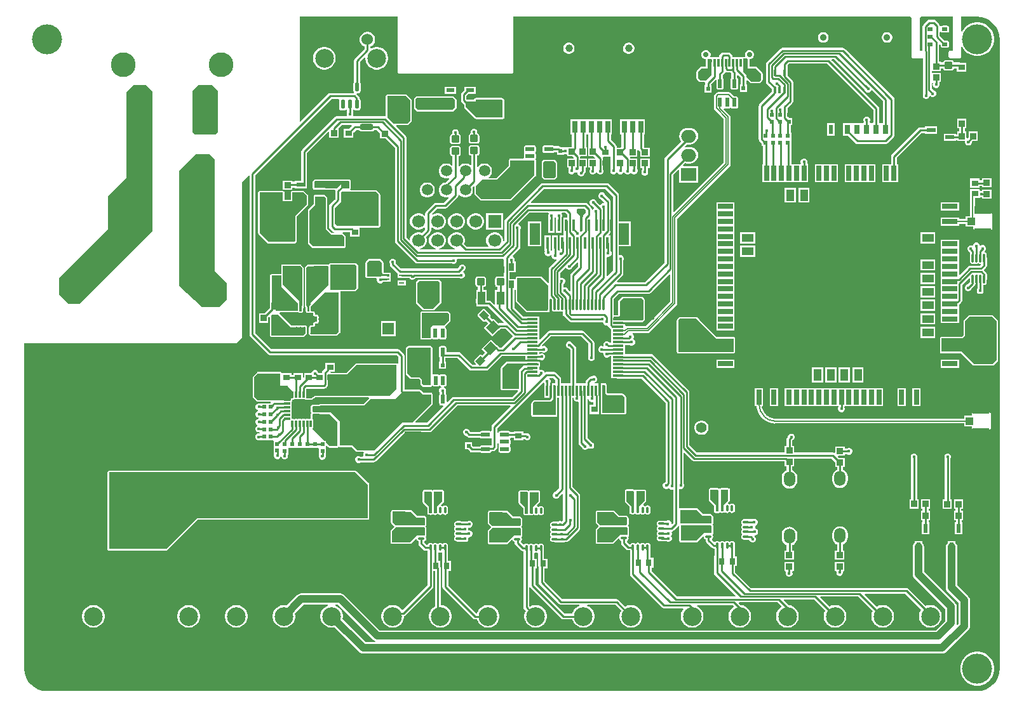
<source format=gbr>
%TF.GenerationSoftware,Altium Limited,Altium Designer,22.5.1 (42)*%
G04 Layer_Physical_Order=1*
G04 Layer_Color=255*
%FSLAX45Y45*%
%MOMM*%
%TF.SameCoordinates,BCC7A4F8-9605-4868-ACEC-D28EECC8EA53*%
%TF.FilePolarity,Positive*%
%TF.FileFunction,Copper,L1,Top,Signal*%
%TF.Part,Single*%
G01*
G75*
%TA.AperFunction,Conductor*%
%ADD10C,0.14886*%
%TA.AperFunction,SMDPad,CuDef*%
G04:AMPARAMS|DCode=11|XSize=1.21mm|YSize=0.59mm|CornerRadius=0.07375mm|HoleSize=0mm|Usage=FLASHONLY|Rotation=0.000|XOffset=0mm|YOffset=0mm|HoleType=Round|Shape=RoundedRectangle|*
%AMROUNDEDRECTD11*
21,1,1.21000,0.44250,0,0,0.0*
21,1,1.06250,0.59000,0,0,0.0*
1,1,0.14750,0.53125,-0.22125*
1,1,0.14750,-0.53125,-0.22125*
1,1,0.14750,-0.53125,0.22125*
1,1,0.14750,0.53125,0.22125*
%
%ADD11ROUNDEDRECTD11*%
%ADD12R,0.54000X0.56566*%
%ADD13R,0.90000X0.80000*%
%ADD14R,0.60000X1.10000*%
%ADD15R,0.30000X1.10000*%
%ADD16R,1.90000X2.50000*%
%ADD17R,0.86401X0.80648*%
%ADD18R,1.15000X0.60000*%
%ADD19R,1.35001X1.41000*%
%ADD20R,1.00000X1.05320*%
%ADD21R,1.72799X1.48501*%
%ADD22R,2.50000X1.90000*%
%ADD23R,0.73000X1.21000*%
%ADD24R,0.80648X0.86401*%
%ADD25R,0.60000X1.20000*%
G04:AMPARAMS|DCode=26|XSize=1.65mm|YSize=2.4mm|CornerRadius=0.04125mm|HoleSize=0mm|Usage=FLASHONLY|Rotation=270.000|XOffset=0mm|YOffset=0mm|HoleType=Round|Shape=RoundedRectangle|*
%AMROUNDEDRECTD26*
21,1,1.65000,2.31750,0,0,270.0*
21,1,1.56750,2.40000,0,0,270.0*
1,1,0.08250,-1.15875,-0.78375*
1,1,0.08250,-1.15875,0.78375*
1,1,0.08250,1.15875,0.78375*
1,1,0.08250,1.15875,-0.78375*
%
%ADD26ROUNDEDRECTD26*%
G04:AMPARAMS|DCode=27|XSize=0.6mm|YSize=0.24mm|CornerRadius=0.03mm|HoleSize=0mm|Usage=FLASHONLY|Rotation=270.000|XOffset=0mm|YOffset=0mm|HoleType=Round|Shape=RoundedRectangle|*
%AMROUNDEDRECTD27*
21,1,0.60000,0.18000,0,0,270.0*
21,1,0.54000,0.24000,0,0,270.0*
1,1,0.06000,-0.09000,-0.27000*
1,1,0.06000,-0.09000,0.27000*
1,1,0.06000,0.09000,0.27000*
1,1,0.06000,0.09000,-0.27000*
%
%ADD27ROUNDEDRECTD27*%
%ADD28R,0.40000X1.60000*%
%ADD29R,1.40000X2.90000*%
%ADD30R,1.21000X0.73000*%
%ADD31R,1.10000X0.60000*%
%ADD32R,0.70000X1.60000*%
%ADD33R,1.60000X1.40000*%
%ADD34R,1.20000X2.20000*%
%ADD35R,1.20000X1.40000*%
G04:AMPARAMS|DCode=36|XSize=1.475mm|YSize=0.3mm|CornerRadius=0.075mm|HoleSize=0mm|Usage=FLASHONLY|Rotation=90.000|XOffset=0mm|YOffset=0mm|HoleType=Round|Shape=RoundedRectangle|*
%AMROUNDEDRECTD36*
21,1,1.47500,0.15000,0,0,90.0*
21,1,1.32500,0.30000,0,0,90.0*
1,1,0.15000,0.07500,0.66250*
1,1,0.15000,0.07500,-0.66250*
1,1,0.15000,-0.07500,-0.66250*
1,1,0.15000,-0.07500,0.66250*
%
%ADD36ROUNDEDRECTD36*%
%ADD37R,1.47500X0.30000*%
%ADD38R,0.30000X1.47500*%
%ADD39R,0.75001X1.00000*%
G04:AMPARAMS|DCode=40|XSize=1.7mm|YSize=0.8mm|CornerRadius=0.2mm|HoleSize=0mm|Usage=FLASHONLY|Rotation=180.000|XOffset=0mm|YOffset=0mm|HoleType=Round|Shape=RoundedRectangle|*
%AMROUNDEDRECTD40*
21,1,1.70000,0.40000,0,0,180.0*
21,1,1.30000,0.80000,0,0,180.0*
1,1,0.40000,-0.65000,0.20000*
1,1,0.40000,0.65000,0.20000*
1,1,0.40000,0.65000,-0.20000*
1,1,0.40000,-0.65000,-0.20000*
%
%ADD40ROUNDEDRECTD40*%
%ADD41R,0.88900X1.29540*%
%ADD42R,0.71120X0.25400*%
%ADD43R,1.65100X4.50088*%
G04:AMPARAMS|DCode=44|XSize=1.21mm|YSize=0.59mm|CornerRadius=0.07375mm|HoleSize=0mm|Usage=FLASHONLY|Rotation=90.000|XOffset=0mm|YOffset=0mm|HoleType=Round|Shape=RoundedRectangle|*
%AMROUNDEDRECTD44*
21,1,1.21000,0.44250,0,0,90.0*
21,1,1.06250,0.59000,0,0,90.0*
1,1,0.14750,0.22125,0.53125*
1,1,0.14750,0.22125,-0.53125*
1,1,0.14750,-0.22125,-0.53125*
1,1,0.14750,-0.22125,0.53125*
%
%ADD44ROUNDEDRECTD44*%
G04:AMPARAMS|DCode=45|XSize=1.45mm|YSize=1.15mm|CornerRadius=0.2875mm|HoleSize=0mm|Usage=FLASHONLY|Rotation=0.000|XOffset=0mm|YOffset=0mm|HoleType=Round|Shape=RoundedRectangle|*
%AMROUNDEDRECTD45*
21,1,1.45000,0.57500,0,0,0.0*
21,1,0.87500,1.15000,0,0,0.0*
1,1,0.57500,0.43750,-0.28750*
1,1,0.57500,-0.43750,-0.28750*
1,1,0.57500,-0.43750,0.28750*
1,1,0.57500,0.43750,0.28750*
%
%ADD45ROUNDEDRECTD45*%
G04:AMPARAMS|DCode=46|XSize=0.94mm|YSize=1.02mm|CornerRadius=0.094mm|HoleSize=0mm|Usage=FLASHONLY|Rotation=180.000|XOffset=0mm|YOffset=0mm|HoleType=Round|Shape=RoundedRectangle|*
%AMROUNDEDRECTD46*
21,1,0.94000,0.83200,0,0,180.0*
21,1,0.75200,1.02000,0,0,180.0*
1,1,0.18800,-0.37600,0.41600*
1,1,0.18800,0.37600,0.41600*
1,1,0.18800,0.37600,-0.41600*
1,1,0.18800,-0.37600,-0.41600*
%
%ADD46ROUNDEDRECTD46*%
%ADD47R,0.80000X0.90000*%
%ADD48R,0.56566X0.54000*%
G04:AMPARAMS|DCode=49|XSize=0.94mm|YSize=1.02mm|CornerRadius=0.094mm|HoleSize=0mm|Usage=FLASHONLY|Rotation=270.000|XOffset=0mm|YOffset=0mm|HoleType=Round|Shape=RoundedRectangle|*
%AMROUNDEDRECTD49*
21,1,0.94000,0.83200,0,0,270.0*
21,1,0.75200,1.02000,0,0,270.0*
1,1,0.18800,-0.41600,-0.37600*
1,1,0.18800,-0.41600,0.37600*
1,1,0.18800,0.41600,0.37600*
1,1,0.18800,0.41600,-0.37600*
%
%ADD49ROUNDEDRECTD49*%
%ADD50R,2.30000X2.45000*%
G04:AMPARAMS|DCode=51|XSize=0.86mm|YSize=0.27mm|CornerRadius=0.03375mm|HoleSize=0mm|Usage=FLASHONLY|Rotation=90.000|XOffset=0mm|YOffset=0mm|HoleType=Round|Shape=RoundedRectangle|*
%AMROUNDEDRECTD51*
21,1,0.86000,0.20250,0,0,90.0*
21,1,0.79250,0.27000,0,0,90.0*
1,1,0.06750,0.10125,0.39625*
1,1,0.06750,0.10125,-0.39625*
1,1,0.06750,-0.10125,-0.39625*
1,1,0.06750,-0.10125,0.39625*
%
%ADD51ROUNDEDRECTD51*%
G04:AMPARAMS|DCode=52|XSize=0.86mm|YSize=0.27mm|CornerRadius=0.03375mm|HoleSize=0mm|Usage=FLASHONLY|Rotation=0.000|XOffset=0mm|YOffset=0mm|HoleType=Round|Shape=RoundedRectangle|*
%AMROUNDEDRECTD52*
21,1,0.86000,0.20250,0,0,0.0*
21,1,0.79250,0.27000,0,0,0.0*
1,1,0.06750,0.39625,-0.10125*
1,1,0.06750,-0.39625,-0.10125*
1,1,0.06750,-0.39625,0.10125*
1,1,0.06750,0.39625,0.10125*
%
%ADD52ROUNDEDRECTD52*%
%ADD53R,2.45000X2.45000*%
G04:AMPARAMS|DCode=54|XSize=1.24mm|YSize=0.55mm|CornerRadius=0.1375mm|HoleSize=0mm|Usage=FLASHONLY|Rotation=270.000|XOffset=0mm|YOffset=0mm|HoleType=Round|Shape=RoundedRectangle|*
%AMROUNDEDRECTD54*
21,1,1.24000,0.27500,0,0,270.0*
21,1,0.96500,0.55000,0,0,270.0*
1,1,0.27500,-0.13750,-0.48250*
1,1,0.27500,-0.13750,0.48250*
1,1,0.27500,0.13750,0.48250*
1,1,0.27500,0.13750,-0.48250*
%
%ADD54ROUNDEDRECTD54*%
G04:AMPARAMS|DCode=55|XSize=0.71mm|YSize=0.53mm|CornerRadius=0.06625mm|HoleSize=0mm|Usage=FLASHONLY|Rotation=0.000|XOffset=0mm|YOffset=0mm|HoleType=Round|Shape=RoundedRectangle|*
%AMROUNDEDRECTD55*
21,1,0.71000,0.39750,0,0,0.0*
21,1,0.57750,0.53000,0,0,0.0*
1,1,0.13250,0.28875,-0.19875*
1,1,0.13250,-0.28875,-0.19875*
1,1,0.13250,-0.28875,0.19875*
1,1,0.13250,0.28875,0.19875*
%
%ADD55ROUNDEDRECTD55*%
G04:AMPARAMS|DCode=56|XSize=1.12mm|YSize=0.27mm|CornerRadius=0.03375mm|HoleSize=0mm|Usage=FLASHONLY|Rotation=90.000|XOffset=0mm|YOffset=0mm|HoleType=Round|Shape=RoundedRectangle|*
%AMROUNDEDRECTD56*
21,1,1.12000,0.20250,0,0,90.0*
21,1,1.05250,0.27000,0,0,90.0*
1,1,0.06750,0.10125,0.52625*
1,1,0.06750,0.10125,-0.52625*
1,1,0.06750,-0.10125,-0.52625*
1,1,0.06750,-0.10125,0.52625*
%
%ADD56ROUNDEDRECTD56*%
%ADD57R,0.60000X1.30000*%
%ADD58R,0.80000X1.30000*%
%ADD59R,1.00000X2.10000*%
%ADD60R,2.20000X1.05000*%
%ADD61R,1.05000X1.00000*%
%TA.AperFunction,BGAPad,CuDef*%
%ADD62R,3.09999X3.09999*%
%TA.AperFunction,SMDPad,CuDef*%
%ADD63R,0.70000X2.00000*%
%ADD64R,2.00000X0.70000*%
%ADD65R,1.60000X1.10000*%
%ADD66R,1.10000X1.60000*%
%ADD67R,2.00000X0.70000*%
%ADD68R,2.45000X2.30000*%
%ADD69R,0.86401X0.80000*%
%ADD70R,1.20000X0.60000*%
%ADD71R,0.30480X0.87630*%
%ADD72R,1.00000X1.80000*%
G04:AMPARAMS|DCode=73|XSize=0.94mm|YSize=1.02mm|CornerRadius=0.094mm|HoleSize=0mm|Usage=FLASHONLY|Rotation=45.000|XOffset=0mm|YOffset=0mm|HoleType=Round|Shape=RoundedRectangle|*
%AMROUNDEDRECTD73*
21,1,0.94000,0.83200,0,0,45.0*
21,1,0.75200,1.02000,0,0,45.0*
1,1,0.18800,0.56003,-0.02829*
1,1,0.18800,0.02829,-0.56003*
1,1,0.18800,-0.56003,0.02829*
1,1,0.18800,-0.02829,0.56003*
%
%ADD73ROUNDEDRECTD73*%
G04:AMPARAMS|DCode=74|XSize=0.94mm|YSize=1.02mm|CornerRadius=0.094mm|HoleSize=0mm|Usage=FLASHONLY|Rotation=315.000|XOffset=0mm|YOffset=0mm|HoleType=Round|Shape=RoundedRectangle|*
%AMROUNDEDRECTD74*
21,1,0.94000,0.83200,0,0,315.0*
21,1,0.75200,1.02000,0,0,315.0*
1,1,0.18800,-0.02829,-0.56003*
1,1,0.18800,-0.56003,-0.02829*
1,1,0.18800,0.02829,0.56003*
1,1,0.18800,0.56003,0.02829*
%
%ADD74ROUNDEDRECTD74*%
G04:AMPARAMS|DCode=75|XSize=0.94mm|YSize=1.77mm|CornerRadius=0.0658mm|HoleSize=0mm|Usage=FLASHONLY|Rotation=90.000|XOffset=0mm|YOffset=0mm|HoleType=Round|Shape=RoundedRectangle|*
%AMROUNDEDRECTD75*
21,1,0.94000,1.63840,0,0,90.0*
21,1,0.80840,1.77000,0,0,90.0*
1,1,0.13160,0.81920,0.40420*
1,1,0.13160,0.81920,-0.40420*
1,1,0.13160,-0.81920,-0.40420*
1,1,0.13160,-0.81920,0.40420*
%
%ADD75ROUNDEDRECTD75*%
G04:AMPARAMS|DCode=76|XSize=1.09mm|YSize=1.77mm|CornerRadius=0.0763mm|HoleSize=0mm|Usage=FLASHONLY|Rotation=90.000|XOffset=0mm|YOffset=0mm|HoleType=Round|Shape=RoundedRectangle|*
%AMROUNDEDRECTD76*
21,1,1.09000,1.61740,0,0,90.0*
21,1,0.93740,1.77000,0,0,90.0*
1,1,0.15260,0.80870,0.46870*
1,1,0.15260,0.80870,-0.46870*
1,1,0.15260,-0.80870,-0.46870*
1,1,0.15260,-0.80870,0.46870*
%
%ADD76ROUNDEDRECTD76*%
%ADD77O,0.84699X0.36401*%
%ADD78R,2.19240X2.04749*%
G04:AMPARAMS|DCode=79|XSize=1.4mm|YSize=1.2mm|CornerRadius=0mm|HoleSize=0mm|Usage=FLASHONLY|Rotation=225.000|XOffset=0mm|YOffset=0mm|HoleType=Round|Shape=Rectangle|*
%AMROTATEDRECTD79*
4,1,4,0.07071,0.91924,0.91924,0.07071,-0.07071,-0.91924,-0.91924,-0.07071,0.07071,0.91924,0.0*
%
%ADD79ROTATEDRECTD79*%

%ADD80R,3.25001X3.25001*%
%ADD81O,0.36401X0.84699*%
%TA.AperFunction,Conductor*%
%ADD82C,0.25400*%
%ADD83C,0.15000*%
%ADD84C,1.00000*%
%TA.AperFunction,ComponentPad*%
%ADD85O,1.20000X2.00000*%
%ADD86O,1.20000X1.80000*%
%ADD87C,0.70002*%
%ADD88C,3.30002*%
%ADD89C,2.50000*%
%ADD90C,2.49936*%
%ADD91C,1.99898*%
%TA.AperFunction,ViaPad*%
%ADD92C,4.00000*%
%TA.AperFunction,ComponentPad*%
%ADD93R,2.00000X1.70000*%
%ADD94O,2.00000X1.70000*%
%ADD95C,1.00000*%
%ADD96C,1.52400*%
%ADD97O,1.52400X2.00000*%
%ADD98C,1.50800*%
%ADD99R,1.50800X1.50800*%
%ADD100C,1.70000*%
%ADD101R,1.70000X1.70000*%
%ADD102C,1.50000*%
%ADD103R,1.50000X1.50000*%
%ADD104C,0.90002*%
%ADD105C,1.40800*%
%ADD106O,2.00000X1.50000*%
%TA.AperFunction,ViaPad*%
%ADD107C,0.40000*%
%ADD108C,0.60960*%
G36*
X12758526Y8994238D02*
X12814803Y8977166D01*
X12866669Y8949443D01*
X12912131Y8912135D01*
X12949438Y8866673D01*
X12977162Y8814807D01*
X12994234Y8758530D01*
X12999998Y8700002D01*
X13000000Y300002D01*
X12994237Y241475D01*
X12977164Y185197D01*
X12949442Y133331D01*
X12912132Y87870D01*
X12866672Y50561D01*
X12814806Y22838D01*
X12758528Y5767D01*
X12700000Y2D01*
X300000Y-0D01*
X241473Y5764D01*
X185195Y22836D01*
X133329Y50559D01*
X87868Y87868D01*
X50559Y133329D01*
X22836Y185195D01*
X5764Y241473D01*
X-0Y300000D01*
X-1Y4642240D01*
X2819170D01*
X2821410Y4642350D01*
X2825805Y4643224D01*
X2829946Y4644939D01*
X2833671Y4647429D01*
X2835334Y4648935D01*
X2895004Y4708606D01*
X2896511Y4710268D01*
X2899001Y4713994D01*
X2900716Y4718134D01*
X2901590Y4722529D01*
X2901700Y4724770D01*
X2901700Y4724770D01*
Y6797221D01*
X2986830Y6882351D01*
X2998563Y6877491D01*
Y4758400D01*
X3001521Y4743534D01*
X3009941Y4730932D01*
X3244021Y4496852D01*
X3256624Y4488431D01*
X3271490Y4485474D01*
X4962899D01*
X4986843Y4461529D01*
Y4374805D01*
X4976729Y4371099D01*
X4974143Y4370597D01*
X4967958Y4374730D01*
X4960154Y4376282D01*
X4426585D01*
X4418781Y4374730D01*
X4412165Y4370309D01*
X4287817Y4245961D01*
X4082636D01*
X4076473Y4258661D01*
X4081378Y4264889D01*
X4141014D01*
Y4384889D01*
X4011014D01*
Y4317228D01*
X4007825Y4312455D01*
X4005926Y4302908D01*
X3978846Y4275828D01*
X3970425Y4263225D01*
X3967468Y4248359D01*
Y4242280D01*
X3929081D01*
X3913587Y4257774D01*
X3910988Y4264047D01*
X3898217Y4276818D01*
X3881531Y4283730D01*
X3863469D01*
X3846783Y4276818D01*
X3834012Y4264047D01*
X3827100Y4247361D01*
Y4243589D01*
X3726604D01*
Y4190213D01*
X3726114Y4189886D01*
X3713414Y4196674D01*
Y4242930D01*
X3583414D01*
Y4221126D01*
X3562354D01*
Y4242280D01*
X3432355D01*
X3424656Y4251791D01*
X3422513Y4254999D01*
X3415898Y4259419D01*
X3408094Y4260971D01*
X3114505D01*
X3114504Y4260971D01*
X3106700Y4259419D01*
X3100085Y4254999D01*
X3100084Y4254998D01*
X3050135Y4205048D01*
X3045714Y4198433D01*
X3044162Y4190629D01*
Y3931870D01*
X3044162Y3931869D01*
X3045714Y3924065D01*
X3050135Y3917450D01*
X3098684Y3868901D01*
X3105300Y3864480D01*
X3113103Y3862928D01*
X3279981D01*
X3283447Y3854560D01*
X3283874Y3850228D01*
X3274086Y3840440D01*
X3146920D01*
Y3840440D01*
X3140680Y3836270D01*
X3135805Y3838289D01*
X3117743D01*
X3101057Y3831378D01*
X3088286Y3818606D01*
X3081374Y3801920D01*
Y3783859D01*
X3088286Y3767172D01*
X3101057Y3754401D01*
X3110034Y3750682D01*
Y3736936D01*
X3101057Y3733218D01*
X3088286Y3720446D01*
X3081374Y3703760D01*
Y3685698D01*
X3088286Y3669012D01*
X3101057Y3656241D01*
X3117743Y3649329D01*
X3117309Y3637430D01*
X3100623Y3630518D01*
X3087852Y3617747D01*
X3080940Y3601061D01*
Y3582999D01*
X3087852Y3566313D01*
X3100623Y3553542D01*
X3101002Y3553385D01*
Y3539638D01*
X3096823Y3537908D01*
X3084052Y3525136D01*
X3077140Y3508450D01*
Y3490388D01*
X3084052Y3473702D01*
X3096823Y3460931D01*
X3113509Y3454019D01*
X3125845D01*
X3135233Y3445645D01*
X3131571Y3439589D01*
X3113509D01*
X3096823Y3432678D01*
X3084052Y3419906D01*
X3077140Y3403220D01*
Y3385159D01*
X3084052Y3368472D01*
X3096823Y3355701D01*
X3113509Y3348789D01*
X3131571D01*
X3139998Y3352280D01*
X3146570Y3347889D01*
Y3347889D01*
X3312520D01*
X3323304Y3343264D01*
X3323304Y3337838D01*
Y3246698D01*
Y3160135D01*
X3323304D01*
X3327121Y3154422D01*
X3325824Y3151290D01*
Y3133229D01*
X3332736Y3116542D01*
X3345507Y3103771D01*
X3362193Y3096859D01*
X3380255D01*
X3396941Y3103771D01*
X3409713Y3116542D01*
X3412709Y3123778D01*
X3426456D01*
X3430236Y3114652D01*
X3443007Y3101881D01*
X3459693Y3094969D01*
X3477755D01*
X3494441Y3101881D01*
X3507212Y3114652D01*
X3514124Y3131339D01*
Y3149400D01*
X3513016Y3152076D01*
X3517445Y3158705D01*
X3517444D01*
Y3235156D01*
X3522124Y3245918D01*
X3610890D01*
X3616124Y3245918D01*
Y3245917D01*
X3623285Y3246657D01*
Y3246658D01*
X3717284D01*
Y3246657D01*
X3724764Y3246476D01*
Y3246476D01*
X3729909Y3246476D01*
X3818764D01*
Y3246476D01*
X3826364D01*
Y3246476D01*
X3920364D01*
X3926644Y3236377D01*
Y3159815D01*
X3926643Y3159815D01*
X3926644D01*
X3927084Y3147115D01*
X3925214Y3142600D01*
Y3124539D01*
X3932126Y3107852D01*
X3944897Y3095081D01*
X3961583Y3088169D01*
X3979645D01*
X3996331Y3095081D01*
X4009102Y3107852D01*
X4016014Y3124539D01*
Y3142600D01*
X4014144Y3147115D01*
X4020644Y3159815D01*
X4020644D01*
Y3270097D01*
X4032378Y3274957D01*
X4052185Y3255150D01*
X4058801Y3250730D01*
X4066604Y3249177D01*
X4168464D01*
X4176268Y3250730D01*
X4182883Y3255150D01*
X4182884Y3255151D01*
X4183258Y3255525D01*
X4193265Y3262950D01*
X4199879Y3258531D01*
X4199881Y3258529D01*
X4200472Y3258412D01*
X4207684Y3256977D01*
X4365158D01*
X4422945Y3199190D01*
X4429561Y3194770D01*
X4437364Y3193217D01*
X4521351D01*
X4526612Y3180517D01*
X4522082Y3175987D01*
X4515170Y3159301D01*
Y3141239D01*
X4515200Y3141166D01*
X4508144Y3130607D01*
X4479432D01*
X4463611Y3137160D01*
X4445549D01*
X4428863Y3130249D01*
X4416092Y3117477D01*
X4409180Y3100791D01*
Y3082729D01*
X4416092Y3066043D01*
X4428863Y3053272D01*
X4445549Y3046360D01*
X4463611D01*
X4479432Y3052914D01*
X4655944D01*
X4670810Y3055871D01*
X4683413Y3064292D01*
X5074096Y3454975D01*
X5400812D01*
X5415678Y3457932D01*
X5428280Y3466353D01*
X5772520Y3810593D01*
X6476505D01*
X6481365Y3798860D01*
X6238562Y3556056D01*
X6230141Y3543453D01*
X6227184Y3528587D01*
Y3474951D01*
X6214484Y3468168D01*
X6211067Y3470451D01*
X6200385Y3472576D01*
X6094135D01*
X6083454Y3470451D01*
X6074399Y3464401D01*
X6072385Y3461387D01*
X5943618D01*
X5932200Y3472804D01*
X5928440Y3481882D01*
X5915669Y3494653D01*
X5898983Y3501565D01*
X5880921D01*
X5864235Y3494653D01*
X5851464Y3481882D01*
X5844552Y3465196D01*
Y3447134D01*
X5851464Y3430448D01*
X5864235Y3417676D01*
X5880921Y3410765D01*
X5884365D01*
X5900059Y3395071D01*
X5912662Y3386651D01*
X5927527Y3383694D01*
X6072385D01*
X6074399Y3380679D01*
X6083454Y3374629D01*
X6094135Y3372504D01*
X6200385D01*
X6211067Y3374629D01*
X6214484Y3376912D01*
X6227184Y3370129D01*
Y3280630D01*
X6210168D01*
X6200385Y3282576D01*
X6094135D01*
X6083454Y3280451D01*
X6074399Y3274401D01*
X6068443Y3265486D01*
X5983167D01*
X5968190Y3280463D01*
Y3322091D01*
X5874190D01*
Y3225526D01*
X5913253D01*
X5939607Y3199171D01*
X5952210Y3190751D01*
X5967076Y3187793D01*
X6078717D01*
X6083454Y3184629D01*
X6094135Y3182504D01*
X6200385D01*
X6211067Y3184629D01*
X6220121Y3190679D01*
X6226172Y3199734D01*
X6226809Y3202937D01*
X6245860D01*
X6260726Y3205894D01*
X6273329Y3214315D01*
X6293499Y3234485D01*
X6301920Y3247087D01*
X6304877Y3261953D01*
Y3302390D01*
X6317577Y3303641D01*
X6319349Y3294734D01*
X6323553Y3288442D01*
X6324657Y3280040D01*
X6323553Y3271638D01*
X6319349Y3265346D01*
X6317224Y3254665D01*
Y3210415D01*
X6319349Y3199734D01*
X6325399Y3190679D01*
X6334454Y3184629D01*
X6345135Y3182504D01*
X6451385D01*
X6462066Y3184629D01*
X6471121Y3190679D01*
X6477171Y3199734D01*
X6479296Y3210415D01*
Y3254665D01*
X6477171Y3265346D01*
X6472967Y3271638D01*
X6471863Y3280040D01*
X6472967Y3288442D01*
X6477171Y3294734D01*
X6479296Y3305415D01*
Y3349665D01*
X6477171Y3360346D01*
X6472967Y3366638D01*
X6472352Y3371318D01*
X6482929Y3383694D01*
X6521580D01*
Y3343750D01*
X6651580D01*
Y3362348D01*
X6664280Y3363845D01*
X6672923Y3355202D01*
X6689609Y3348290D01*
X6707671D01*
X6724357Y3355202D01*
X6737129Y3367973D01*
X6744040Y3384659D01*
Y3402721D01*
X6737129Y3419407D01*
X6724357Y3432178D01*
X6707671Y3439090D01*
X6700318D01*
X6699496Y3439639D01*
X6684630Y3442596D01*
X6651580D01*
Y3463749D01*
X6521580D01*
Y3461387D01*
X6473135D01*
X6471121Y3464401D01*
X6462066Y3470451D01*
X6451385Y3472576D01*
X6345135D01*
X6334454Y3470451D01*
X6325399Y3464401D01*
X6319349Y3455346D01*
X6317577Y3446439D01*
X6304877Y3447690D01*
Y3512496D01*
X6910002Y4117622D01*
X6924983Y4114642D01*
X6927213Y4109258D01*
Y4012140D01*
X6930170Y3997274D01*
X6931060Y3995943D01*
Y3918390D01*
X7001059D01*
Y3995943D01*
X7001949Y3997274D01*
X7004906Y4012140D01*
Y4109258D01*
X7011459Y4125079D01*
Y4143141D01*
X7004548Y4159827D01*
X6995991Y4168384D01*
X7001252Y4181084D01*
X7045959D01*
X7074913Y4152130D01*
Y4107432D01*
X7051059D01*
X7043308Y4105890D01*
X7031060D01*
Y4089011D01*
X7030667Y4087040D01*
Y3927952D01*
X7029492Y3926194D01*
X7027940Y3918390D01*
Y3904590D01*
X7003272Y3881535D01*
X6797524D01*
X6797523Y3881536D01*
X6789719Y3879983D01*
X6783104Y3875563D01*
X6762760Y3855219D01*
X6758340Y3848603D01*
X6756788Y3840800D01*
Y3683819D01*
X6758340Y3676016D01*
X6762761Y3669400D01*
X6769376Y3664980D01*
X6777180Y3663428D01*
X7083300Y3663428D01*
X7091103Y3664980D01*
X7097719Y3669401D01*
X7102139Y3676017D01*
X7103691Y3683820D01*
X7103692Y3918390D01*
X7127213D01*
Y2707913D01*
X7077692Y2658392D01*
X7061870Y2651838D01*
X7049099Y2639067D01*
X7042187Y2622381D01*
Y2604319D01*
X7049099Y2587633D01*
X7061870Y2574862D01*
X7078556Y2567950D01*
X7096618D01*
X7113304Y2574862D01*
X7126075Y2587633D01*
X7132629Y2603455D01*
X7165480Y2636306D01*
X7177213Y2631445D01*
Y2281600D01*
X7161441Y2265828D01*
X7153114Y2269277D01*
X7135053D01*
X7118869Y2262574D01*
X7070405D01*
X7067384Y2261973D01*
X7045553D01*
X7030648Y2259008D01*
X7018012Y2250565D01*
X7009569Y2237929D01*
X7006604Y2223024D01*
X7009569Y2208119D01*
X7015539Y2199185D01*
X7017112Y2190523D01*
X7015539Y2181862D01*
X7009569Y2172928D01*
X7006604Y2158023D01*
X7009569Y2143118D01*
X7015539Y2134184D01*
X7017112Y2125522D01*
X7015539Y2116861D01*
X7009569Y2107927D01*
X7006604Y2093022D01*
X7009569Y2078117D01*
X7018012Y2065481D01*
Y2055564D01*
X7009569Y2042928D01*
X7006604Y2028023D01*
X7009569Y2013118D01*
X7018012Y2000482D01*
X7030648Y1992039D01*
X7045553Y1989075D01*
X7064693D01*
X7071073Y1987805D01*
X7146166D01*
X7161988Y1981252D01*
X7180049D01*
X7196735Y1988163D01*
X7199171Y1990599D01*
X7222547D01*
X7237413Y1993556D01*
X7250015Y2001977D01*
X7397828Y2149789D01*
X7406249Y2162392D01*
X7409206Y2177258D01*
Y2611401D01*
X7406249Y2626267D01*
X7397828Y2638869D01*
X7304906Y2731791D01*
Y3918390D01*
X7320659D01*
Y3900443D01*
X7327571Y3883757D01*
X7340342Y3870985D01*
X7357029Y3864074D01*
X7375090D01*
X7385313Y3857243D01*
Y3314141D01*
X7388270Y3299275D01*
X7396691Y3286672D01*
X7428768Y3254595D01*
X7435322Y3238773D01*
X7448093Y3226002D01*
X7464779Y3219090D01*
X7482841D01*
X7499527Y3226002D01*
X7512298Y3238773D01*
X7526404Y3239641D01*
X7540529Y3233790D01*
X7558591D01*
X7575277Y3240702D01*
X7588048Y3253473D01*
X7594960Y3270159D01*
Y3288221D01*
X7588048Y3304907D01*
X7575277Y3317678D01*
X7559455Y3324232D01*
X7504906Y3378781D01*
Y3910037D01*
X7505350Y3910172D01*
X7518050Y3900753D01*
Y3895164D01*
X7524962Y3878478D01*
X7537733Y3865707D01*
X7554419Y3858795D01*
X7572480D01*
X7582703Y3851964D01*
Y3818910D01*
X7531990D01*
Y3698910D01*
X7661990D01*
Y3818910D01*
X7660396D01*
Y3947899D01*
X7657439Y3962765D01*
X7654906Y3966557D01*
Y4012140D01*
X7651949Y4027006D01*
X7651059Y4028337D01*
Y4105890D01*
X7601987D01*
X7599460Y4118590D01*
X7613487Y4124400D01*
X7626258Y4137171D01*
X7633170Y4153858D01*
Y4171919D01*
X7626258Y4188605D01*
X7613487Y4201377D01*
X7596801Y4208288D01*
X7578739D01*
X7562053Y4201377D01*
X7559618Y4198941D01*
X7552164D01*
X7537298Y4195984D01*
X7524695Y4187563D01*
X7488591Y4151459D01*
X7480170Y4138856D01*
X7477213Y4123990D01*
Y4105890D01*
X7354906D01*
Y4574879D01*
X7351949Y4589744D01*
X7343528Y4602347D01*
X7302844Y4643032D01*
X7301090Y4647265D01*
X7288319Y4660036D01*
X7271633Y4666948D01*
X7253571D01*
X7236885Y4660036D01*
X7224114Y4647265D01*
X7217202Y4630578D01*
Y4612517D01*
X7224114Y4595831D01*
X7236885Y4583059D01*
X7253571Y4576148D01*
X7259853D01*
X7277213Y4558788D01*
Y4105890D01*
X7152606D01*
Y4168221D01*
X7149649Y4183087D01*
X7141228Y4195689D01*
X7089519Y4247399D01*
X7076916Y4255820D01*
X7062050Y4258777D01*
X6957373D01*
X6942508Y4255820D01*
X6932972Y4264723D01*
X6930568Y4270527D01*
X6917797Y4283299D01*
X6901111Y4290210D01*
X6883049D01*
X6873710Y4286341D01*
X6861009Y4294539D01*
Y4331775D01*
X6869769Y4340640D01*
X6869802Y4340690D01*
X6869854Y4340725D01*
X6872016Y4344045D01*
X6874150Y4347281D01*
X6874162Y4347341D01*
X6874196Y4347393D01*
X6874915Y4351245D01*
X6875657Y4355094D01*
X6875644Y4355154D01*
X6875655Y4355214D01*
X6875408Y4376181D01*
X6874611Y4379954D01*
X6873857Y4383744D01*
X6873789Y4383846D01*
X6873763Y4383966D01*
X6871577Y4387156D01*
X6869437Y4390360D01*
X6869335Y4390427D01*
X6869265Y4390529D01*
X6866021Y4392641D01*
X6862821Y4394780D01*
X6862701Y4394804D01*
X6862598Y4394871D01*
X6861009Y4395167D01*
Y4395940D01*
X6856989D01*
X6855017Y4396332D01*
X6674766D01*
X6673510Y4396582D01*
X6429919D01*
X6422116Y4395030D01*
X6415500Y4390609D01*
X6415499Y4390609D01*
X6355911Y4331020D01*
X6355910Y4331019D01*
X6351490Y4324404D01*
X6349938Y4316600D01*
Y4033730D01*
X6351490Y4025927D01*
X6355910Y4019311D01*
X6362526Y4014891D01*
X6370330Y4013338D01*
X6571487Y4013338D01*
X6576348Y4001605D01*
X6501129Y3926386D01*
X5723109D01*
X5708244Y3923429D01*
X5695641Y3915008D01*
X5640074Y3859441D01*
X5628340Y3864301D01*
Y3949765D01*
X5626216Y3960446D01*
X5620165Y3969501D01*
X5615134Y3972863D01*
Y3992498D01*
X5619670Y4003449D01*
Y4021511D01*
X5612758Y4038197D01*
X5599987Y4050968D01*
X5592902Y4053903D01*
X5595428Y4066603D01*
X5600429D01*
X5611110Y4068728D01*
X5620165Y4074778D01*
X5626216Y4083833D01*
X5628340Y4094514D01*
Y4200764D01*
X5626216Y4211445D01*
X5620165Y4220500D01*
X5611110Y4226551D01*
X5600429Y4228675D01*
X5556179D01*
X5545498Y4226551D01*
X5539206Y4222346D01*
X5530804Y4221242D01*
X5522402Y4222346D01*
X5516110Y4226551D01*
X5505429Y4228675D01*
X5461179D01*
X5451966Y4226843D01*
X5448893Y4227661D01*
X5439266Y4234320D01*
X5439265Y4578437D01*
X5437713Y4586241D01*
X5433293Y4592856D01*
X5425871Y4600278D01*
X5419256Y4604698D01*
X5411452Y4606250D01*
X5407033D01*
X5405649Y4606525D01*
X5361399D01*
X5360016Y4606250D01*
X5118165Y4606251D01*
X5110361Y4604699D01*
X5103745Y4600279D01*
X5103745Y4600278D01*
X5088355Y4584888D01*
X5083935Y4578272D01*
X5082383Y4570469D01*
Y4245407D01*
X5082382Y4245405D01*
X5083935Y4237602D01*
X5088355Y4230986D01*
X5088356Y4230985D01*
X5146390Y4172951D01*
X5153006Y4168530D01*
X5160810Y4166978D01*
X5262386D01*
X5279478Y4149887D01*
X5279478Y4102520D01*
X5281030Y4094716D01*
X5285450Y4088101D01*
X5307650Y4065901D01*
X5314266Y4061480D01*
X5322070Y4059928D01*
X5407679D01*
X5415483Y4061480D01*
X5422099Y4065901D01*
X5428094Y4071896D01*
X5439832Y4074430D01*
X5445298Y4072202D01*
X5450498Y4068728D01*
X5461179Y4066603D01*
X5505429D01*
X5516110Y4068728D01*
X5522402Y4072932D01*
X5530804Y4074037D01*
X5539206Y4072932D01*
X5545498Y4068728D01*
X5554107Y4067015D01*
X5556075Y4061756D01*
X5555909Y4054015D01*
X5548553Y4050968D01*
X5535782Y4038197D01*
X5528870Y4021511D01*
Y4003449D01*
X5535782Y3986763D01*
X5537441Y3985104D01*
Y3970167D01*
X5536443Y3969501D01*
X5530393Y3960446D01*
X5528268Y3949765D01*
Y3843514D01*
X5530393Y3832833D01*
X5536443Y3823778D01*
X5545498Y3817728D01*
X5556179Y3815603D01*
X5579643D01*
X5584503Y3803870D01*
X5365239Y3584606D01*
X5213189D01*
X5208329Y3596340D01*
X5436474Y3824485D01*
X5440894Y3831100D01*
X5442446Y3838904D01*
Y3961110D01*
X5440894Y3968914D01*
X5436474Y3975529D01*
X5429858Y3979950D01*
X5422054Y3981502D01*
X5319257Y3981502D01*
X5284989Y4015769D01*
X5278373Y4020190D01*
X5270570Y4021742D01*
X5064536D01*
Y4477620D01*
X5061579Y4492486D01*
X5053159Y4505089D01*
X5006458Y4551789D01*
X4993856Y4560210D01*
X4978990Y4563167D01*
X3287581D01*
X3076256Y4774491D01*
Y6888149D01*
X4091341Y7903234D01*
X4191246D01*
X4197902Y7890533D01*
X4195719Y7879560D01*
Y7783060D01*
X4198339Y7769891D01*
X4205798Y7758728D01*
X4216962Y7751268D01*
X4230130Y7748649D01*
X4257630D01*
X4270798Y7751268D01*
X4281962Y7758728D01*
X4294520Y7755431D01*
X4300494Y7749304D01*
Y7726062D01*
X4294400Y7711351D01*
Y7693289D01*
X4298328Y7683807D01*
X4290215Y7671107D01*
X4159981D01*
X4145115Y7668150D01*
X4132512Y7659729D01*
X3701862Y7229078D01*
X3693441Y7216475D01*
X3690484Y7201609D01*
Y6810200D01*
X3607030D01*
Y6799047D01*
X3572390D01*
Y6814104D01*
X3445990D01*
Y6693457D01*
X3572390D01*
Y6721354D01*
X3607030D01*
Y6710200D01*
X3762030D01*
Y6757861D01*
X3765220Y6762634D01*
X3768177Y6777500D01*
Y7185519D01*
X4052297Y7469639D01*
X4064030Y7464778D01*
Y7389560D01*
X4190431D01*
Y7510207D01*
X4190431Y7510207D01*
X4190431D01*
X4194843Y7521266D01*
X4228891Y7555314D01*
X4359744D01*
X4364604Y7543580D01*
X4324603Y7503579D01*
X4254540D01*
Y7383579D01*
X4384540D01*
Y7451240D01*
X4387730Y7456013D01*
X4387933Y7457035D01*
X4421512Y7490613D01*
X4461066D01*
X4467742Y7480622D01*
X4480973Y7471781D01*
X4496580Y7468676D01*
X4626580D01*
X4642187Y7471781D01*
X4655418Y7480622D01*
X4662095Y7490613D01*
X4695307D01*
X4740430Y7445490D01*
Y7379780D01*
X4811893D01*
X4937754Y7253920D01*
Y6007447D01*
X4940711Y5992582D01*
X4949132Y5979979D01*
X5211530Y5717580D01*
X5224133Y5709159D01*
X5238999Y5706202D01*
X5693008D01*
X5708829Y5699649D01*
X5726891D01*
X5743577Y5706560D01*
X5756348Y5719332D01*
X5763260Y5736018D01*
Y5754079D01*
X5760771Y5760089D01*
X5767827Y5770649D01*
X6372867D01*
X6377963Y5771663D01*
X6390663Y5761452D01*
Y5537995D01*
X6385619Y5533856D01*
X6302420D01*
X6290948Y5531574D01*
X6281223Y5525076D01*
X6274725Y5515351D01*
X6272444Y5503880D01*
Y5428680D01*
X6274725Y5417209D01*
X6281223Y5407484D01*
X6290948Y5400986D01*
X6302420Y5398704D01*
X6305173D01*
Y5354172D01*
X6272712D01*
Y5226511D01*
X6269522Y5221738D01*
X6266565Y5206872D01*
X6269522Y5192006D01*
X6272712Y5187232D01*
Y5164835D01*
X6260978Y5159975D01*
X6218325Y5202629D01*
X6205722Y5211050D01*
X6190856Y5214007D01*
X6162711D01*
Y5354172D01*
X6122116D01*
Y5396704D01*
X6124869D01*
X6136341Y5398986D01*
X6146066Y5405484D01*
X6152564Y5415209D01*
X6154845Y5426680D01*
Y5501880D01*
X6152564Y5513351D01*
X6146066Y5523076D01*
X6136341Y5529574D01*
X6124869Y5531856D01*
X6041670D01*
X6030198Y5529574D01*
X6020473Y5523076D01*
X6013975Y5513351D01*
X6011694Y5501880D01*
Y5426680D01*
X6013975Y5415209D01*
X6020473Y5405484D01*
X6030198Y5398986D01*
X6041670Y5396704D01*
X6044423D01*
Y5354172D01*
X6022712D01*
Y5245188D01*
X6018602Y5239038D01*
X6015645Y5224172D01*
Y5199051D01*
X6018602Y5184185D01*
X6022712Y5178035D01*
Y5134172D01*
X6162711D01*
Y5134755D01*
X6175411Y5135668D01*
X6387559Y4923520D01*
X6382699Y4911786D01*
X6329761D01*
X6314895Y4908829D01*
X6313854Y4908134D01*
X6249390Y4972598D01*
X6237734Y4960942D01*
X6206139Y4992536D01*
X6211931Y5001205D01*
X6214213Y5012676D01*
X6211931Y5024147D01*
X6205433Y5033872D01*
X6146602Y5092703D01*
X6136877Y5099201D01*
X6125405Y5101483D01*
X6113934Y5099201D01*
X6104209Y5092703D01*
X6051035Y5039529D01*
X6044537Y5029804D01*
X6042255Y5018333D01*
X6044537Y5006861D01*
X6051035Y4997137D01*
X6109866Y4938305D01*
X6119591Y4931807D01*
X6131062Y4929526D01*
X6142534Y4931807D01*
X6151202Y4937599D01*
X6182797Y4906004D01*
X6122111Y4845319D01*
X6235248Y4732182D01*
X6318446Y4815381D01*
X6324077Y4816501D01*
X6336680Y4824922D01*
X6345852Y4834093D01*
X6410429D01*
X6509992Y4734530D01*
X6363349Y4587886D01*
X6331683D01*
X6311936Y4607633D01*
X6299333Y4616054D01*
X6293702Y4617174D01*
X6217575Y4693301D01*
X6090296Y4566022D01*
X6136270Y4520048D01*
X6102452Y4486231D01*
X6093784Y4492023D01*
X6082312Y4494304D01*
X6070841Y4492023D01*
X6061116Y4485525D01*
X6002285Y4426693D01*
X5995787Y4416969D01*
X5993505Y4405497D01*
X5995787Y4394026D01*
X6002285Y4384301D01*
X6017783Y4368803D01*
X6012923Y4357069D01*
X5969165D01*
X5813701Y4512533D01*
X5801099Y4520954D01*
X5786233Y4523911D01*
X5623560D01*
Y4578614D01*
X5621436Y4589296D01*
X5615385Y4598350D01*
X5606330Y4604401D01*
X5595649Y4606525D01*
X5551399D01*
X5540718Y4604401D01*
X5531663Y4598350D01*
X5525613Y4589296D01*
X5523488Y4578614D01*
Y4472364D01*
X5525613Y4461683D01*
X5531663Y4452628D01*
X5534831Y4450511D01*
Y4396020D01*
X5525549D01*
Y4302020D01*
X5622114D01*
Y4396020D01*
X5612524D01*
Y4446218D01*
X5770142D01*
X5925606Y4290754D01*
X5938208Y4282333D01*
X5953074Y4279376D01*
X6156357D01*
X6171223Y4282333D01*
X6183826Y4290754D01*
X6365165Y4472093D01*
X6673510D01*
Y4425940D01*
X6751062D01*
X6752394Y4425051D01*
X6767260Y4422094D01*
X6770327Y4422704D01*
X6870650D01*
X6884999Y4416760D01*
X6903061D01*
X6919747Y4423672D01*
X6932519Y4436443D01*
X6939430Y4453129D01*
Y4471191D01*
X6932519Y4487877D01*
X6919747Y4500648D01*
X6903061Y4507560D01*
X6884999D01*
X6873710Y4502884D01*
X6861510Y4509660D01*
X6861206Y4510063D01*
X6863000Y4522763D01*
X6901825D01*
X6916029Y4516880D01*
X6934091D01*
X6950777Y4523792D01*
X6963548Y4536563D01*
X6970460Y4553249D01*
Y4571311D01*
X6963548Y4587997D01*
X6950777Y4600768D01*
X6934091Y4607680D01*
X6916029D01*
X6906723Y4603825D01*
X6899530Y4614592D01*
X7017181Y4732244D01*
X7419449D01*
X7518434Y4633259D01*
Y4476362D01*
X7511880Y4460541D01*
Y4442479D01*
X7518792Y4425793D01*
X7531563Y4413022D01*
X7548249Y4406110D01*
X7566311D01*
X7582997Y4413022D01*
X7595768Y4425793D01*
X7602680Y4442479D01*
Y4460541D01*
X7596127Y4476362D01*
Y4649350D01*
X7593169Y4664216D01*
X7584749Y4676819D01*
X7463009Y4798559D01*
X7450406Y4806979D01*
X7435540Y4809937D01*
X7001090D01*
X6986225Y4806979D01*
X6973622Y4798559D01*
X6872743Y4697679D01*
X6861009Y4702540D01*
Y4775940D01*
Y4875940D01*
Y4995940D01*
X6783457D01*
X6782125Y4996829D01*
X6767260Y4999787D01*
X6644581D01*
X6530557Y5113810D01*
Y5358461D01*
X6548488D01*
Y5207456D01*
X6548488Y5207455D01*
X6550040Y5199651D01*
X6554461Y5193036D01*
X6554461Y5193035D01*
X6686735Y5060761D01*
X6693351Y5056340D01*
X6701155Y5054788D01*
X6977213D01*
X6985017Y5056340D01*
X6991632Y5060761D01*
X6996053Y5067376D01*
X6997605Y5075180D01*
Y5079978D01*
X6999464Y5082760D01*
X7001598Y5093490D01*
Y5225990D01*
X7001362Y5227176D01*
X7007872Y5232540D01*
X7012176Y5234323D01*
X7024913Y5221586D01*
Y5162040D01*
X7027870Y5147174D01*
X7030521Y5143207D01*
Y5093490D01*
X7032655Y5082760D01*
X7038733Y5073664D01*
X7047830Y5067586D01*
X7058560Y5065451D01*
X7073559D01*
X7084289Y5067586D01*
X7091059Y5072109D01*
X7097830Y5067586D01*
X7108560Y5065451D01*
X7123559D01*
X7134289Y5067586D01*
X7141060Y5072109D01*
X7147830Y5067586D01*
X7158560Y5065451D01*
X7173559D01*
X7177213Y5062453D01*
Y5034817D01*
X7180170Y5019952D01*
X7188591Y5007349D01*
X7257688Y4938251D01*
X7270291Y4929831D01*
X7285157Y4926874D01*
X7677518D01*
X7693339Y4920320D01*
X7711401D01*
X7711475Y4920351D01*
X7718337Y4903785D01*
X7731108Y4891014D01*
X7747795Y4884102D01*
X7765856D01*
X7779493Y4876004D01*
X7780520Y4870843D01*
X7788941Y4858241D01*
X7811410Y4835771D01*
X7821110Y4829290D01*
Y4775940D01*
Y4649786D01*
X7800459D01*
X7788607Y4661638D01*
X7771921Y4668550D01*
X7753859D01*
X7737173Y4661638D01*
X7724402Y4648867D01*
X7717490Y4632181D01*
Y4614119D01*
X7717834Y4613290D01*
X7708113Y4603569D01*
X7702801Y4605770D01*
X7684739D01*
X7668053Y4598858D01*
X7655282Y4586087D01*
X7648370Y4569401D01*
Y4551339D01*
X7655282Y4534653D01*
X7668053Y4521882D01*
X7684739Y4514970D01*
X7702801D01*
X7709068Y4517566D01*
X7718789Y4507846D01*
X7717490Y4504711D01*
Y4486649D01*
X7724402Y4469963D01*
X7737173Y4457192D01*
X7753859Y4450280D01*
X7771921D01*
X7788607Y4457192D01*
X7801378Y4469963D01*
X7802261Y4472093D01*
X7821110D01*
Y4375940D01*
Y4275940D01*
Y4175940D01*
X7881981D01*
X7885767Y4173410D01*
X7900633Y4170453D01*
X8225440D01*
X8546434Y3849460D01*
Y2791631D01*
X8543015Y2788212D01*
X8527193Y2781658D01*
X8514422Y2768887D01*
X8507510Y2752201D01*
Y2734139D01*
X8514422Y2717453D01*
X8527193Y2704682D01*
X8543879Y2697770D01*
X8561941D01*
X8578627Y2704682D01*
X8579739Y2705794D01*
X8595955Y2705447D01*
X8602970Y2698432D01*
X8619656Y2691521D01*
X8637717D01*
X8647940Y2684690D01*
Y2245157D01*
X8635710Y2232927D01*
X8623010Y2238188D01*
Y2243521D01*
X8616098Y2260207D01*
X8603327Y2272978D01*
X8586641Y2279890D01*
X8568579D01*
X8553357Y2273585D01*
X8516185D01*
X8514424Y2273935D01*
X8466126D01*
X8451221Y2270970D01*
X8438585Y2262527D01*
X8430142Y2249891D01*
X8427177Y2234986D01*
X8430142Y2220081D01*
X8436112Y2211147D01*
X8437685Y2202486D01*
X8436112Y2193824D01*
X8430142Y2184890D01*
X8427177Y2169985D01*
X8430142Y2155080D01*
X8436112Y2146146D01*
X8437685Y2137485D01*
X8436112Y2128823D01*
X8430142Y2119889D01*
X8427177Y2104984D01*
X8430142Y2090079D01*
X8438585Y2077444D01*
Y2067526D01*
X8430142Y2054890D01*
X8427177Y2039986D01*
X8430142Y2025081D01*
X8438585Y2012445D01*
X8451221Y2004002D01*
X8466126Y2001037D01*
X8486509D01*
X8491338Y2000076D01*
X8557798D01*
X8558503Y1999372D01*
X8575189Y1992460D01*
X8593251D01*
X8609937Y1999372D01*
X8622708Y2012143D01*
X8629620Y2028829D01*
Y2046891D01*
X8622708Y2063577D01*
X8615955Y2070330D01*
X8623478Y2077853D01*
X8630390Y2094539D01*
Y2112601D01*
X8627933Y2118533D01*
X8627914Y2119602D01*
X8635791Y2132747D01*
X8642571Y2134096D01*
X8655174Y2142517D01*
X8714255Y2201598D01*
X8716548Y2205029D01*
X8729248Y2201177D01*
Y2120367D01*
X8727749Y2112830D01*
Y2019090D01*
X8729248Y2011553D01*
Y2007710D01*
X8730800Y1999906D01*
X8735221Y1993291D01*
X8741836Y1988870D01*
X8749640Y1987318D01*
X8955146D01*
X8955148Y1987318D01*
X8962951Y1988870D01*
X8969567Y1993291D01*
X8969568Y1993291D01*
X9040584Y2064308D01*
X9046679Y2062851D01*
X9053384Y2059147D01*
X9055910Y2046448D01*
X9064353Y2033812D01*
X9076989Y2025369D01*
X9077196Y2025328D01*
Y2014127D01*
X9080154Y1999261D01*
X9088574Y1986658D01*
X9161198Y1914035D01*
X9173801Y1905614D01*
X9188667Y1902657D01*
X9197046D01*
Y1811764D01*
X9195314Y1809170D01*
X9192357Y1794305D01*
Y1575527D01*
X9195314Y1560661D01*
X9203734Y1548058D01*
X9477523Y1274270D01*
X9472663Y1262536D01*
X8699551D01*
X8361962Y1600126D01*
Y1647785D01*
X8383115D01*
Y1777785D01*
X8344273D01*
Y1895473D01*
X8344375Y1895987D01*
Y1944285D01*
X8341411Y1959190D01*
X8332967Y1971825D01*
X8320332Y1980269D01*
X8305427Y1983233D01*
X8290522Y1980269D01*
X8277886Y1971825D01*
X8267966D01*
X8255330Y1980269D01*
X8240425Y1983233D01*
X8225521Y1980269D01*
X8212885Y1971825D01*
X8202965D01*
X8190329Y1980269D01*
X8175424Y1983233D01*
X8160519Y1980269D01*
X8147884Y1971825D01*
X8137966D01*
X8125331Y1980269D01*
X8110426Y1983233D01*
X8095521Y1980269D01*
X8082885Y1971825D01*
X8075965Y1961469D01*
X8065406Y1960720D01*
X8061976Y1961301D01*
X8031741Y1991536D01*
X8031160Y1994965D01*
X8031910Y2005525D01*
X8042266Y2012445D01*
X8050709Y2025081D01*
X8053674Y2039986D01*
X8050709Y2054890D01*
X8054789Y2070461D01*
X8059209Y2077076D01*
X8060762Y2084880D01*
Y2178469D01*
X8060762Y2178470D01*
X8059210Y2186274D01*
X8054789Y2192889D01*
X8049911Y2197768D01*
X8048860Y2199097D01*
X8047229Y2212993D01*
X8047230Y2213000D01*
X8049872Y2216955D01*
X8051649Y2219614D01*
X8051649Y2219615D01*
X8051650Y2219615D01*
X8053202Y2227418D01*
Y2232615D01*
X8053674Y2234986D01*
X8053202Y2237358D01*
Y2297614D01*
X8053674Y2299985D01*
X8053202Y2302356D01*
Y2309158D01*
X8053202Y2309160D01*
X8051650Y2316964D01*
X8047229Y2323579D01*
X8047229Y2323580D01*
X8036980Y2333829D01*
X8036979Y2333829D01*
X8030364Y2338250D01*
X8022560Y2339802D01*
X7927727D01*
X7863429Y2404099D01*
X7856814Y2408520D01*
X7849010Y2410072D01*
X7637370D01*
X7629566Y2408520D01*
X7622951Y2404099D01*
X7618530Y2397484D01*
X7616978Y2389680D01*
Y2252720D01*
X7618530Y2244916D01*
X7622951Y2238300D01*
X7622951Y2238300D01*
X7649051Y2212200D01*
X7648421Y2194870D01*
X7620271Y2166719D01*
X7615850Y2160104D01*
X7614298Y2152300D01*
Y1984400D01*
X7615850Y1976596D01*
X7620271Y1969981D01*
X7626886Y1965560D01*
X7634690Y1964008D01*
X7835348D01*
X7843151Y1965560D01*
X7849767Y1969981D01*
X7915399Y2035612D01*
X7929179Y2031432D01*
X7930443Y2025081D01*
X7938886Y2012445D01*
X7951522Y2004002D01*
X7951729Y2003960D01*
Y1977764D01*
X7954686Y1962898D01*
X7963107Y1950296D01*
X8020736Y1892667D01*
X8033338Y1884246D01*
X8048204Y1881289D01*
X8071579D01*
Y1558515D01*
X8074536Y1543649D01*
X8082957Y1531046D01*
X8496361Y1117641D01*
X8508964Y1109221D01*
X8523830Y1106263D01*
X8778075D01*
X8781018Y1099158D01*
X8782165Y1093563D01*
X8766100Y1069521D01*
X8754763Y1042150D01*
X8748983Y1013093D01*
Y983467D01*
X8754763Y954410D01*
X8766100Y927039D01*
X8782560Y902406D01*
X8803508Y881457D01*
X8828142Y864998D01*
X8855513Y853660D01*
X8884569Y847880D01*
X8914196D01*
X8943252Y853660D01*
X8970623Y864998D01*
X8995257Y881457D01*
X9016205Y902406D01*
X9032665Y927039D01*
X9044002Y954410D01*
X9049782Y983467D01*
Y1013093D01*
X9044002Y1042150D01*
X9032665Y1069521D01*
X9016205Y1094155D01*
X8995257Y1115103D01*
X8970623Y1131563D01*
X8964634Y1134043D01*
X8967161Y1146743D01*
X9440924D01*
X9451846Y1135822D01*
X9450601Y1123183D01*
X9438508Y1115103D01*
X9417560Y1094155D01*
X9401100Y1069521D01*
X9389763Y1042150D01*
X9383983Y1013093D01*
Y983467D01*
X9389763Y954410D01*
X9401100Y927039D01*
X9417560Y902406D01*
X9438508Y881457D01*
X9463142Y864998D01*
X9490513Y853660D01*
X9519569Y847880D01*
X9549196D01*
X9578252Y853660D01*
X9605623Y864998D01*
X9630257Y881457D01*
X9651205Y902406D01*
X9667665Y927039D01*
X9679002Y954410D01*
X9684782Y983467D01*
Y1013093D01*
X9679002Y1042150D01*
X9667665Y1069521D01*
X9651205Y1094155D01*
X9630257Y1115103D01*
X9605623Y1131563D01*
X9578252Y1142900D01*
X9549196Y1148680D01*
X9548862D01*
X9524432Y1173110D01*
X9529292Y1184843D01*
X10037824D01*
X10086846Y1135822D01*
X10085601Y1123183D01*
X10073508Y1115103D01*
X10052560Y1094155D01*
X10036100Y1069521D01*
X10024763Y1042150D01*
X10018983Y1013093D01*
Y983467D01*
X10024763Y954410D01*
X10036100Y927039D01*
X10052560Y902406D01*
X10073508Y881457D01*
X10098142Y864998D01*
X10125513Y853660D01*
X10154569Y847880D01*
X10184196D01*
X10213252Y853660D01*
X10240623Y864998D01*
X10265257Y881457D01*
X10286205Y902406D01*
X10302665Y927039D01*
X10314002Y954410D01*
X10319782Y983467D01*
Y1013093D01*
X10314002Y1042150D01*
X10302665Y1069521D01*
X10286205Y1094155D01*
X10265257Y1115103D01*
X10240623Y1131563D01*
X10213252Y1142900D01*
X10184196Y1148680D01*
X10183862D01*
X10121332Y1211210D01*
X10126192Y1222943D01*
X10525370D01*
X10674181Y1074132D01*
X10671100Y1069521D01*
X10659763Y1042150D01*
X10653983Y1013093D01*
Y983467D01*
X10659763Y954410D01*
X10671100Y927039D01*
X10687560Y902406D01*
X10708508Y881457D01*
X10733142Y864998D01*
X10760513Y853660D01*
X10789569Y847880D01*
X10819196D01*
X10848252Y853660D01*
X10875623Y864998D01*
X10900257Y881457D01*
X10921205Y902406D01*
X10937665Y927039D01*
X10949002Y954410D01*
X10954782Y983467D01*
Y1013093D01*
X10949002Y1042150D01*
X10937665Y1069521D01*
X10921205Y1094155D01*
X10900257Y1115103D01*
X10875623Y1131563D01*
X10848252Y1142900D01*
X10819196Y1148680D01*
X10789569D01*
X10760513Y1142900D01*
X10733142Y1131563D01*
X10729235Y1128952D01*
X10608877Y1249310D01*
X10613737Y1261043D01*
X11113939D01*
X11305913Y1069070D01*
X11294763Y1042150D01*
X11288983Y1013093D01*
Y983467D01*
X11294763Y954410D01*
X11306100Y927039D01*
X11322560Y902406D01*
X11343508Y881457D01*
X11368142Y864998D01*
X11395513Y853660D01*
X11424569Y847880D01*
X11454196D01*
X11483252Y853660D01*
X11510623Y864998D01*
X11535257Y881457D01*
X11556205Y902406D01*
X11572665Y927039D01*
X11584002Y954410D01*
X11589782Y983467D01*
Y1013093D01*
X11584002Y1042150D01*
X11572665Y1069521D01*
X11556205Y1094155D01*
X11535257Y1115103D01*
X11510623Y1131563D01*
X11483252Y1142900D01*
X11454196Y1148680D01*
X11424569D01*
X11395513Y1142900D01*
X11368142Y1131563D01*
X11359241Y1125616D01*
X11197447Y1287410D01*
X11202307Y1299143D01*
X11741150D01*
X11952985Y1087308D01*
X11941100Y1069521D01*
X11929763Y1042150D01*
X11923983Y1013093D01*
Y983467D01*
X11929763Y954410D01*
X11941100Y927039D01*
X11957560Y902406D01*
X11978508Y881457D01*
X12003142Y864998D01*
X12030513Y853660D01*
X12059569Y847880D01*
X12089196D01*
X12118252Y853660D01*
X12145623Y864998D01*
X12170257Y881457D01*
X12191205Y902406D01*
X12207665Y927039D01*
X12219002Y954410D01*
X12224782Y983467D01*
Y1013093D01*
X12219002Y1042150D01*
X12207665Y1069521D01*
X12191205Y1094155D01*
X12170257Y1115103D01*
X12145623Y1131563D01*
X12118252Y1142900D01*
X12089196Y1148680D01*
X12059569D01*
X12030513Y1142900D01*
X12014076Y1136092D01*
X11784709Y1365459D01*
X11772106Y1373879D01*
X11757240Y1376836D01*
X9686441D01*
X9474729Y1588548D01*
Y1669153D01*
X9495882D01*
Y1799153D01*
X9469740D01*
Y1916841D01*
X9469842Y1917354D01*
Y1965652D01*
X9466878Y1980557D01*
X9458434Y1993193D01*
X9445799Y2001636D01*
X9430894Y2004601D01*
X9415989Y2001636D01*
X9403353Y1993193D01*
X9393433D01*
X9380798Y2001636D01*
X9365893Y2004601D01*
X9350988Y2001636D01*
X9338352Y1993193D01*
X9328432D01*
X9315796Y2001636D01*
X9300891Y2004601D01*
X9285987Y2001636D01*
X9273351Y1993193D01*
X9263433D01*
X9250798Y2001636D01*
X9235893Y2004601D01*
X9220988Y2001636D01*
X9208352Y1993193D01*
X9207329Y1991662D01*
X9194690Y1990417D01*
X9164957Y2020150D01*
X9166202Y2032789D01*
X9167733Y2033812D01*
X9176176Y2046448D01*
X9179141Y2061353D01*
X9176176Y2076258D01*
X9173897Y2079668D01*
X9173879Y2079713D01*
X9176009Y2095191D01*
X9180429Y2101806D01*
X9181982Y2109610D01*
Y2202430D01*
X9180429Y2210234D01*
X9176009Y2216849D01*
X9174690Y2233250D01*
X9175469Y2234417D01*
X9179110Y2239866D01*
X9180662Y2247670D01*
Y2328289D01*
X9180662Y2328290D01*
X9179110Y2336094D01*
X9174689Y2342709D01*
X9174689Y2342710D01*
X9158839Y2358559D01*
X9152223Y2362980D01*
X9144420Y2364532D01*
X9048947Y2364532D01*
X8978899Y2434579D01*
X8972284Y2439000D01*
X8964480Y2440552D01*
X8746960D01*
X8739157Y2439000D01*
X8738333Y2438450D01*
X8725633Y2445238D01*
Y2691888D01*
X8736193Y2698944D01*
X8739219Y2697690D01*
X8757281D01*
X8773967Y2704602D01*
X8786738Y2717373D01*
X8793650Y2734059D01*
Y2752121D01*
X8787096Y2767942D01*
Y3177061D01*
X8798830Y3181921D01*
X8905120Y3075631D01*
X8917723Y3067211D01*
X8932588Y3064253D01*
X10132354D01*
X10133200Y3062987D01*
Y2998632D01*
X10159084D01*
Y2947050D01*
X10146692Y2941917D01*
X10125468Y2925632D01*
X10109183Y2904408D01*
X10098945Y2879693D01*
X10095454Y2853170D01*
Y2805570D01*
X10098945Y2779047D01*
X10109183Y2754332D01*
X10125468Y2733108D01*
X10146692Y2716823D01*
X10171407Y2706585D01*
X10197930Y2703093D01*
X10224453Y2706585D01*
X10249169Y2716823D01*
X10270392Y2733108D01*
X10286678Y2754332D01*
X10296915Y2779047D01*
X10300407Y2805570D01*
Y2853170D01*
X10296915Y2879693D01*
X10286678Y2904408D01*
X10270392Y2925632D01*
X10249169Y2941917D01*
X10236777Y2947050D01*
Y2998632D01*
X10259600D01*
Y3105734D01*
X10757379D01*
X10807600Y3055513D01*
Y2989802D01*
X10832573D01*
Y2953910D01*
X10820182Y2948777D01*
X10798958Y2932492D01*
X10782672Y2911268D01*
X10772435Y2886553D01*
X10768943Y2860030D01*
Y2812430D01*
X10772435Y2785907D01*
X10782672Y2761192D01*
X10798958Y2739968D01*
X10820182Y2723683D01*
X10844897Y2713445D01*
X10871420Y2709953D01*
X10897943Y2713445D01*
X10922658Y2723683D01*
X10943882Y2739968D01*
X10960168Y2761192D01*
X10970405Y2785907D01*
X10973897Y2812430D01*
Y2860030D01*
X10970405Y2886553D01*
X10960168Y2911268D01*
X10943882Y2932492D01*
X10922658Y2948777D01*
X10910266Y2953910D01*
Y2989802D01*
X10934000D01*
Y3110450D01*
X10862537D01*
X10844270Y3128717D01*
X10849130Y3140450D01*
X10934000D01*
Y3162064D01*
X10965428D01*
X10981249Y3155510D01*
X10999311D01*
X11015997Y3162422D01*
X11028768Y3175193D01*
X11035680Y3191879D01*
Y3209941D01*
X11028768Y3226627D01*
X11015997Y3239398D01*
X10999311Y3246310D01*
X10981249D01*
X10965428Y3239757D01*
X10934000D01*
Y3261098D01*
X10807600D01*
Y3182872D01*
X10794900Y3176083D01*
X10788335Y3180470D01*
X10773469Y3183427D01*
X10259600D01*
Y3269928D01*
X10236447D01*
Y3347653D01*
X10248057Y3352462D01*
X10260828Y3365233D01*
X10267740Y3381919D01*
Y3399981D01*
X10260828Y3416667D01*
X10248057Y3429438D01*
X10231371Y3436350D01*
X10213309D01*
X10196623Y3429438D01*
X10183852Y3416667D01*
X10177298Y3400845D01*
X10170132Y3393680D01*
X10161711Y3381077D01*
X10158754Y3366211D01*
Y3269928D01*
X10133200D01*
Y3183427D01*
X8961080D01*
X8863296Y3281211D01*
Y3989680D01*
X8860339Y4004546D01*
X8851919Y4017149D01*
X8380659Y4488409D01*
X8368056Y4496829D01*
X8353190Y4499787D01*
X8008609D01*
Y4619794D01*
X8065531D01*
X8067593Y4617732D01*
X8084279Y4610820D01*
X8102341D01*
X8119027Y4617732D01*
X8131798Y4630503D01*
X8138710Y4647189D01*
Y4665251D01*
X8131798Y4681937D01*
X8119027Y4694708D01*
X8117625Y4709035D01*
X8122709Y4721309D01*
Y4739371D01*
X8115798Y4756057D01*
X8104380Y4767475D01*
X8105336Y4773823D01*
X8108273Y4780175D01*
X8310184D01*
X8323021Y4782729D01*
X8333904Y4790000D01*
X8693490Y5149586D01*
X8700761Y5160469D01*
X8703315Y5173306D01*
Y6302336D01*
X9404300Y7003321D01*
X9411571Y7014203D01*
X9414125Y7027040D01*
Y7447900D01*
Y7599140D01*
Y7663090D01*
X9411571Y7675927D01*
X9404300Y7686809D01*
X9320443Y7770666D01*
X9320865Y7771520D01*
X9333444Y7778389D01*
X9344125Y7776264D01*
X9388375D01*
X9399056Y7778389D01*
X9405348Y7782593D01*
X9413750Y7783698D01*
X9422152Y7782593D01*
X9428444Y7778389D01*
X9439125Y7776264D01*
X9483375D01*
X9494056Y7778389D01*
X9503111Y7784439D01*
X9509161Y7793494D01*
X9511286Y7804175D01*
Y7910425D01*
X9509161Y7921107D01*
X9503111Y7930161D01*
X9494056Y7936212D01*
X9483375Y7938336D01*
X9458653D01*
X9412830Y7984160D01*
X9401947Y7991431D01*
X9389110Y7993985D01*
X9245680D01*
X9232843Y7991431D01*
X9221960Y7984160D01*
X9198530Y7960729D01*
X9191259Y7949847D01*
X9188705Y7937010D01*
Y7782247D01*
X9191259Y7769410D01*
X9198530Y7758527D01*
X9319336Y7637722D01*
Y7052408D01*
X8659750Y6392823D01*
X8648017Y6397683D01*
Y6891220D01*
X8716577Y6959780D01*
X8728310Y6954919D01*
Y6787450D01*
X8979110D01*
Y7008250D01*
X8781641D01*
X8776780Y7019983D01*
X8803666Y7046869D01*
X8809890Y7044292D01*
X8838710Y7040497D01*
X8868710D01*
X8897530Y7044292D01*
X8924387Y7055416D01*
X8947448Y7073112D01*
X8965144Y7096174D01*
X8976269Y7123030D01*
X8980063Y7151850D01*
X8976269Y7180670D01*
X8965144Y7207526D01*
X8947448Y7230588D01*
X8924387Y7248284D01*
X8897530Y7259408D01*
X8868710Y7263203D01*
X8838710D01*
X8809890Y7259408D01*
X8806042Y7257815D01*
X8798848Y7268581D01*
X8826386Y7296120D01*
X8838710Y7294497D01*
X8868710D01*
X8897530Y7298292D01*
X8924387Y7309416D01*
X8947448Y7327112D01*
X8965144Y7350174D01*
X8976269Y7377030D01*
X8980063Y7405850D01*
X8976269Y7434670D01*
X8965144Y7461526D01*
X8947448Y7484588D01*
X8924387Y7502284D01*
X8897530Y7513408D01*
X8868710Y7517203D01*
X8838710D01*
X8809890Y7513408D01*
X8783033Y7502284D01*
X8759972Y7484588D01*
X8742276Y7461526D01*
X8731151Y7434670D01*
X8727357Y7405850D01*
X8731151Y7377030D01*
X8742276Y7350174D01*
X8754559Y7334166D01*
X8543602Y7123209D01*
X8535181Y7110607D01*
X8532224Y7095741D01*
Y5719141D01*
X8270670Y5457586D01*
X7901940D01*
X7897080Y5469320D01*
X7971629Y5543869D01*
X7980050Y5556471D01*
X7983007Y5571337D01*
Y5746118D01*
X7989560Y5761939D01*
Y5780001D01*
X7982648Y5796687D01*
X7969877Y5809458D01*
X7953191Y5816370D01*
X7935130D01*
X7924907Y5823201D01*
Y5935070D01*
X8082120D01*
Y6265070D01*
X7924907D01*
Y6618901D01*
X7921950Y6633767D01*
X7913529Y6646369D01*
X7791120Y6768779D01*
X7778517Y6777200D01*
X7763651Y6780157D01*
X6909240D01*
X6894374Y6777200D01*
X6881772Y6768779D01*
X6409191Y6296198D01*
X6400771Y6283596D01*
X6397813Y6268730D01*
Y6012308D01*
X6388249Y6004452D01*
X6376960Y6009128D01*
Y6029874D01*
X6369436Y6057953D01*
X6354902Y6083127D01*
X6334347Y6103682D01*
X6309173Y6118216D01*
X6281094Y6125740D01*
X6252026D01*
X6223947Y6118216D01*
X6198773Y6103682D01*
X6178218Y6083127D01*
X6163684Y6057953D01*
X6156160Y6029874D01*
Y6000806D01*
X6163684Y5972727D01*
X6178218Y5947553D01*
X6182951Y5942820D01*
X6178091Y5931087D01*
X5897751D01*
X5859487Y5969351D01*
X5861436Y5972727D01*
X5868960Y6000806D01*
Y6029874D01*
X5861436Y6057953D01*
X5846902Y6083127D01*
X5826347Y6103682D01*
X5801173Y6118216D01*
X5773094Y6125740D01*
X5744026D01*
X5715947Y6118216D01*
X5690773Y6103682D01*
X5670218Y6083127D01*
X5655684Y6057953D01*
X5648160Y6029874D01*
Y6000806D01*
X5655684Y5972727D01*
X5670218Y5947553D01*
X5690773Y5926998D01*
X5715947Y5912464D01*
X5741239Y5905687D01*
X5739567Y5892987D01*
X5523553D01*
X5521880Y5905687D01*
X5547173Y5912464D01*
X5572347Y5926998D01*
X5592902Y5947553D01*
X5607436Y5972727D01*
X5614960Y6000806D01*
Y6029874D01*
X5607436Y6057953D01*
X5592902Y6083127D01*
X5572347Y6103682D01*
X5547173Y6118216D01*
X5519094Y6125740D01*
X5490026D01*
X5461947Y6118216D01*
X5436773Y6103682D01*
X5416218Y6083127D01*
X5401684Y6057953D01*
X5394160Y6029874D01*
Y6000806D01*
X5401684Y5972727D01*
X5416218Y5947553D01*
X5436773Y5926998D01*
X5461947Y5912464D01*
X5487239Y5905687D01*
X5485567Y5892987D01*
X5269553D01*
X5267880Y5905687D01*
X5293173Y5912464D01*
X5318347Y5926998D01*
X5338902Y5947553D01*
X5353436Y5972727D01*
X5360960Y6000806D01*
Y6029874D01*
X5353436Y6057953D01*
X5351487Y6061330D01*
X5408929Y6118772D01*
X5417350Y6131374D01*
X5420307Y6146240D01*
Y6180871D01*
X5432040Y6185731D01*
X5436773Y6180998D01*
X5461947Y6166464D01*
X5490026Y6158940D01*
X5519094D01*
X5547173Y6166464D01*
X5572347Y6180998D01*
X5592902Y6201553D01*
X5607436Y6226727D01*
X5614960Y6254806D01*
Y6283874D01*
X5607436Y6311953D01*
X5592902Y6337127D01*
X5572347Y6357682D01*
X5547173Y6372216D01*
X5519094Y6379740D01*
X5490026D01*
X5461947Y6372216D01*
X5442703Y6361106D01*
X5429269Y6366211D01*
X5428584Y6366990D01*
X5428337Y6368230D01*
X5500231Y6440124D01*
X5608730D01*
X5623596Y6443081D01*
X5636199Y6451501D01*
X5773669Y6588972D01*
X5782090Y6601574D01*
X5785047Y6616440D01*
Y6623809D01*
X5794321Y6626294D01*
X5797747Y6626506D01*
X5815883Y6608370D01*
X5838777Y6595152D01*
X5864312Y6588310D01*
X5890748D01*
X5916283Y6595152D01*
X5939177Y6608370D01*
X5957870Y6627063D01*
X5971088Y6649957D01*
X5977930Y6675492D01*
Y6701928D01*
X5971116Y6727359D01*
X5987401Y6743643D01*
X5999718Y6738000D01*
Y6636461D01*
X5999718Y6636460D01*
X6001270Y6628656D01*
X6005691Y6622040D01*
X6074901Y6552830D01*
X6081516Y6548410D01*
X6089320Y6546858D01*
X6479239Y6546858D01*
X6479240Y6546858D01*
X6487043Y6548410D01*
X6493659Y6552831D01*
X6812149Y6871321D01*
X6816570Y6877937D01*
X6818122Y6885740D01*
Y7020871D01*
X6818206Y7021295D01*
Y7065545D01*
X6818122Y7065969D01*
Y7084630D01*
X6816570Y7092434D01*
X6812150Y7099049D01*
X6812045Y7099573D01*
X6816082Y7105614D01*
X6818206Y7116295D01*
Y7160545D01*
X6816082Y7171226D01*
X6811877Y7177518D01*
X6810773Y7185920D01*
X6811877Y7194322D01*
X6816082Y7200614D01*
X6818206Y7211295D01*
Y7255545D01*
X6816082Y7266226D01*
X6810031Y7275281D01*
X6800976Y7281331D01*
X6790295Y7283456D01*
X6684045D01*
X6673364Y7281331D01*
X6664309Y7275281D01*
X6658259Y7266226D01*
X6656134Y7255545D01*
Y7211295D01*
X6658259Y7200614D01*
X6662463Y7194322D01*
X6663568Y7185920D01*
X6662463Y7177518D01*
X6658259Y7171226D01*
X6656134Y7160545D01*
Y7116295D01*
X6645428Y7105022D01*
X6626180D01*
Y7106100D01*
X6496180D01*
Y7105022D01*
X6475400D01*
X6467596Y7103470D01*
X6460981Y7099049D01*
X6456560Y7092434D01*
X6455008Y7084630D01*
Y7011307D01*
X6287913Y6844212D01*
X6187126D01*
X6183723Y6856912D01*
X6193177Y6862370D01*
X6211870Y6881063D01*
X6225088Y6903957D01*
X6231930Y6929492D01*
Y6955928D01*
X6225088Y6981463D01*
X6211870Y7004357D01*
X6193177Y7023050D01*
X6170283Y7036268D01*
X6144748Y7043110D01*
X6118312D01*
X6092777Y7036268D01*
X6069883Y7023050D01*
X6051190Y7004357D01*
X6044687Y6993093D01*
X6031987Y6996496D01*
Y7148274D01*
X6034740D01*
X6046211Y7150556D01*
X6055936Y7157054D01*
X6062434Y7166779D01*
X6064716Y7178250D01*
Y7253450D01*
X6062434Y7264921D01*
X6055936Y7274646D01*
X6046211Y7281144D01*
X6034740Y7283426D01*
X5951540D01*
X5940069Y7281144D01*
X5930344Y7274646D01*
X5923846Y7264921D01*
X5921564Y7253450D01*
Y7178250D01*
X5923846Y7166779D01*
X5930344Y7157054D01*
X5940069Y7150556D01*
X5951540Y7148274D01*
X5954294D01*
Y7024527D01*
X5942560Y7019667D01*
X5939177Y7023050D01*
X5916283Y7036268D01*
X5890748Y7043110D01*
X5864312D01*
X5838777Y7036268D01*
X5815883Y7023050D01*
X5797190Y7004357D01*
X5796637Y7003398D01*
X5783937Y7006802D01*
Y7140744D01*
X5786690D01*
X5798161Y7143026D01*
X5807886Y7149524D01*
X5814384Y7159249D01*
X5816666Y7170720D01*
Y7245920D01*
X5814384Y7257391D01*
X5807886Y7267116D01*
X5798161Y7273614D01*
X5786690Y7275896D01*
X5703490D01*
X5692019Y7273614D01*
X5682294Y7267116D01*
X5675796Y7257391D01*
X5673514Y7245920D01*
Y7170720D01*
X5675796Y7159249D01*
X5682294Y7149524D01*
X5692019Y7143026D01*
X5703490Y7140744D01*
X5706244D01*
Y7019944D01*
X5693544Y7014683D01*
X5685177Y7023050D01*
X5662283Y7036268D01*
X5636748Y7043110D01*
X5610312D01*
X5584777Y7036268D01*
X5561883Y7023050D01*
X5543190Y7004357D01*
X5529972Y6981463D01*
X5523130Y6955928D01*
Y6929492D01*
X5529972Y6903957D01*
X5543190Y6881063D01*
X5561883Y6862370D01*
X5584777Y6849152D01*
X5610312Y6842310D01*
X5636748D01*
X5658023Y6848011D01*
X5664597Y6836624D01*
X5619902Y6791930D01*
X5618018Y6789110D01*
X5610312D01*
X5584777Y6782268D01*
X5561883Y6769050D01*
X5543190Y6750357D01*
X5529972Y6727463D01*
X5523130Y6701928D01*
Y6675492D01*
X5529972Y6649957D01*
X5543190Y6627063D01*
X5561883Y6608370D01*
X5584777Y6595152D01*
X5610312Y6588310D01*
X5636748D01*
X5648256Y6591394D01*
X5654830Y6580007D01*
X5592639Y6517817D01*
X5484140D01*
X5469274Y6514859D01*
X5456671Y6506439D01*
X5353992Y6403759D01*
X5345571Y6391156D01*
X5342614Y6376290D01*
Y6351376D01*
X5329914Y6346116D01*
X5318347Y6357682D01*
X5293173Y6372216D01*
X5265094Y6379740D01*
X5236026D01*
X5207947Y6372216D01*
X5182773Y6357682D01*
X5162218Y6337127D01*
X5147684Y6311953D01*
X5140160Y6283874D01*
Y6254806D01*
X5147684Y6226727D01*
X5162218Y6201553D01*
X5182773Y6180998D01*
X5207947Y6166464D01*
X5236026Y6158940D01*
X5265094D01*
X5293173Y6166464D01*
X5318347Y6180998D01*
X5329914Y6192564D01*
X5342614Y6187304D01*
Y6162331D01*
X5296549Y6116267D01*
X5293173Y6118216D01*
X5265094Y6125740D01*
X5236026D01*
X5207947Y6118216D01*
X5182773Y6103682D01*
X5162218Y6083127D01*
X5147684Y6057953D01*
X5140160Y6029874D01*
Y6023181D01*
X5128427Y6018321D01*
X5091647Y6055101D01*
Y7388990D01*
X5088690Y7403856D01*
X5080269Y7416459D01*
X4954543Y7542185D01*
X4959403Y7553918D01*
X5100660D01*
X5108463Y7555470D01*
X5115079Y7559891D01*
X5159019Y7603831D01*
X5163440Y7610447D01*
X5164992Y7618250D01*
Y7879359D01*
X5164992Y7879360D01*
X5163440Y7887164D01*
X5159019Y7893779D01*
X5159019Y7893780D01*
X5096879Y7955919D01*
X5090264Y7960340D01*
X5082460Y7961892D01*
X4836930D01*
X4829126Y7960340D01*
X4822511Y7955919D01*
X4818090Y7949304D01*
X4816538Y7941500D01*
Y7676858D01*
X4809530Y7671107D01*
X4389385D01*
X4381272Y7683807D01*
X4385200Y7693289D01*
Y7711351D01*
X4378288Y7728037D01*
X4378187Y7728139D01*
Y7760560D01*
X4378743Y7761393D01*
X4394017D01*
X4395798Y7758728D01*
X4406962Y7751268D01*
X4420130Y7748649D01*
X4447630D01*
X4460799Y7751268D01*
X4471962Y7758728D01*
X4479422Y7769891D01*
X4482041Y7783060D01*
Y7879560D01*
X4479422Y7892728D01*
X4471962Y7903892D01*
X4466653Y7907440D01*
Y7909764D01*
X4463696Y7924630D01*
X4455275Y7937232D01*
X4424559Y7967949D01*
X4425717Y7974449D01*
X4429206Y7980649D01*
X4447630D01*
X4460799Y7983269D01*
X4471962Y7990728D01*
X4479422Y8001892D01*
X4482041Y8015060D01*
Y8111560D01*
X4479422Y8124728D01*
X4472727Y8134749D01*
Y8398013D01*
X4534285Y8459571D01*
X4546985Y8454310D01*
Y8432137D01*
X4552764Y8403080D01*
X4564102Y8375709D01*
X4580561Y8351076D01*
X4601510Y8330127D01*
X4626143Y8313668D01*
X4653514Y8302330D01*
X4682571Y8296551D01*
X4712197D01*
X4741254Y8302330D01*
X4768625Y8313668D01*
X4793259Y8330127D01*
X4814207Y8351076D01*
X4830667Y8375709D01*
X4842004Y8403080D01*
X4847784Y8432137D01*
Y8461763D01*
X4842004Y8490820D01*
X4830667Y8518191D01*
X4814207Y8542825D01*
X4793259Y8563773D01*
X4768625Y8580233D01*
X4741254Y8591570D01*
X4712197Y8597350D01*
X4682571D01*
X4653514Y8591570D01*
X4626143Y8580233D01*
X4622438Y8577757D01*
X4611237Y8583744D01*
Y8602187D01*
X4611607Y8602286D01*
X4634775Y8615662D01*
X4653691Y8634579D01*
X4667067Y8657746D01*
X4673991Y8683587D01*
Y8710338D01*
X4667067Y8736179D01*
X4653691Y8759346D01*
X4634775Y8778263D01*
X4611607Y8791639D01*
X4585767Y8798563D01*
X4559015D01*
X4533175Y8791639D01*
X4510007Y8778263D01*
X4491091Y8759346D01*
X4477715Y8736179D01*
X4470791Y8710338D01*
Y8683587D01*
X4477715Y8657746D01*
X4491091Y8634579D01*
X4510007Y8615662D01*
X4533175Y8602286D01*
X4533544Y8602187D01*
Y8568705D01*
X4406412Y8441572D01*
X4397991Y8428970D01*
X4395034Y8414104D01*
Y8134749D01*
X4388339Y8124728D01*
X4385719Y8111560D01*
Y8015060D01*
X4388339Y8001892D01*
X4393861Y7993627D01*
X4390296Y7983598D01*
X4388235Y7980927D01*
X4075250D01*
X4060384Y7977970D01*
X4047782Y7969549D01*
X3679343Y7601111D01*
X3667610Y7605971D01*
Y9000001D01*
X4974708Y9000001D01*
Y8262170D01*
X4976260Y8254367D01*
X4980681Y8247751D01*
X4987296Y8243330D01*
X4995100Y8241778D01*
X6494140D01*
X6501944Y8243330D01*
X6508559Y8247751D01*
X6512980Y8254367D01*
X6514532Y8262170D01*
Y9000001D01*
X11811039Y9000002D01*
X11823598Y8987302D01*
Y8467093D01*
X11825150Y8459289D01*
X11829571Y8452673D01*
X11836186Y8448253D01*
X11843990Y8446701D01*
X11903640D01*
X11904760Y8446478D01*
X11978173D01*
Y7967159D01*
X11973220Y7955201D01*
Y7937139D01*
X11980132Y7920453D01*
X11992903Y7907682D01*
X12009589Y7900770D01*
X12027651D01*
X12044337Y7907682D01*
X12057108Y7920453D01*
X12064020Y7937139D01*
X12076720Y7941112D01*
X12081526Y7936306D01*
X12098212Y7929395D01*
X12116273D01*
X12132960Y7936306D01*
X12145731Y7949078D01*
X12152643Y7965764D01*
Y7983826D01*
X12145731Y8000512D01*
X12132960Y8013283D01*
X12117138Y8019837D01*
X12093966Y8043008D01*
Y8117267D01*
X12103384Y8125788D01*
X12106666Y8125459D01*
X12112272Y8114642D01*
X12107620Y8103411D01*
Y8085349D01*
X12114532Y8068663D01*
X12127303Y8055892D01*
X12143989Y8048980D01*
X12162051D01*
X12178737Y8055892D01*
X12191509Y8068663D01*
X12198420Y8085349D01*
Y8103411D01*
X12193768Y8114642D01*
X12200350Y8127343D01*
X12216260D01*
Y8247990D01*
X12093966D01*
Y8277990D01*
X12216260D01*
Y8313112D01*
X12245632D01*
X12247666Y8302888D01*
X12254164Y8293163D01*
X12263889Y8286665D01*
X12275360Y8284383D01*
X12358560D01*
X12370031Y8286665D01*
X12379756Y8293163D01*
X12386254Y8302888D01*
X12388288Y8313112D01*
X12424990D01*
Y8267407D01*
X12554990D01*
Y8387407D01*
X12480965D01*
X12480304Y8387848D01*
X12465438Y8390805D01*
X12388288D01*
X12386254Y8401030D01*
X12379756Y8410755D01*
X12370031Y8417253D01*
X12358560Y8419535D01*
X12275360D01*
X12263889Y8417253D01*
X12254164Y8410755D01*
X12247666Y8401030D01*
X12245632Y8390805D01*
X12216260D01*
Y8398638D01*
X12191907D01*
Y8625296D01*
X12204118Y8630692D01*
X12211028Y8625167D01*
Y8615025D01*
X12213094Y8604636D01*
X12218979Y8595829D01*
X12227786Y8589945D01*
X12238175Y8587878D01*
X12295925D01*
X12306314Y8589945D01*
X12315121Y8595829D01*
X12321005Y8604636D01*
X12323072Y8615025D01*
Y8654775D01*
X12321005Y8665164D01*
X12315121Y8673970D01*
X12306314Y8679855D01*
X12295925Y8681921D01*
X12265966D01*
X12201147Y8746740D01*
Y8795225D01*
X12203237Y8796707D01*
X12218979Y8795829D01*
X12227786Y8789945D01*
X12238175Y8787879D01*
X12295925D01*
X12306314Y8789945D01*
X12315121Y8795829D01*
X12321005Y8804636D01*
X12323072Y8815025D01*
Y8854775D01*
X12321005Y8865164D01*
X12315121Y8873971D01*
X12306314Y8879855D01*
X12295925Y8881922D01*
X12238175D01*
X12227786Y8879855D01*
X12218979Y8873971D01*
X12203237Y8873093D01*
X12201147Y8874575D01*
Y8877040D01*
X12198189Y8891906D01*
X12189769Y8904509D01*
X12145129Y8949149D01*
X12132526Y8957570D01*
X12117660Y8960527D01*
X12063781D01*
X12048915Y8957570D01*
X12036312Y8949149D01*
X11982381Y8895218D01*
X11973961Y8882615D01*
X11971003Y8867749D01*
Y8557979D01*
X11959360Y8545284D01*
X11936062Y8545295D01*
X11936062Y8987302D01*
X11948607Y9000002D01*
X12373458D01*
Y8555487D01*
X12364476Y8546509D01*
X12338954Y8546520D01*
X12338950Y8546519D01*
X12338945Y8546520D01*
X12335126Y8545761D01*
X12331150Y8544972D01*
X12331146Y8544969D01*
X12331141Y8544968D01*
X12327956Y8542840D01*
X12324532Y8540554D01*
X12324530Y8540550D01*
X12324526Y8540548D01*
X12322244Y8537133D01*
X12320109Y8533941D01*
X12320108Y8533936D01*
X12320105Y8533932D01*
X12319316Y8529965D01*
X12318553Y8526138D01*
X12318554Y8526133D01*
X12318553Y8526128D01*
Y8468083D01*
X12320105Y8460279D01*
X12324526Y8453664D01*
X12331141Y8449243D01*
X12338945Y8447691D01*
X12465530D01*
X12473334Y8449243D01*
X12479949Y8453664D01*
X12484370Y8460279D01*
X12485922Y8468083D01*
Y8595280D01*
X12498378Y8597757D01*
X12500251Y8593235D01*
X12524918Y8556318D01*
X12556314Y8524922D01*
X12593231Y8500255D01*
X12634251Y8483264D01*
X12677798Y8474602D01*
X12722198D01*
X12765745Y8483264D01*
X12806766Y8500255D01*
X12843681Y8524922D01*
X12875078Y8556318D01*
X12899745Y8593235D01*
X12916736Y8634255D01*
X12925398Y8677802D01*
Y8722202D01*
X12916736Y8765749D01*
X12899745Y8806769D01*
X12875078Y8843686D01*
X12843681Y8875082D01*
X12806766Y8899749D01*
X12765745Y8916740D01*
X12722198Y8925402D01*
X12677798D01*
X12634251Y8916740D01*
X12593231Y8899749D01*
X12556314Y8875082D01*
X12524918Y8843686D01*
X12500251Y8806769D01*
X12498378Y8802246D01*
X12485922Y8804724D01*
Y9000002D01*
X12699998D01*
X12758526Y8994238D01*
D02*
G37*
G36*
X5144600Y7879360D02*
Y7618250D01*
X5100660Y7574310D01*
X4922417D01*
X4836999Y7659729D01*
X4836930Y7659774D01*
Y7941500D01*
X5082460D01*
X5144600Y7879360D01*
D02*
G37*
G36*
X2578330Y8013170D02*
X2578330Y7523170D01*
Y7457260D01*
X2545712Y7424642D01*
X2276466D01*
X2240290Y7460232D01*
Y8012310D01*
X2313580Y8085600D01*
X2505900D01*
X2578330Y8013170D01*
D02*
G37*
G36*
X6797730Y6885740D02*
X6479240Y6567250D01*
X6089320Y6567250D01*
X6020110Y6636460D01*
Y6742720D01*
X6101210Y6823820D01*
X6296360D01*
X6475400Y7002860D01*
Y7084630D01*
X6797730D01*
Y6885740D01*
D02*
G37*
G36*
X7485090Y6415578D02*
Y6389180D01*
X7443310Y6347400D01*
Y6327829D01*
X7441531Y6325166D01*
X7438574Y6310301D01*
Y6149024D01*
X7422596Y6133046D01*
X7408641Y6133549D01*
X7403260Y6138931D01*
X7403260Y6235640D01*
Y6348820D01*
X7363080Y6389000D01*
Y6423820D01*
X7374330Y6435070D01*
X7465599D01*
X7485090Y6415578D01*
D02*
G37*
G36*
X7232724Y6361299D02*
Y6320070D01*
X7182120D01*
Y6120070D01*
X7184344D01*
Y6080070D01*
X7132120D01*
Y5886330D01*
X7123887Y5881785D01*
X7112120Y5888401D01*
Y6080070D01*
X7032120D01*
Y5880070D01*
X7030443Y5878157D01*
X7021239Y5878090D01*
X7014997Y5879799D01*
X7014303Y5880492D01*
Y5976734D01*
X7012120Y5987706D01*
Y6080070D01*
X6932121D01*
Y5880070D01*
X6932120D01*
X6935335Y5867370D01*
X6932850Y5861371D01*
Y5843309D01*
X6939762Y5826623D01*
X6952533Y5813852D01*
X6969219Y5806940D01*
X6987281D01*
X7003967Y5813852D01*
X7014423Y5824307D01*
X7023678Y5819511D01*
X7025740Y5817694D01*
Y5800381D01*
X7032651Y5783695D01*
X7045423Y5770924D01*
X7062109Y5764012D01*
X7080170D01*
X7085905Y5766387D01*
X7093098Y5755620D01*
X6998731Y5661254D01*
X6990311Y5648651D01*
X6987354Y5633785D01*
Y5451788D01*
X6975620Y5446928D01*
X6894059Y5528489D01*
X6887444Y5532910D01*
X6879640Y5534462D01*
X6568880D01*
X6561076Y5532910D01*
X6554461Y5528489D01*
X6550040Y5521874D01*
X6548488Y5514070D01*
Y5498461D01*
X6468356D01*
Y5592979D01*
X6549211D01*
Y5732979D01*
X6542805D01*
X6535749Y5743539D01*
X6537000Y5746559D01*
Y5764621D01*
X6530088Y5781307D01*
X6517317Y5794078D01*
X6512798Y5795950D01*
X6509818Y5810931D01*
X6598429Y5899541D01*
X6606849Y5912144D01*
X6609806Y5927010D01*
Y6157938D01*
X6616360Y6173759D01*
Y6191821D01*
X6609448Y6208507D01*
X6596677Y6221278D01*
X6586637Y6225437D01*
X6583162Y6239923D01*
X6728749Y6385510D01*
X6984414D01*
X6989675Y6372810D01*
X6988611Y6371747D01*
X6981700Y6355061D01*
Y6336999D01*
X6983452Y6332770D01*
X6982120Y6320069D01*
X6982120D01*
Y6120070D01*
X7062120D01*
Y6215842D01*
X7063456Y6222560D01*
Y6318181D01*
X7063737Y6318462D01*
X7073402Y6319836D01*
X7078995Y6319494D01*
X7082120Y6315456D01*
Y6120070D01*
X7162120D01*
Y6220714D01*
X7162247Y6221350D01*
Y6317721D01*
X7163168Y6318643D01*
X7170080Y6335329D01*
Y6353391D01*
X7163168Y6370077D01*
X7160435Y6372810D01*
X7165695Y6385510D01*
X7208512D01*
X7232724Y6361299D01*
D02*
G37*
G36*
X7377974Y5715853D02*
Y5663391D01*
X7288591Y5574008D01*
X7280170Y5561405D01*
X7277213Y5546540D01*
Y5342798D01*
X7265480Y5337938D01*
X7246572Y5356845D01*
X7240019Y5372667D01*
X7227247Y5385438D01*
X7210561Y5392350D01*
X7192500D01*
X7182277Y5399181D01*
Y5429653D01*
X7186667Y5431472D01*
X7199438Y5444243D01*
X7206350Y5460929D01*
Y5478991D01*
X7199438Y5495677D01*
X7186667Y5508448D01*
X7169981Y5515360D01*
X7151920D01*
X7141697Y5522191D01*
Y5586581D01*
X7206380Y5651265D01*
X7218836Y5648787D01*
X7221112Y5643293D01*
X7233883Y5630522D01*
X7250569Y5623610D01*
X7268631D01*
X7285317Y5630522D01*
X7298089Y5643293D01*
X7304642Y5659115D01*
X7366240Y5720713D01*
X7377974Y5715853D01*
D02*
G37*
G36*
X7847214Y6602810D02*
Y5611491D01*
X7772410Y5536687D01*
X7760677Y5541547D01*
Y5789549D01*
X7770900Y5796380D01*
X7788961D01*
X7805647Y5803292D01*
X7818418Y5816063D01*
X7825330Y5832749D01*
Y5850811D01*
X7818418Y5867497D01*
X7813128Y5872787D01*
X7813026Y5873300D01*
X7812448Y5874166D01*
Y5978589D01*
X7812120Y5980236D01*
Y6080070D01*
X7788582D01*
X7783721Y6091803D01*
X7803849Y6111930D01*
X7812269Y6124533D01*
X7815226Y6139399D01*
Y6530783D01*
X7812269Y6545649D01*
X7803849Y6558251D01*
X7741847Y6620253D01*
X7735293Y6636075D01*
X7722522Y6648846D01*
X7705835Y6655758D01*
X7687774D01*
X7671088Y6648846D01*
X7658316Y6636075D01*
X7651405Y6619389D01*
Y6601327D01*
X7658316Y6584641D01*
X7671088Y6571870D01*
X7686909Y6565316D01*
X7728275Y6523951D01*
X7722615Y6511650D01*
X7709249D01*
X7692563Y6504738D01*
X7679792Y6491967D01*
X7679776Y6491930D01*
X7667320Y6489453D01*
X7626129Y6530644D01*
X7619575Y6546466D01*
X7606804Y6559237D01*
X7590118Y6566149D01*
X7572056D01*
X7555370Y6559237D01*
X7542599Y6546466D01*
X7535687Y6529779D01*
Y6511718D01*
X7542599Y6495032D01*
X7555370Y6482260D01*
X7571192Y6475707D01*
X7593281Y6453617D01*
X7590883Y6441558D01*
X7578112Y6428787D01*
X7575976Y6423632D01*
X7563276Y6426159D01*
Y6431176D01*
X7560319Y6446042D01*
X7551899Y6458644D01*
X7504254Y6506289D01*
X7491652Y6514710D01*
X7476786Y6517667D01*
X6757127D01*
X6752267Y6529400D01*
X6925331Y6702464D01*
X7747560D01*
X7847214Y6602810D01*
D02*
G37*
G36*
X1620990Y8087630D02*
X1706670Y8001950D01*
Y6139990D01*
X738600Y5171920D01*
X585410D01*
X466230Y5291100D01*
Y5515230D01*
X1117170Y6166170D01*
X1114890Y6607150D01*
X1357370Y6849630D01*
Y7995620D01*
X1449380Y8087630D01*
X1620990Y8087630D01*
D02*
G37*
G36*
X2540630Y7096850D02*
Y5606140D01*
X2699360Y5447410D01*
Y5226580D01*
X2602740Y5129960D01*
X2370400D01*
X2059830Y5403710D01*
Y6222670D01*
Y6942710D01*
X2282980Y7165860D01*
X2471620D01*
X2540630Y7096850D01*
D02*
G37*
G36*
X6980480Y5413230D02*
X6980480Y5175070D01*
X6980170Y5174606D01*
X6977213Y5159740D01*
Y5075180D01*
X6701155D01*
X6568880Y5207455D01*
Y5514070D01*
X6879640D01*
X6980480Y5413230D01*
D02*
G37*
G36*
X8249860Y5218820D02*
Y4961240D01*
X8234910Y4946290D01*
X7855256D01*
Y4998350D01*
X7921590D01*
X7935510Y5012270D01*
Y5199890D01*
X7979510Y5243890D01*
X8224790D01*
X8249860Y5218820D01*
D02*
G37*
G36*
X8608526Y5559135D02*
Y5198674D01*
X8284816Y4874964D01*
X8037415D01*
X8024579Y4872411D01*
X8021309Y4870226D01*
X8008609Y4877015D01*
Y4895940D01*
X7932199D01*
X7927425Y4899129D01*
X7912559Y4902086D01*
X7855256D01*
Y4925898D01*
X8234909D01*
X8234910Y4925898D01*
X8242714Y4927450D01*
X8249329Y4931871D01*
X8249330Y4931872D01*
X8264279Y4946821D01*
X8268700Y4953436D01*
X8270252Y4961240D01*
Y5218820D01*
X8268700Y5226624D01*
X8264279Y5233239D01*
X8264279Y5233240D01*
X8239210Y5258309D01*
X8239209Y5258309D01*
X8232593Y5262730D01*
X8224790Y5264282D01*
X7979510D01*
X7971706Y5262730D01*
X7965091Y5258309D01*
X7921090Y5214309D01*
X7916670Y5207693D01*
X7915118Y5199890D01*
Y5020716D01*
X7913143Y5018742D01*
X7855256D01*
Y5233509D01*
X7921421Y5299673D01*
X8316380D01*
X8331246Y5302630D01*
X8343849Y5311051D01*
X8596793Y5563995D01*
X8608526Y5559135D01*
D02*
G37*
G36*
X6673510Y4375940D02*
X6855017D01*
X6855265Y4354973D01*
X6846338Y4345940D01*
X6783457D01*
X6782125Y4346830D01*
X6767260Y4349787D01*
X6755697Y4347487D01*
X6678160D01*
X6677405Y4347336D01*
X6669470D01*
X6654604Y4344379D01*
X6642001Y4335959D01*
X6600032Y4293989D01*
X6591611Y4281386D01*
X6588654Y4266520D01*
Y4033730D01*
X6370330Y4033730D01*
Y4316600D01*
X6429919Y4376190D01*
X6673510D01*
Y4375940D01*
D02*
G37*
G36*
X5411452Y4585858D02*
X5418874Y4578437D01*
X5418874Y4091515D01*
X5407679Y4080320D01*
X5322070D01*
X5299870Y4102520D01*
X5299870Y4158333D01*
X5270833Y4187370D01*
X5160810D01*
X5102774Y4245405D01*
Y4570469D01*
X5118165Y4585860D01*
X5411452Y4585858D01*
D02*
G37*
G36*
X4960154Y4035503D02*
X4864539Y3939890D01*
X3867285D01*
X3850622Y3923227D01*
X3847909D01*
X3838789Y3921413D01*
X3831057Y3916247D01*
X3825890Y3908515D01*
X3825543Y3906769D01*
X3763678D01*
X3752992Y3918145D01*
Y3939785D01*
X3755382Y3943362D01*
X3758339Y3958228D01*
Y4034187D01*
X3759578Y4035426D01*
X3991435D01*
X4006301Y4038383D01*
X4015081Y4044249D01*
X4028484D01*
Y4056384D01*
X4033783Y4061683D01*
X4042204Y4074285D01*
X4045161Y4089151D01*
Y4225569D01*
X4296264D01*
X4426585Y4355890D01*
X4960154D01*
X4960154Y4035503D01*
D02*
G37*
G36*
X5310810Y3961110D02*
X5422054Y3961110D01*
Y3838904D01*
X5167757Y3584606D01*
X5056062D01*
X5041196Y3581649D01*
X5028594Y3573229D01*
X4668974Y3213609D01*
X4437364D01*
X4373604Y3277369D01*
X4207684D01*
Y3596369D01*
X4085584Y3718469D01*
X3939078Y3719543D01*
X3936279Y3721413D01*
X3927159Y3723227D01*
X3847909D01*
X3836534Y3733913D01*
Y3794625D01*
X3847909Y3805312D01*
X3927159D01*
X3936279Y3807126D01*
X3944011Y3812292D01*
X3944270Y3812680D01*
X4526375D01*
X4609884Y3896189D01*
X4942749Y3896189D01*
X5047910Y4001350D01*
X5270570D01*
X5310810Y3961110D01*
D02*
G37*
G36*
X4591654Y3906798D02*
X4517928Y3833072D01*
X3944270D01*
X3942299Y3832680D01*
X3940289Y3832679D01*
X3938436Y3831911D01*
X3936467Y3831520D01*
X3934795Y3830403D01*
X3932939Y3829633D01*
X3932293Y3828987D01*
X3928323Y3826334D01*
X3925150Y3825704D01*
X3847909D01*
X3844315Y3824989D01*
X3840697Y3824386D01*
X3840423Y3824214D01*
X3840106Y3824151D01*
X3837057Y3822114D01*
X3833947Y3820174D01*
X3822572Y3809488D01*
X3822384Y3809225D01*
X3822115Y3809045D01*
X3820078Y3805997D01*
X3817947Y3803013D01*
X3817874Y3802698D01*
X3817694Y3802429D01*
X3816979Y3798835D01*
X3816152Y3795262D01*
X3816205Y3794943D01*
X3816142Y3794625D01*
Y3733913D01*
X3816205Y3733596D01*
X3816152Y3733277D01*
X3816979Y3729703D01*
X3817694Y3726110D01*
X3817874Y3725841D01*
X3817947Y3725525D01*
X3820078Y3722542D01*
X3822115Y3719494D01*
X3821896Y3707448D01*
X3820238Y3705182D01*
X3818909Y3702326D01*
X3818744Y3702037D01*
X3817694Y3700466D01*
X3817612Y3700052D01*
X3817348Y3699589D01*
X3817189Y3699114D01*
X3817106Y3698452D01*
X3816881Y3697969D01*
X3816797Y3696003D01*
X3816780Y3695870D01*
X3816142Y3692662D01*
Y3634227D01*
X3808909D01*
X3799789Y3632413D01*
X3794034Y3628568D01*
X3788279Y3632413D01*
X3779159Y3634227D01*
X3758909D01*
X3749789Y3632413D01*
X3744034Y3628568D01*
X3738279Y3632413D01*
X3729159Y3634227D01*
X3708909D01*
X3699789Y3632413D01*
X3694034Y3628568D01*
X3688279Y3632413D01*
X3679159Y3634227D01*
X3658909D01*
X3649789Y3632413D01*
X3644034Y3628568D01*
X3638279Y3632413D01*
X3629159Y3634227D01*
X3608909D01*
X3599789Y3632413D01*
X3594034Y3628568D01*
X3588279Y3632413D01*
X3579159Y3634227D01*
X3563992D01*
Y3649394D01*
X3562178Y3658515D01*
X3558333Y3664269D01*
X3562178Y3670024D01*
X3563992Y3679144D01*
Y3699394D01*
X3562178Y3708515D01*
X3558332Y3714269D01*
X3562178Y3720024D01*
X3563992Y3729144D01*
Y3749394D01*
X3562178Y3758515D01*
X3558333Y3764269D01*
X3562178Y3770024D01*
X3563992Y3779144D01*
Y3799394D01*
X3562178Y3808515D01*
X3558332Y3814269D01*
X3562178Y3820024D01*
X3563992Y3829144D01*
Y3849394D01*
X3562178Y3858515D01*
X3565953Y3868901D01*
X3570374Y3875517D01*
X3571926Y3883320D01*
Y3886559D01*
X3578815Y3887929D01*
X3585430Y3892350D01*
X3594787Y3899467D01*
X3599789Y3896126D01*
X3608909Y3894311D01*
X3629159D01*
X3638279Y3896126D01*
X3644034Y3899971D01*
X3649789Y3896126D01*
X3658909Y3894311D01*
X3679159D01*
X3688279Y3896126D01*
X3694034Y3899971D01*
X3699789Y3896126D01*
X3708909Y3894311D01*
X3729159D01*
X3738279Y3896126D01*
X3749259Y3892350D01*
X3752307Y3890313D01*
X3755290Y3888182D01*
X3755605Y3888109D01*
X3755874Y3887929D01*
X3759468Y3887215D01*
X3763041Y3886387D01*
X3763361Y3886440D01*
X3763678Y3886377D01*
X3825543D01*
X3827512Y3886769D01*
X3829521D01*
X3831377Y3887538D01*
X3833347Y3887929D01*
X3835016Y3889045D01*
X3836872Y3889814D01*
X3838292Y3891234D01*
X3839962Y3892350D01*
X3841078Y3894019D01*
X3842498Y3895440D01*
X3843267Y3897296D01*
X3844383Y3898966D01*
X3844530Y3899707D01*
X3845249Y3900782D01*
X3846011Y3901292D01*
X3846521Y3902054D01*
X3846745Y3902204D01*
X3849918Y3902835D01*
X3850622D01*
X3858426Y3904387D01*
X3865041Y3908808D01*
X3865042Y3908809D01*
X3875732Y3919498D01*
X4586394D01*
X4591654Y3906798D01*
D02*
G37*
G36*
X3408094Y4073149D02*
X3507733D01*
X3510398Y4070485D01*
X3578587Y4002295D01*
Y3988869D01*
X3579387Y3984848D01*
Y3958569D01*
X3582344Y3943704D01*
X3583094Y3942582D01*
X3583094Y3918852D01*
X3571011Y3906769D01*
X3551534D01*
Y3883320D01*
X3113103Y3883320D01*
X3064554Y3931869D01*
Y4190629D01*
X3114504Y4240579D01*
X3408094D01*
Y4073149D01*
D02*
G37*
G36*
X7074913Y4014440D02*
X7077870Y3999574D01*
X7081059Y3994801D01*
Y3918390D01*
X7083300D01*
X7083300Y3683820D01*
X6777180Y3683819D01*
Y3840800D01*
X6797523Y3861143D01*
X7011318D01*
X7048332Y3895737D01*
Y3918390D01*
X7051059D01*
Y4087040D01*
X7074913D01*
Y4014440D01*
D02*
G37*
G36*
X3929000Y3702069D02*
X3929536Y3701847D01*
X3931137Y3700761D01*
X3933176Y3700340D01*
X3935100Y3699543D01*
X3937034D01*
X3938929Y3699151D01*
X4068532Y3698202D01*
X4172374Y3594359D01*
Y3273479D01*
X4168464Y3269569D01*
X4066604D01*
X4020644Y3315529D01*
Y3342944D01*
X3993230D01*
X3839712Y3496462D01*
X3839382Y3499375D01*
X3842313Y3511821D01*
X3846011Y3514292D01*
X3851178Y3522024D01*
X3852992Y3531144D01*
Y3610394D01*
X3851178Y3619515D01*
X3846011Y3627247D01*
X3838279Y3632413D01*
X3836534Y3632760D01*
Y3692662D01*
X3836692Y3693137D01*
X3839193Y3696553D01*
X3847910Y3702835D01*
X3925150D01*
X3929000Y3702069D01*
D02*
G37*
G36*
X9040500Y2344140D02*
X9144420Y2344140D01*
X9160270Y2328290D01*
Y2247670D01*
X9150270Y2237670D01*
X8746960D01*
Y2420160D01*
X8964480D01*
X9040500Y2344140D01*
D02*
G37*
G36*
X7919280Y2319410D02*
X8022560D01*
X8032810Y2309160D01*
Y2227419D01*
X8022370Y2216980D01*
X7673110D01*
X7637370Y2252720D01*
Y2389680D01*
X7849010D01*
X7919280Y2319410D01*
D02*
G37*
G36*
X9161590Y2202430D02*
Y2109610D01*
X9057048D01*
X8955148Y2007710D01*
X8749640D01*
Y2211210D01*
X9152810D01*
X9161590Y2202430D01*
D02*
G37*
G36*
X8040370Y2178470D02*
Y2084880D01*
X7935828D01*
X7835348Y1984400D01*
X7634690D01*
Y2152300D01*
X7670300Y2187910D01*
X8030930D01*
X8040370Y2178470D01*
D02*
G37*
%LPC*%
G36*
X11506256Y8793728D02*
X11487719D01*
X11469814Y8788930D01*
X11453760Y8779662D01*
X11440653Y8766554D01*
X11431384Y8750501D01*
X11426586Y8732595D01*
Y8714058D01*
X11431384Y8696153D01*
X11440653Y8680099D01*
X11453760Y8666992D01*
X11469814Y8657723D01*
X11487719Y8652926D01*
X11506256D01*
X11524162Y8657723D01*
X11540215Y8666992D01*
X11553323Y8680099D01*
X11562591Y8696153D01*
X11567389Y8714058D01*
Y8732595D01*
X11562591Y8750501D01*
X11553323Y8766554D01*
X11540215Y8779662D01*
X11524162Y8788930D01*
X11506256Y8793728D01*
D02*
G37*
G36*
X10656271D02*
X10637734D01*
X10619828Y8788930D01*
X10603775Y8779662D01*
X10590667Y8766554D01*
X10581398Y8750501D01*
X10576601Y8732595D01*
Y8714058D01*
X10581398Y8696153D01*
X10590667Y8680099D01*
X10603775Y8666992D01*
X10619828Y8657723D01*
X10637734Y8652926D01*
X10656271D01*
X10674176Y8657723D01*
X10690230Y8666992D01*
X10703337Y8680099D01*
X10712606Y8696153D01*
X10717403Y8714058D01*
Y8732595D01*
X10712606Y8750501D01*
X10703337Y8766554D01*
X10690230Y8779662D01*
X10674176Y8788930D01*
X10656271Y8793728D01*
D02*
G37*
G36*
X8065154Y8654729D02*
X8045301D01*
X8026124Y8649591D01*
X8008931Y8639665D01*
X7994892Y8625626D01*
X7984965Y8608433D01*
X7979827Y8589256D01*
Y8569403D01*
X7984965Y8550226D01*
X7994892Y8533033D01*
X8008931Y8518994D01*
X8026124Y8509068D01*
X8045301Y8503930D01*
X8065154D01*
X8084331Y8509068D01*
X8101524Y8518994D01*
X8115562Y8533033D01*
X8125489Y8550226D01*
X8130627Y8569403D01*
Y8589256D01*
X8125489Y8608433D01*
X8115562Y8625626D01*
X8101524Y8639665D01*
X8084331Y8649591D01*
X8065154Y8654729D01*
D02*
G37*
G36*
X7267137D02*
X7247283D01*
X7228107Y8649591D01*
X7210913Y8639665D01*
X7196875Y8625626D01*
X7186948Y8608433D01*
X7181810Y8589256D01*
Y8569403D01*
X7186948Y8550226D01*
X7196875Y8533033D01*
X7210913Y8518994D01*
X7228107Y8509068D01*
X7247283Y8503930D01*
X7267137D01*
X7286313Y8509068D01*
X7303507Y8518994D01*
X7317545Y8533033D01*
X7327472Y8550226D01*
X7332610Y8569403D01*
Y8589256D01*
X7327472Y8608433D01*
X7317545Y8625626D01*
X7303507Y8639665D01*
X7286313Y8649591D01*
X7267137Y8654729D01*
D02*
G37*
G36*
X9674540Y8555671D02*
X9650512D01*
X9628311Y8546475D01*
X9611320Y8529484D01*
X9602125Y8507284D01*
Y8483255D01*
X9606033Y8473819D01*
X9598977Y8463259D01*
X9437378D01*
Y8467159D01*
X9434421Y8482025D01*
X9426000Y8494628D01*
X9408180Y8512448D01*
X9395577Y8520869D01*
X9380711Y8523826D01*
X9314539D01*
X9299673Y8520869D01*
X9287071Y8512448D01*
X9271063Y8496440D01*
X9262642Y8483837D01*
X9259685Y8468971D01*
Y8463259D01*
X9148072D01*
X9141016Y8473819D01*
X9144925Y8483255D01*
Y8507284D01*
X9135729Y8529484D01*
X9118738Y8546475D01*
X9096538Y8555671D01*
X9072509D01*
X9050309Y8546475D01*
X9033318Y8529484D01*
X9024122Y8507284D01*
Y8483255D01*
X9033318Y8461055D01*
X9050309Y8444064D01*
X9072509Y8434869D01*
X9083139D01*
Y8333652D01*
X9023950D01*
X9016146Y8332099D01*
X9009530Y8327679D01*
X9009530Y8327678D01*
X8963671Y8281819D01*
X8959250Y8275204D01*
X8957698Y8267400D01*
Y8178352D01*
X8957698Y8178351D01*
X8959250Y8170547D01*
X8963671Y8163931D01*
X8963671Y8163931D01*
X8993580Y8134022D01*
X8993580Y8134021D01*
X9000196Y8129601D01*
X9007999Y8128049D01*
X9064266D01*
X9072323Y8118231D01*
X9072214Y8117680D01*
Y8086326D01*
X9064060D01*
Y7989760D01*
X9158060D01*
Y8086326D01*
X9149907D01*
Y8101590D01*
X9208514Y8160197D01*
X9221214Y8154936D01*
Y8055175D01*
X9223339Y8044494D01*
X9229389Y8035439D01*
X9238444Y8029389D01*
X9249125Y8027264D01*
X9293375D01*
X9304056Y8029389D01*
X9313111Y8035439D01*
X9319161Y8044494D01*
X9321286Y8055175D01*
Y8161425D01*
X9319161Y8172106D01*
X9313111Y8181161D01*
X9310096Y8183175D01*
Y8222449D01*
X9326000Y8238352D01*
X9334421Y8250955D01*
X9334911Y8253421D01*
X9349002Y8259162D01*
X9351054Y8257791D01*
X9365920Y8254834D01*
X9412728D01*
X9421062Y8242361D01*
X9422404Y8241020D01*
Y8183175D01*
X9419389Y8181161D01*
X9413339Y8172106D01*
X9411214Y8161425D01*
Y8055175D01*
X9413339Y8044494D01*
X9419389Y8035439D01*
X9428444Y8029389D01*
X9439125Y8027264D01*
X9483375D01*
X9494056Y8029389D01*
X9503111Y8035439D01*
X9509161Y8044494D01*
X9511286Y8055175D01*
Y8161425D01*
X9509161Y8172106D01*
X9503111Y8181161D01*
X9500097Y8183175D01*
Y8218855D01*
X9511830Y8223715D01*
X9546164Y8189381D01*
Y8094086D01*
X9538010D01*
Y7997520D01*
X9632010D01*
Y8094086D01*
X9623857D01*
Y8150032D01*
X9635590Y8154892D01*
X9670951Y8119531D01*
X9677567Y8115110D01*
X9685370Y8113558D01*
X9793099D01*
X9793100Y8113558D01*
X9800903Y8115110D01*
X9807519Y8119531D01*
X9834229Y8146241D01*
X9838650Y8152856D01*
X9840202Y8160660D01*
X9840202Y8242369D01*
X9838650Y8250173D01*
X9834230Y8256789D01*
X9768530Y8322489D01*
X9765747Y8324348D01*
X9763090Y8326378D01*
X9752509Y8331568D01*
X9751877Y8331735D01*
X9751332Y8332099D01*
X9748044Y8332753D01*
X9744819Y8333610D01*
X9744172Y8333524D01*
X9743529Y8333652D01*
X9663921D01*
Y8349070D01*
X9663542Y8350977D01*
Y8434869D01*
X9674540D01*
X9696741Y8444064D01*
X9713732Y8461055D01*
X9722927Y8483255D01*
Y8507284D01*
X9713732Y8529484D01*
X9696741Y8546475D01*
X9674540Y8555671D01*
D02*
G37*
G36*
X4012199Y8597350D02*
X3982573D01*
X3953516Y8591570D01*
X3926145Y8580233D01*
X3901511Y8563773D01*
X3880563Y8542825D01*
X3864103Y8518191D01*
X3852766Y8490820D01*
X3846986Y8461763D01*
Y8432137D01*
X3852766Y8403080D01*
X3864103Y8375709D01*
X3880563Y8351076D01*
X3901511Y8330127D01*
X3926145Y8313668D01*
X3953516Y8302330D01*
X3982573Y8296551D01*
X4012199D01*
X4041256Y8302330D01*
X4068627Y8313668D01*
X4093260Y8330127D01*
X4114209Y8351076D01*
X4130668Y8375709D01*
X4142006Y8403080D01*
X4147785Y8432137D01*
Y8461763D01*
X4142006Y8490820D01*
X4130668Y8518191D01*
X4114209Y8542825D01*
X4093260Y8563773D01*
X4068627Y8580233D01*
X4041256Y8591570D01*
X4012199Y8597350D01*
D02*
G37*
G36*
X5753632Y8067889D02*
X5603632D01*
Y7967889D01*
X5753632D01*
Y8067889D01*
D02*
G37*
G36*
X5712201Y7937962D02*
X5232950D01*
X5230367Y7937448D01*
X5227739Y7937285D01*
X5226500Y7936679D01*
X5225147Y7936410D01*
X5222957Y7934946D01*
X5220592Y7933790D01*
X5203241Y7920570D01*
X5202328Y7919536D01*
X5201181Y7918769D01*
X5199717Y7916579D01*
X5197975Y7914606D01*
X5197527Y7913301D01*
X5196760Y7912154D01*
X5196247Y7909572D01*
X5195391Y7907080D01*
X5195477Y7905703D01*
X5195208Y7904350D01*
Y7784589D01*
X5196760Y7776786D01*
X5201181Y7770170D01*
X5201181Y7770170D01*
X5230309Y7741041D01*
X5230309Y7741041D01*
X5236925Y7736620D01*
X5244728Y7735068D01*
X5705568D01*
X5705570Y7735068D01*
X5713373Y7736620D01*
X5719989Y7741041D01*
X5719990Y7741041D01*
X5754788Y7775840D01*
X5754789Y7775840D01*
X5759209Y7782456D01*
X5760762Y7790260D01*
X5760761Y7889400D01*
X5759209Y7897204D01*
X5754789Y7903820D01*
X5754788Y7903820D01*
X5726620Y7931989D01*
X5726620Y7931989D01*
X5720004Y7936410D01*
X5712201Y7937962D01*
D02*
G37*
G36*
X6013651Y8067889D02*
X5863651D01*
Y8022826D01*
X5831483Y7990658D01*
X5823062Y7978055D01*
X5820105Y7963189D01*
Y7882597D01*
X5823062Y7867731D01*
X5831483Y7855128D01*
X5862308Y7824303D01*
Y7797990D01*
X5863651Y7791236D01*
Y7777897D01*
X5873954D01*
X6010961Y7640890D01*
X6017576Y7636470D01*
X6025380Y7634918D01*
X6374400Y7634918D01*
X6382204Y7636470D01*
X6388819Y7640891D01*
X6393240Y7647506D01*
X6394792Y7655310D01*
Y7883650D01*
X6393240Y7891454D01*
X6388819Y7898070D01*
X6388819Y7898070D01*
X6376800Y7910089D01*
X6370184Y7914510D01*
X6362380Y7916062D01*
X6013651D01*
X6005848Y7914510D01*
X5999232Y7910089D01*
X5994811Y7903474D01*
X5993259Y7895670D01*
Y7893285D01*
X5903201D01*
X5897798Y7898688D01*
Y7947098D01*
X5918589Y7967889D01*
X6013651D01*
Y8067889D01*
D02*
G37*
G36*
X10907510Y8587307D02*
X10105761D01*
X10090895Y8584350D01*
X10078292Y8575929D01*
X9895332Y8392969D01*
X9886911Y8380366D01*
X9883954Y8365500D01*
Y8130760D01*
X9886911Y8115894D01*
X9895332Y8103291D01*
X9961994Y8036629D01*
Y8034374D01*
X9959454Y8021605D01*
Y7996021D01*
X9796811Y7833379D01*
X9788391Y7820776D01*
X9785434Y7805910D01*
Y7369623D01*
X9788391Y7354757D01*
X9796811Y7342155D01*
X9827995Y7310971D01*
X9828980Y7310313D01*
Y7274574D01*
X9844200D01*
Y7034852D01*
X9835112D01*
Y6794852D01*
X10445111D01*
Y7034852D01*
X10442562D01*
X10434076Y7047552D01*
X10437140Y7054949D01*
Y7073011D01*
X10430228Y7089697D01*
X10417457Y7102468D01*
X10400771Y7109380D01*
X10382709D01*
X10366023Y7102468D01*
X10353252Y7089697D01*
X10346340Y7073011D01*
Y7054949D01*
X10349404Y7047552D01*
X10341728Y7034852D01*
X10222727D01*
Y7274097D01*
X10224650D01*
Y7360660D01*
Y7457226D01*
X10216067D01*
Y7553435D01*
X10234940D01*
Y7650001D01*
X10193279D01*
X10188506Y7653191D01*
X10187568Y7653377D01*
X10172147Y7668798D01*
Y7781257D01*
X10236349Y7845460D01*
X10244769Y7858062D01*
X10247727Y7872928D01*
Y8125810D01*
X10244769Y8140676D01*
X10236349Y8153279D01*
X10172227Y8217401D01*
Y8243855D01*
X10169687Y8256624D01*
Y8356199D01*
X10187361Y8373873D01*
X10698040D01*
X11314154Y7757759D01*
Y7594297D01*
X11305173Y7585317D01*
X11289500Y7585317D01*
X11273129Y7585317D01*
X11267555Y7598017D01*
X11272920Y7610969D01*
Y7629031D01*
X11266008Y7645717D01*
X11253237Y7658488D01*
X11236551Y7665400D01*
X11218489D01*
X11201803Y7658488D01*
X11189032Y7645717D01*
X11182120Y7629031D01*
Y7610969D01*
X11187485Y7598017D01*
X11181911Y7585317D01*
X11162500Y7585317D01*
X11153300Y7585317D01*
X11039001D01*
X11039001Y7585317D01*
X11032000D01*
Y7585317D01*
X11026300Y7585317D01*
X10912000D01*
Y7415317D01*
X10977063D01*
X11079078Y7313301D01*
X11091681Y7304880D01*
X11106547Y7301923D01*
X11475260D01*
X11490126Y7304880D01*
X11502729Y7313301D01*
X11585099Y7395672D01*
X11593520Y7408274D01*
X11596477Y7423140D01*
Y7898340D01*
X11593520Y7913206D01*
X11585099Y7925808D01*
X10934978Y8575929D01*
X10922375Y8584350D01*
X10907510Y8587307D01*
D02*
G37*
G36*
X12163710Y7535930D02*
X12003710D01*
Y7524776D01*
X11939660D01*
X11924794Y7521819D01*
X11912191Y7513398D01*
X11562640Y7163847D01*
X11554219Y7151245D01*
X11551262Y7136379D01*
Y7034852D01*
X11435109D01*
Y6794852D01*
X11645109D01*
Y7034852D01*
X11628955D01*
Y7120288D01*
X11955750Y7447083D01*
X12003710D01*
Y7435930D01*
X12163710D01*
Y7535930D01*
D02*
G37*
G36*
X12555250Y7636490D02*
X12434603D01*
Y7510089D01*
X12456080D01*
Y7467030D01*
X12434603D01*
Y7429776D01*
X12413710D01*
Y7440929D01*
X12253710D01*
Y7340930D01*
X12413710D01*
Y7352083D01*
X12434603D01*
Y7340629D01*
X12532183D01*
X12535830Y7335170D01*
Y7317109D01*
X12542742Y7300423D01*
X12555513Y7287652D01*
X12572199Y7280740D01*
X12590261D01*
X12606947Y7287652D01*
X12619718Y7300423D01*
X12626630Y7317109D01*
Y7327072D01*
X12640187Y7340629D01*
X12705898D01*
Y7467030D01*
X12585250D01*
Y7395566D01*
X12567950Y7378266D01*
X12555250Y7383527D01*
Y7467030D01*
X12533773D01*
Y7510089D01*
X12555250D01*
Y7636490D01*
D02*
G37*
G36*
X10799999Y7585317D02*
X10699999D01*
Y7415317D01*
X10799999D01*
Y7585317D01*
D02*
G37*
G36*
X6001011Y7505890D02*
X5982949D01*
X5966263Y7498978D01*
X5953492Y7486207D01*
X5946580Y7469521D01*
Y7451459D01*
X5946967Y7450526D01*
X5940980Y7439325D01*
X5940069Y7439144D01*
X5930344Y7432646D01*
X5923846Y7422921D01*
X5921564Y7411450D01*
Y7336250D01*
X5923846Y7324779D01*
X5930344Y7315054D01*
X5940069Y7308556D01*
X5951540Y7306274D01*
X6034740D01*
X6046211Y7308556D01*
X6055936Y7315054D01*
X6062434Y7324779D01*
X6064716Y7336250D01*
Y7411450D01*
X6062434Y7422921D01*
X6055936Y7432646D01*
X6046211Y7439144D01*
X6046040Y7439178D01*
X6037380Y7451460D01*
Y7469521D01*
X6030469Y7486207D01*
X6017697Y7498978D01*
X6001011Y7505890D01*
D02*
G37*
G36*
X5753881Y7499410D02*
X5735819D01*
X5719133Y7492498D01*
X5706362Y7479727D01*
X5699450Y7463041D01*
Y7444980D01*
X5692019Y7431614D01*
X5682294Y7425116D01*
X5675796Y7415391D01*
X5673514Y7403920D01*
Y7328720D01*
X5675796Y7317249D01*
X5682294Y7307524D01*
X5692019Y7301026D01*
X5703490Y7298744D01*
X5786690D01*
X5798161Y7301026D01*
X5807886Y7307524D01*
X5814384Y7317249D01*
X5816666Y7328720D01*
Y7403920D01*
X5814384Y7415391D01*
X5807886Y7425116D01*
X5798162Y7431614D01*
X5790250Y7444980D01*
Y7463041D01*
X5783338Y7479727D01*
X5770567Y7492498D01*
X5753881Y7499410D01*
D02*
G37*
G36*
X8272221Y7629331D02*
X7942221D01*
Y7429332D01*
X7958375D01*
Y7263825D01*
X7949533Y7254984D01*
X7892227D01*
Y7265900D01*
X7889270Y7280766D01*
X7880849Y7293368D01*
X7816068Y7358149D01*
Y7429332D01*
X7832222D01*
Y7629331D01*
X7282223D01*
Y7429332D01*
X7298376D01*
Y7258267D01*
X7233980D01*
Y7258268D01*
X7221280Y7253708D01*
X7215941Y7255920D01*
X7197879D01*
X7194348Y7254457D01*
X7190220Y7257215D01*
Y7257215D01*
X7151157D01*
X7147483Y7260889D01*
X7134880Y7269310D01*
X7120014Y7272267D01*
X7063045D01*
X7061031Y7275281D01*
X7051976Y7281331D01*
X7041295Y7283456D01*
X6935045D01*
X6924364Y7281331D01*
X6915309Y7275281D01*
X6909258Y7266226D01*
X6907134Y7255545D01*
Y7211295D01*
X6909258Y7200614D01*
X6915309Y7191559D01*
X6924364Y7185509D01*
X6935045Y7183384D01*
X7041295D01*
X7051976Y7185509D01*
X7061031Y7191559D01*
X7063045Y7194574D01*
X7096220D01*
Y7160649D01*
X7190220D01*
Y7160649D01*
X7197282Y7165367D01*
X7197879Y7165120D01*
X7215941D01*
X7221280Y7167332D01*
X7233980Y7158845D01*
Y7137620D01*
X7305444D01*
X7322744Y7120320D01*
X7317483Y7107620D01*
X7233980D01*
Y6986973D01*
X7255194D01*
Y6967992D01*
X7248640Y6952171D01*
Y6934109D01*
X7255552Y6917423D01*
X7268323Y6904652D01*
X7285009Y6897740D01*
X7303071D01*
X7319757Y6904652D01*
X7332528Y6917423D01*
X7337788Y6930122D01*
X7340415Y6930644D01*
X7357101Y6923733D01*
X7374682D01*
Y6906152D01*
X7381594Y6889465D01*
X7394365Y6876694D01*
X7411051Y6869782D01*
X7429113D01*
X7445799Y6876694D01*
X7458571Y6889465D01*
X7465482Y6906152D01*
Y6909596D01*
X7470119Y6914232D01*
X7478540Y6926835D01*
X7481497Y6941701D01*
Y6986973D01*
X7501511D01*
Y7107620D01*
X7406592D01*
Y7130255D01*
X7412636Y7137620D01*
X7501511D01*
Y7258267D01*
X7486069D01*
Y7429332D01*
X7518376D01*
Y7257584D01*
X7514820D01*
Y7136936D01*
X7586284D01*
X7604550Y7118670D01*
X7599690Y7106936D01*
X7514820D01*
Y6986289D01*
X7537193D01*
Y6965002D01*
X7530640Y6949181D01*
Y6931119D01*
X7537552Y6914433D01*
X7550323Y6901662D01*
X7567009Y6894750D01*
X7585071D01*
X7601757Y6901662D01*
X7614528Y6914433D01*
X7618545Y6924130D01*
X7632291D01*
X7635782Y6915703D01*
X7648553Y6902932D01*
X7665239Y6896020D01*
X7683301D01*
X7699987Y6902932D01*
X7712759Y6915703D01*
X7719670Y6932389D01*
Y6950451D01*
X7712759Y6967137D01*
X7712267Y6967628D01*
Y7104736D01*
X7709385Y7119226D01*
X7709046Y7121504D01*
X7716131Y7131926D01*
X7808120D01*
X7814534Y7121882D01*
Y6969372D01*
X7807980Y6953551D01*
Y6935489D01*
X7814892Y6918803D01*
X7827663Y6906032D01*
X7844350Y6899120D01*
X7862411D01*
X7879097Y6906032D01*
X7890925Y6917860D01*
X7904425Y6918456D01*
X7904592Y6918053D01*
X7917363Y6905282D01*
X7934049Y6898370D01*
X7952111D01*
X7968797Y6905282D01*
X7981568Y6918053D01*
X7982802Y6921032D01*
X7996549D01*
X8000018Y6912656D01*
X8012790Y6899885D01*
X8029476Y6892974D01*
X8047537D01*
X8064224Y6899885D01*
X8076995Y6912656D01*
X8077393Y6913617D01*
X8081139Y6915012D01*
X8091900Y6915454D01*
X8102073Y6905282D01*
X8118759Y6898370D01*
X8136821D01*
X8153507Y6905282D01*
X8166278Y6918053D01*
X8173190Y6934739D01*
Y6952801D01*
X8166636Y6968622D01*
Y6983689D01*
X8169571D01*
Y7104336D01*
X8076521D01*
X8074360Y7115203D01*
X8070061Y7121636D01*
X8076849Y7134336D01*
X8169571D01*
Y7220465D01*
X8171952Y7222344D01*
X8189031Y7219644D01*
X8189752Y7218564D01*
X8208270Y7200047D01*
Y7134336D01*
X8334671D01*
Y7254984D01*
X8263207D01*
X8256067Y7262124D01*
Y7429332D01*
X8272221D01*
Y7629331D01*
D02*
G37*
G36*
X7058260Y7093642D02*
X6983540Y7093642D01*
X6930211D01*
X6930210Y7093642D01*
X6922406Y7092089D01*
X6915791Y7087669D01*
X6915790Y7087668D01*
X6900641Y7072519D01*
X6896220Y7065904D01*
X6894668Y7058100D01*
Y6867300D01*
X6896220Y6859496D01*
X6900641Y6852881D01*
X6920961Y6832561D01*
X6927576Y6828140D01*
X6935380Y6826588D01*
X7056890D01*
X7064694Y6828140D01*
X7071309Y6832561D01*
X7094869Y6856121D01*
X7099290Y6862737D01*
X7100842Y6870540D01*
Y7051059D01*
X7100842Y7051060D01*
X7099290Y7058863D01*
X7094869Y7065479D01*
X7072679Y7087669D01*
X7066064Y7092090D01*
X7058260Y7093642D01*
D02*
G37*
G36*
X8334671Y7104336D02*
X8208270D01*
Y6983689D01*
X8232624D01*
Y6954249D01*
X8230195Y6951820D01*
X8223283Y6935134D01*
Y6917073D01*
X8230195Y6900386D01*
X8242966Y6887615D01*
X8259652Y6880703D01*
X8277714D01*
X8294400Y6887615D01*
X8307171Y6900386D01*
X8314083Y6917073D01*
Y6935134D01*
X8310317Y6944226D01*
Y6983689D01*
X8334671D01*
Y7104336D01*
D02*
G37*
G36*
X4322301Y6829587D02*
X4322278Y6829582D01*
X4322254Y6829587D01*
X3873439Y6827505D01*
X3869591Y6826721D01*
X3865758Y6825965D01*
X3865706Y6825930D01*
X3865643Y6825917D01*
X3862386Y6823719D01*
X3859136Y6821555D01*
X3849333Y6811781D01*
X3849324Y6811768D01*
X3849311Y6811759D01*
X3847078Y6808417D01*
X3844902Y6805172D01*
X3844899Y6805157D01*
X3844890Y6805143D01*
X3844116Y6801251D01*
X3843338Y6797371D01*
X3843341Y6797355D01*
X3843338Y6797340D01*
Y6715200D01*
X3844890Y6707396D01*
X3849311Y6700781D01*
X3855927Y6696360D01*
X3863730Y6694808D01*
X3999067D01*
X4004226Y6691361D01*
X4012030Y6689808D01*
X4133828D01*
X4144251Y6677108D01*
X4143428Y6672972D01*
Y6570865D01*
X4072391Y6499829D01*
X4063971Y6487226D01*
X4061013Y6472360D01*
Y6198690D01*
X4063971Y6183824D01*
X4072391Y6171222D01*
X4107401Y6136212D01*
X4120004Y6127791D01*
X4125377Y6126722D01*
X4124126Y6114022D01*
X4096716D01*
X4035492Y6175247D01*
Y6584710D01*
X4033940Y6592514D01*
X4029519Y6599129D01*
X4029518Y6599130D01*
X4012030Y6616618D01*
Y6620200D01*
X4007018D01*
X4004714Y6621740D01*
X3996910Y6623292D01*
X3874560D01*
X3866756Y6621740D01*
X3864452Y6620200D01*
X3857030D01*
Y6612664D01*
X3855720Y6610704D01*
X3854168Y6602900D01*
Y6495497D01*
X3785241Y6426569D01*
X3780820Y6419954D01*
X3779268Y6412150D01*
Y5985561D01*
X3779268Y5985560D01*
X3780820Y5977756D01*
X3785241Y5971141D01*
X3785241Y5971140D01*
X3835711Y5920671D01*
X3842326Y5916250D01*
X3850130Y5914698D01*
X4262080D01*
X4269884Y5916250D01*
X4276499Y5920671D01*
X4280920Y5927286D01*
X4282472Y5935090D01*
Y6065139D01*
X4282472Y6065140D01*
X4280920Y6072944D01*
X4276499Y6079559D01*
X4276499Y6079560D01*
X4248010Y6108048D01*
X4248009Y6108049D01*
X4241897Y6112134D01*
X4241708Y6113087D01*
X4244952Y6124834D01*
X4340490D01*
Y6064770D01*
X4470490D01*
Y6184770D01*
X4481811Y6188098D01*
X4722710D01*
X4730514Y6189650D01*
X4737129Y6194071D01*
X4741550Y6200686D01*
X4743102Y6208490D01*
Y6625290D01*
X4741550Y6633093D01*
X4737129Y6639709D01*
X4698110Y6678729D01*
X4698109Y6678729D01*
X4691494Y6683150D01*
X4683690Y6684702D01*
X4348248Y6684702D01*
X4344776Y6690828D01*
X4343590Y6697402D01*
X4345769Y6699581D01*
X4350189Y6706196D01*
X4351742Y6713999D01*
Y6800236D01*
X4351737Y6800259D01*
X4351742Y6800283D01*
X4350965Y6804142D01*
X4350190Y6808039D01*
X4350176Y6808060D01*
X4350171Y6808083D01*
X4347993Y6811327D01*
X4345769Y6814655D01*
X4345749Y6814668D01*
X4345736Y6814688D01*
X4336735Y6823648D01*
X4336715Y6823661D01*
X4336701Y6823681D01*
X4333349Y6825898D01*
X4330109Y6828053D01*
X4330085Y6828057D01*
X4330065Y6828071D01*
X4326178Y6828825D01*
X4322301Y6829587D01*
D02*
G37*
G36*
X12888741Y6844981D02*
X12762340D01*
Y6819746D01*
X12733140D01*
Y6840900D01*
X12606740D01*
Y6720900D01*
X12733140D01*
Y6742053D01*
X12762340D01*
Y6724334D01*
X12888741D01*
Y6844981D01*
D02*
G37*
G36*
X11345109Y7034852D02*
X10935110D01*
Y6794852D01*
X11345109D01*
Y7034852D01*
D02*
G37*
G36*
X10845110D02*
X10535111D01*
Y6794852D01*
X10845110D01*
Y7034852D01*
D02*
G37*
G36*
X5382748Y6789110D02*
X5356312D01*
X5330777Y6782268D01*
X5307883Y6769050D01*
X5289190Y6750357D01*
X5275972Y6727463D01*
X5269130Y6701928D01*
Y6675492D01*
X5275972Y6649957D01*
X5289190Y6627063D01*
X5307883Y6608370D01*
X5330777Y6595152D01*
X5356312Y6588310D01*
X5382748D01*
X5408283Y6595152D01*
X5431177Y6608370D01*
X5449870Y6627063D01*
X5463088Y6649957D01*
X5469930Y6675492D01*
Y6701928D01*
X5463088Y6727463D01*
X5449870Y6750357D01*
X5431177Y6769050D01*
X5408283Y6782268D01*
X5382748Y6789110D01*
D02*
G37*
G36*
X12733140Y6700920D02*
X12606740D01*
Y6622991D01*
X12605529Y6621179D01*
X12602980Y6608364D01*
Y6339690D01*
X12544310D01*
Y6301934D01*
X12456513D01*
Y6323447D01*
X12216514D01*
Y6213447D01*
X12456513D01*
Y6234961D01*
X12544310D01*
Y6199690D01*
X12648918D01*
Y6174690D01*
X12650470Y6166886D01*
X12654891Y6160271D01*
X12661506Y6155850D01*
X12669310Y6154298D01*
X12879311D01*
X12887114Y6155850D01*
X12893729Y6160271D01*
X12898151Y6166886D01*
X12899702Y6174690D01*
Y6364690D01*
X12898151Y6372494D01*
X12893729Y6379109D01*
X12887114Y6383530D01*
X12879311Y6385082D01*
X12669953D01*
Y6580921D01*
X12733140D01*
Y6583961D01*
X12743700Y6591017D01*
X12749510Y6588610D01*
X12762340D01*
Y6573686D01*
X12888741D01*
Y6694334D01*
X12762340D01*
Y6679410D01*
X12749510D01*
X12743700Y6677004D01*
X12733140Y6684060D01*
Y6700920D01*
D02*
G37*
G36*
X3717710Y6676692D02*
X3572390D01*
X3564587Y6675140D01*
X3557971Y6670719D01*
X3553551Y6664104D01*
X3551998Y6656300D01*
Y6563202D01*
X3466382D01*
Y6656300D01*
X3464829Y6664104D01*
X3460409Y6670719D01*
X3453793Y6675140D01*
X3445990Y6676692D01*
X3135940D01*
X3128136Y6675140D01*
X3121521Y6670719D01*
X3117100Y6664104D01*
X3115548Y6656300D01*
Y6116032D01*
X3115548Y6116031D01*
X3117100Y6108227D01*
X3121521Y6101612D01*
X3121522Y6101611D01*
X3243320Y5979812D01*
X3243320Y5979811D01*
X3249936Y5975390D01*
X3257740Y5973838D01*
X3595190D01*
X3602994Y5975390D01*
X3609609Y5979811D01*
X3609610Y5979812D01*
X3626809Y5997011D01*
X3631230Y6003627D01*
X3632782Y6011430D01*
Y6340464D01*
X3775129Y6482811D01*
X3779550Y6489426D01*
X3781102Y6497230D01*
Y6613299D01*
X3781102Y6613300D01*
X3779550Y6621104D01*
X3775129Y6627720D01*
X3775129Y6627720D01*
X3732129Y6670719D01*
X3725514Y6675140D01*
X3717710Y6676692D01*
D02*
G37*
G36*
X10465111Y6719856D02*
X10315111D01*
Y6519856D01*
X10465111D01*
Y6719856D01*
D02*
G37*
G36*
X10285127D02*
X10135127D01*
Y6519856D01*
X10285127D01*
Y6719856D01*
D02*
G37*
G36*
X12456513Y6523447D02*
X12216514D01*
Y6413447D01*
X12456513D01*
Y6523447D01*
D02*
G37*
G36*
X6376960Y6379740D02*
X6156160D01*
Y6158940D01*
X6376960D01*
Y6379740D01*
D02*
G37*
G36*
X6027094D02*
X5998026D01*
X5969947Y6372216D01*
X5944773Y6357682D01*
X5924218Y6337127D01*
X5909684Y6311953D01*
X5902160Y6283874D01*
Y6254806D01*
X5909684Y6226727D01*
X5924218Y6201553D01*
X5944773Y6180998D01*
X5969947Y6166464D01*
X5998026Y6158940D01*
X6027094D01*
X6055173Y6166464D01*
X6080347Y6180998D01*
X6100902Y6201553D01*
X6115436Y6226727D01*
X6122960Y6254806D01*
Y6283874D01*
X6115436Y6311953D01*
X6100902Y6337127D01*
X6080347Y6357682D01*
X6055173Y6372216D01*
X6027094Y6379740D01*
D02*
G37*
G36*
X5773094D02*
X5744026D01*
X5715947Y6372216D01*
X5690773Y6357682D01*
X5670218Y6337127D01*
X5655684Y6311953D01*
X5648160Y6283874D01*
Y6254806D01*
X5655684Y6226727D01*
X5670218Y6201553D01*
X5690773Y6180998D01*
X5715947Y6166464D01*
X5744026Y6158940D01*
X5773094D01*
X5801173Y6166464D01*
X5826347Y6180998D01*
X5846902Y6201553D01*
X5861436Y6226727D01*
X5868960Y6254806D01*
Y6283874D01*
X5861436Y6311953D01*
X5846902Y6337127D01*
X5826347Y6357682D01*
X5801173Y6372216D01*
X5773094Y6379740D01*
D02*
G37*
G36*
X12141518Y6123458D02*
X11941518D01*
Y5973458D01*
X12141518D01*
Y6123458D01*
D02*
G37*
G36*
X9741522D02*
X9541523D01*
Y5973458D01*
X9741522D01*
Y6123458D01*
D02*
G37*
G36*
Y5943448D02*
X9541523D01*
Y5793448D01*
X9741522D01*
Y5943448D01*
D02*
G37*
G36*
X4408650Y5713452D02*
X4079920D01*
X4072116Y5711899D01*
X4065501Y5707479D01*
X4061080Y5700863D01*
X4059528Y5693060D01*
Y5691180D01*
X3838350D01*
Y5691002D01*
X3779272D01*
X3779136Y5690975D01*
X3779000Y5691000D01*
X3775237Y5690199D01*
X3771468Y5689450D01*
X3771353Y5689373D01*
X3771218Y5689344D01*
X3768053Y5687168D01*
X3764852Y5685029D01*
X3764775Y5684914D01*
X3764662Y5684836D01*
X3745154Y5664801D01*
X3743063Y5661580D01*
X3740924Y5658379D01*
X3740898Y5658244D01*
X3740822Y5658128D01*
X3740122Y5654342D01*
X3739372Y5650576D01*
Y5144704D01*
X3739764Y5142734D01*
Y5140726D01*
X3740533Y5138870D01*
X3740924Y5136900D01*
X3742040Y5135230D01*
X3742671Y5133707D01*
X3743701Y5128532D01*
Y5128095D01*
X3744469Y5126240D01*
X3744861Y5124269D01*
X3745977Y5122599D01*
X3746745Y5120744D01*
X3748799Y5117669D01*
Y5078510D01*
X3750585Y5069536D01*
X3753353Y5065392D01*
X3754291Y5060679D01*
X3758711Y5054063D01*
X3765327Y5049643D01*
X3773131Y5048091D01*
X3787845D01*
X3791314Y5048781D01*
X3794810Y5049317D01*
X3795201Y5049554D01*
X3795649Y5049643D01*
X3798591Y5051608D01*
X3801614Y5053441D01*
X3808421Y5059672D01*
X3813144Y5055150D01*
X3815841Y5053432D01*
X3818396Y5051508D01*
X3821295Y5050112D01*
X3821858Y5049966D01*
X3822342Y5049643D01*
X3825692Y5048977D01*
X3828999Y5048123D01*
X3829575Y5048204D01*
X3830146Y5048091D01*
X3840373D01*
X3840583Y5048010D01*
X3851250D01*
Y5037343D01*
X3851331Y5037133D01*
Y5023402D01*
X3852883Y5015598D01*
X3857303Y5008983D01*
X3863919Y5004562D01*
X3871723Y5003010D01*
X3901250D01*
Y4978010D01*
X3900779D01*
X3899996Y4976839D01*
X3896952Y4969488D01*
Y4961531D01*
X3899996Y4954181D01*
X3900779Y4953010D01*
X3901250D01*
Y4928010D01*
X3871723D01*
X3863919Y4926458D01*
X3857303Y4922037D01*
X3852883Y4915422D01*
X3851331Y4907618D01*
Y4893887D01*
X3851250Y4893677D01*
Y4883010D01*
X3840583D01*
X3840373Y4882929D01*
X3824655D01*
X3821186Y4882239D01*
X3817690Y4881703D01*
X3817299Y4881466D01*
X3816851Y4881377D01*
X3813910Y4879412D01*
X3810886Y4877579D01*
X3799931Y4867551D01*
X3799661Y4867183D01*
X3799281Y4866929D01*
X3797316Y4863987D01*
X3795224Y4861137D01*
X3795115Y4860693D01*
X3794861Y4860313D01*
X3794171Y4856844D01*
X3793328Y4853409D01*
X3793398Y4852958D01*
X3793309Y4852510D01*
Y4800518D01*
X3792523Y4796566D01*
X3792177Y4796059D01*
X3791748Y4794001D01*
X3790944Y4792059D01*
Y4790145D01*
X3790553Y4788270D01*
X3790416Y4773499D01*
X3790425Y4773453D01*
X3790416Y4773405D01*
X3791163Y4769553D01*
X3791896Y4765682D01*
X3791923Y4765641D01*
X3791932Y4765595D01*
X3794087Y4762337D01*
X3796256Y4759026D01*
X3796295Y4758999D01*
X3796322Y4758959D01*
X3805260Y4749937D01*
X3805300Y4749910D01*
X3805327Y4749870D01*
X3808591Y4747689D01*
X3811855Y4745486D01*
X3811903Y4745476D01*
X3811943Y4745450D01*
X3815780Y4744686D01*
X3819652Y4743898D01*
X3819700Y4743907D01*
X3819746Y4743898D01*
X4157992D01*
X4158344Y4743827D01*
X4166148Y4745380D01*
X4172764Y4749800D01*
X4205793Y4782830D01*
X4210214Y4789446D01*
X4211766Y4797249D01*
Y5319219D01*
X4210821Y5323968D01*
X4216083Y5333435D01*
X4218919Y5336532D01*
X4220257Y5336669D01*
X4402289D01*
X4402290Y5336668D01*
X4410094Y5338221D01*
X4416710Y5342641D01*
X4416710Y5342642D01*
X4442729Y5368661D01*
X4447150Y5375276D01*
X4448702Y5383080D01*
Y5673400D01*
X4447150Y5681204D01*
X4442729Y5687819D01*
X4423070Y5707479D01*
X4416454Y5711899D01*
X4408650Y5713452D01*
D02*
G37*
G36*
X12141518Y5763463D02*
X11941518D01*
Y5613464D01*
X12141518D01*
Y5763463D01*
D02*
G37*
G36*
X4916961Y5771650D02*
X4898899D01*
X4882213Y5764738D01*
X4869442Y5751967D01*
X4862530Y5735281D01*
Y5717219D01*
X4869442Y5700533D01*
X4871877Y5698098D01*
Y5694707D01*
X4874834Y5679841D01*
X4883255Y5667238D01*
X4972650Y5577843D01*
Y5517380D01*
X5008571D01*
X5013344Y5514191D01*
X5028210Y5511234D01*
X5131828D01*
X5132732Y5509053D01*
X5145503Y5496282D01*
X5162189Y5489370D01*
X5180251D01*
X5196937Y5496282D01*
X5209708Y5509053D01*
X5211490Y5513353D01*
X5799648D01*
X5815469Y5506800D01*
X5833531D01*
X5850217Y5513712D01*
X5862989Y5526483D01*
X5869900Y5543169D01*
Y5561231D01*
X5862989Y5577917D01*
X5851567Y5589339D01*
X5850039Y5592606D01*
X5854120Y5605861D01*
X5863127Y5609592D01*
X5875898Y5622363D01*
X5882810Y5639049D01*
Y5657111D01*
X5875898Y5673797D01*
X5863127Y5686569D01*
X5846441Y5693480D01*
X5828379D01*
X5811693Y5686569D01*
X5798922Y5673797D01*
X5792368Y5657976D01*
X5773319Y5638927D01*
X5021441D01*
X4950348Y5710020D01*
X4953330Y5717219D01*
Y5735281D01*
X4946418Y5751967D01*
X4933647Y5764738D01*
X4916961Y5771650D01*
D02*
G37*
G36*
X4594830Y5767742D02*
X4587026Y5766190D01*
X4580410Y5761769D01*
X4580410Y5761769D01*
X4553331Y5734690D01*
X4548910Y5728074D01*
X4547358Y5720270D01*
Y5534490D01*
X4548910Y5526686D01*
X4553331Y5520071D01*
X4559946Y5515650D01*
X4567750Y5514098D01*
X4691332D01*
X4699818Y5501398D01*
X4698150Y5497371D01*
Y5479309D01*
X4705062Y5462623D01*
X4717833Y5449852D01*
X4734519Y5442940D01*
X4752581D01*
X4769267Y5449852D01*
X4780649Y5461234D01*
X4827550D01*
X4842416Y5464191D01*
X4847189Y5467380D01*
X4883110D01*
Y5535031D01*
X4883822Y5538610D01*
Y5565520D01*
X4883110Y5569099D01*
Y5582780D01*
X4873598D01*
X4871234Y5584360D01*
X4863430Y5585912D01*
X4791834D01*
X4791373Y5586220D01*
X4790920Y5586310D01*
X4790830Y5586764D01*
X4786410Y5593379D01*
X4786409Y5593380D01*
X4784842Y5594947D01*
Y5718519D01*
X4784842Y5718520D01*
X4783290Y5726324D01*
X4778869Y5732939D01*
X4750040Y5761769D01*
X4750039Y5761769D01*
X4743423Y5766190D01*
X4735620Y5767742D01*
X4594831D01*
X4594830Y5767742D01*
D02*
G37*
G36*
X12141518Y5583454D02*
X11941518D01*
Y5433454D01*
X12141518D01*
Y5583454D01*
D02*
G37*
G36*
X5083770Y5482780D02*
X4972650D01*
Y5417380D01*
X5083770D01*
Y5482780D01*
D02*
G37*
G36*
X12456513Y6023448D02*
X12216514D01*
Y5923448D01*
Y5813448D01*
Y5723474D01*
Y5613474D01*
Y5513449D01*
Y5423449D01*
Y5313449D01*
Y5213449D01*
Y5113450D01*
Y5013450D01*
Y4913450D01*
X12456513D01*
Y5013450D01*
Y5113450D01*
Y5157082D01*
X12465790Y5163281D01*
X12488682Y5186172D01*
X12497103Y5198775D01*
X12500060Y5213641D01*
Y5423902D01*
X12590992Y5514835D01*
X12602696Y5508579D01*
X12600733Y5498710D01*
Y5456757D01*
X12572627Y5428650D01*
X12571219D01*
X12554533Y5421738D01*
X12541762Y5408967D01*
X12534850Y5392281D01*
Y5374219D01*
X12541762Y5357533D01*
X12554533Y5344762D01*
X12571219Y5337850D01*
X12589281D01*
X12605967Y5344762D01*
X12618739Y5357533D01*
X12623939Y5370088D01*
X12667049Y5413198D01*
X12675469Y5425800D01*
X12678427Y5440666D01*
Y5495488D01*
X12679227Y5499510D01*
X12676270Y5514376D01*
X12674338Y5517267D01*
Y5552135D01*
X12679606Y5558554D01*
X12701155D01*
X12706422Y5552135D01*
Y5517267D01*
X12704491Y5514376D01*
X12701534Y5499510D01*
Y5372729D01*
X12700882Y5372077D01*
X12693970Y5355391D01*
Y5337329D01*
X12700882Y5320643D01*
X12713653Y5307872D01*
X12730339Y5300960D01*
X12748401D01*
X12765087Y5307872D01*
X12777858Y5320643D01*
X12784770Y5337329D01*
Y5355391D01*
X12779227Y5368774D01*
Y5422208D01*
X12780256Y5423052D01*
X12800505D01*
X12809625Y5424866D01*
X12817358Y5430033D01*
X12822523Y5437765D01*
X12824338Y5446885D01*
Y5481753D01*
X12826270Y5484644D01*
X12829227Y5499510D01*
X12828427Y5503532D01*
Y5560560D01*
X12825470Y5575426D01*
X12817049Y5588028D01*
X12785892Y5619185D01*
X12817850Y5651142D01*
X12826270Y5663744D01*
X12829227Y5678610D01*
Y5780510D01*
X12826270Y5795376D01*
X12824338Y5798267D01*
Y5833135D01*
X12822523Y5842256D01*
X12817358Y5849988D01*
X12809625Y5855154D01*
X12802090Y5856652D01*
X12799878Y5860970D01*
X12798513Y5869668D01*
X12809239Y5880393D01*
X12816150Y5897079D01*
Y5915141D01*
X12809239Y5931827D01*
X12796467Y5944598D01*
X12779781Y5951510D01*
X12761719D01*
X12746182Y5945074D01*
X12733482Y5949641D01*
Y5950863D01*
X12726571Y5967549D01*
X12713799Y5980321D01*
X12697113Y5987232D01*
X12679052D01*
X12662365Y5980321D01*
X12649594Y5967549D01*
X12642682Y5950863D01*
X12629982Y5944945D01*
X12623041Y5947820D01*
X12604979D01*
X12588293Y5940908D01*
X12575522Y5928137D01*
X12568610Y5911451D01*
Y5893389D01*
X12575522Y5876703D01*
X12588293Y5863932D01*
X12599078Y5859464D01*
X12601534Y5857009D01*
Y5780510D01*
X12604491Y5765644D01*
X12606422Y5762753D01*
Y5727885D01*
X12608236Y5718765D01*
X12613403Y5711033D01*
X12621135Y5705866D01*
X12630255Y5704052D01*
X12650505D01*
X12659625Y5705866D01*
X12665380Y5709712D01*
X12671135Y5705866D01*
X12680255Y5704052D01*
X12700505D01*
X12709626Y5705866D01*
X12715380Y5709711D01*
X12721135Y5705866D01*
X12730255Y5704052D01*
X12743450D01*
X12748185Y5691352D01*
X12734980Y5678147D01*
X12606639D01*
X12591773Y5675190D01*
X12579170Y5666769D01*
X12468246Y5555845D01*
X12456513Y5560705D01*
Y5613474D01*
Y5723474D01*
Y5813448D01*
Y5923448D01*
Y6023448D01*
D02*
G37*
G36*
X12141518Y5403469D02*
X11941518D01*
Y5253470D01*
X12141518D01*
Y5403469D01*
D02*
G37*
G36*
X5516864Y5492661D02*
X5262474D01*
X5254671Y5491109D01*
X5248055Y5486689D01*
X5248055Y5486688D01*
X5222906Y5461539D01*
X5222905Y5461538D01*
X5218485Y5454923D01*
X5216932Y5447119D01*
Y5192559D01*
X5218485Y5184755D01*
X5222905Y5178140D01*
X5222906Y5178139D01*
X5314425Y5086620D01*
X5314509Y5086563D01*
X5314566Y5086480D01*
X5317811Y5084357D01*
X5321041Y5082199D01*
X5321140Y5082180D01*
X5321224Y5082124D01*
X5325036Y5081405D01*
X5328844Y5080647D01*
X5328943Y5080667D01*
X5329042Y5080648D01*
X5443363Y5081759D01*
X5447147Y5082550D01*
X5450969Y5083310D01*
X5451053Y5083367D01*
X5451151Y5083387D01*
X5454365Y5085580D01*
X5457584Y5087731D01*
X5550684Y5180830D01*
X5555104Y5187446D01*
X5556656Y5195249D01*
Y5452868D01*
X5556656Y5452869D01*
X5555104Y5460673D01*
X5550684Y5467289D01*
X5531284Y5486689D01*
X5524668Y5491109D01*
X5516864Y5492661D01*
D02*
G37*
G36*
X12141518Y5223459D02*
X11941518D01*
Y5073460D01*
X12141518D01*
Y5223459D01*
D02*
G37*
G36*
X3676410Y5692412D02*
X3446600D01*
X3440404Y5691180D01*
X3428343D01*
Y5680697D01*
X3427760Y5679824D01*
X3426208Y5672020D01*
Y5568667D01*
X3424190Y5567011D01*
X3296090D01*
X3288286Y5565459D01*
X3281671Y5561038D01*
X3277250Y5554423D01*
X3275698Y5546619D01*
Y5164816D01*
X3276228Y5162151D01*
Y5125477D01*
X3273614Y5121565D01*
X3273508Y5121031D01*
X3196477Y5044000D01*
X3130767D01*
Y4917599D01*
X3251414D01*
Y4989063D01*
X3261509Y4999157D01*
X3273242Y4994297D01*
Y4754431D01*
X3273242Y4754429D01*
X3274794Y4746626D01*
X3275644Y4745354D01*
Y4737990D01*
X3281235D01*
X3284995Y4734230D01*
X3291610Y4729810D01*
X3299414Y4728257D01*
X3719153D01*
X3719154Y4728257D01*
X3726958Y4729810D01*
X3733574Y4734230D01*
X3761123Y4761780D01*
X3765544Y4768395D01*
X3767096Y4776199D01*
Y4857369D01*
X3765544Y4865173D01*
X3761123Y4871789D01*
X3754508Y4876209D01*
X3746704Y4877761D01*
X3561721D01*
X3402062Y5037420D01*
Y5042344D01*
X3406099Y5055028D01*
X3560212Y5054408D01*
X3560253Y5054416D01*
X3560294Y5054407D01*
X3631466D01*
X3634495Y5055010D01*
X3634955Y5055059D01*
X3640250D01*
X3649224Y5056845D01*
X3653816Y5059913D01*
X3660886Y5053441D01*
X3663910Y5051608D01*
X3666851Y5049643D01*
X3667299Y5049554D01*
X3667690Y5049317D01*
X3671186Y5048781D01*
X3674655Y5048091D01*
X3689246D01*
X3689247Y5048090D01*
X3697051Y5049643D01*
X3703667Y5054063D01*
X3709857Y5060254D01*
X3714277Y5066869D01*
X3715830Y5074673D01*
Y5105511D01*
X3718253Y5117693D01*
X3718800Y5119015D01*
X3718800Y5121023D01*
X3719191Y5122991D01*
Y5130502D01*
X3719993Y5134531D01*
X3720764Y5135685D01*
X3721156Y5137655D01*
X3721924Y5139510D01*
Y5141519D01*
X3722316Y5143489D01*
Y5646506D01*
X3720764Y5654309D01*
X3716344Y5660925D01*
X3690829Y5686439D01*
X3684213Y5690860D01*
X3676410Y5692412D01*
D02*
G37*
G36*
X12141518Y5043450D02*
X11941518D01*
Y4893450D01*
X12141518D01*
Y5043450D01*
D02*
G37*
G36*
X9466527Y6523447D02*
X9226527D01*
Y6413447D01*
Y6313447D01*
Y6223447D01*
Y6113448D01*
Y6013448D01*
Y5913448D01*
Y5813448D01*
Y5713474D01*
Y5613474D01*
Y5513449D01*
Y5423449D01*
Y5313449D01*
Y5213449D01*
Y5113450D01*
Y5023450D01*
Y4913450D01*
Y4813450D01*
X9466527D01*
Y4913450D01*
Y5023450D01*
Y5113450D01*
Y5213449D01*
Y5313449D01*
Y5423449D01*
Y5513449D01*
Y5613474D01*
Y5713474D01*
Y5813448D01*
Y5913448D01*
Y6013448D01*
Y6113448D01*
Y6223447D01*
Y6313447D01*
Y6413447D01*
Y6523447D01*
D02*
G37*
G36*
X4952940Y4939310D02*
X4751340D01*
Y4737710D01*
X4952940D01*
Y4939310D01*
D02*
G37*
G36*
X12141518Y4863465D02*
X11941518D01*
Y4713466D01*
X12141518D01*
Y4863465D01*
D02*
G37*
G36*
X5646224Y5067641D02*
X5298084D01*
X5290281Y5066089D01*
X5283665Y5061669D01*
X5279245Y5055053D01*
X5277693Y5047249D01*
Y4711170D01*
X5279245Y4703367D01*
X5283665Y4696751D01*
X5290281Y4692330D01*
X5298084Y4690778D01*
X5403657D01*
X5403667Y4690780D01*
X5403677Y4690778D01*
X5407557Y4691554D01*
X5411461Y4692330D01*
X5411469Y4692336D01*
X5411479Y4692338D01*
X5414771Y4694543D01*
X5418076Y4696751D01*
X5418082Y4696759D01*
X5418090Y4696765D01*
X5422813Y4701497D01*
X5431437Y4703628D01*
X5435739D01*
X5439961Y4701424D01*
X5445718Y4697578D01*
X5456399Y4695453D01*
X5500649D01*
X5511330Y4697578D01*
X5517622Y4701782D01*
X5526024Y4702886D01*
X5534426Y4701782D01*
X5540718Y4697578D01*
X5551399Y4695453D01*
X5595649D01*
X5606330Y4697578D01*
X5615385Y4703628D01*
X5621436Y4712683D01*
X5623560Y4723364D01*
Y4829614D01*
X5621436Y4840295D01*
X5615385Y4849350D01*
X5609804Y4853080D01*
X5609023Y4856162D01*
X5609176Y4865060D01*
X5609804Y4867191D01*
X5613364Y4869570D01*
X5673534Y4929740D01*
X5677954Y4936356D01*
X5679506Y4944159D01*
Y5034358D01*
X5679507Y5034359D01*
X5677954Y5042163D01*
X5673534Y5048778D01*
X5660643Y5061669D01*
X5654028Y5066089D01*
X5646224Y5067641D01*
D02*
G37*
G36*
X8953770Y4992222D02*
X8736159D01*
X8728355Y4990670D01*
X8721740Y4986249D01*
X8721739Y4986249D01*
X8701612Y4966120D01*
X8701611Y4966120D01*
X8697191Y4959504D01*
X8695638Y4951701D01*
Y4528660D01*
X8697191Y4520856D01*
X8701611Y4514241D01*
X8708227Y4509820D01*
X8716030Y4508268D01*
X9452760D01*
X9460564Y4509820D01*
X9465997Y4513451D01*
X9466527D01*
Y4513805D01*
X9467179Y4514241D01*
X9471600Y4520856D01*
X9473152Y4528660D01*
Y4706190D01*
X9471600Y4713994D01*
X9467179Y4720609D01*
X9466527Y4721045D01*
Y4723450D01*
X9462927D01*
X9460564Y4725030D01*
X9452760Y4726582D01*
X9227857D01*
X8994980Y4959459D01*
Y4966930D01*
X8987509D01*
X8968190Y4986249D01*
X8961574Y4990670D01*
X8953770Y4992222D01*
D02*
G37*
G36*
X12591259Y5015952D02*
X12583456Y5014400D01*
X12576840Y5009979D01*
X12576840Y5009979D01*
X12524771Y4957909D01*
X12524771Y4957909D01*
X12520350Y4951293D01*
X12518798Y4943489D01*
Y4756667D01*
X12491093Y4728962D01*
X12221850D01*
X12214047Y4727410D01*
X12207431Y4722990D01*
X12203011Y4716374D01*
X12201458Y4708570D01*
Y4529100D01*
X12203011Y4521297D01*
X12207431Y4514681D01*
X12214047Y4510260D01*
X12221850Y4508708D01*
X12482024D01*
X12639901Y4350831D01*
X12646516Y4346410D01*
X12654320Y4344858D01*
X12899809D01*
X12907614Y4346410D01*
X12914229Y4350831D01*
X12914230Y4350832D01*
X12973248Y4409851D01*
X12977670Y4416466D01*
X12979222Y4424270D01*
Y4936319D01*
X12979222Y4936320D01*
X12977670Y4944123D01*
X12973248Y4950739D01*
X12973248Y4950740D01*
X12914009Y5009979D01*
X12907394Y5014400D01*
X12899590Y5015952D01*
X12591261D01*
X12591259Y5015952D01*
D02*
G37*
G36*
X12456513Y4423451D02*
X12216514D01*
Y4313451D01*
X12456513D01*
Y4423451D01*
D02*
G37*
G36*
X9466527D02*
X9226527D01*
Y4313451D01*
X9466527D01*
Y4423451D01*
D02*
G37*
G36*
X11185125Y4319861D02*
X11035125D01*
Y4119861D01*
X11185125D01*
Y4319861D01*
D02*
G37*
G36*
X11005115D02*
X10855115D01*
Y4119861D01*
X11005115D01*
Y4319861D01*
D02*
G37*
G36*
X10825131D02*
X10675131D01*
Y4119861D01*
X10825131D01*
Y4319861D01*
D02*
G37*
G36*
X10645121D02*
X10495121D01*
Y4119861D01*
X10645121D01*
Y4319861D01*
D02*
G37*
G36*
X7734397Y4108588D02*
X7734389Y4108586D01*
X7734381Y4108588D01*
X7702088Y4108538D01*
X7698176Y4107754D01*
X7694316Y4106986D01*
X7694302Y4106977D01*
X7694287Y4106974D01*
X7692670Y4105890D01*
X7681060D01*
Y3918390D01*
X7681727D01*
X7681728Y3711210D01*
X7683280Y3703407D01*
X7687700Y3696791D01*
X7694316Y3692371D01*
X7702119Y3690818D01*
X7998740D01*
X8006544Y3692371D01*
X8013159Y3696791D01*
X8017580Y3703407D01*
X8019132Y3711210D01*
Y3922670D01*
X8017580Y3930473D01*
X8013159Y3937089D01*
X7984669Y3965580D01*
X7978053Y3970000D01*
X7970250Y3971552D01*
X7777216D01*
X7763792Y3984977D01*
Y4079222D01*
X7763790Y4079229D01*
X7763792Y4079238D01*
X7762967Y4083371D01*
X7762239Y4087026D01*
X7762235Y4087032D01*
X7762234Y4087040D01*
X7760034Y4090326D01*
X7757819Y4093642D01*
X7757812Y4093646D01*
X7757808Y4093652D01*
X7751059Y4100391D01*
Y4105890D01*
X7743928D01*
X7742202Y4107041D01*
X7742194Y4107043D01*
X7742187Y4107047D01*
X7738218Y4107830D01*
X7734397Y4108588D01*
D02*
G37*
G36*
X11945108Y4044865D02*
X11835108D01*
Y3804866D01*
X11945108D01*
Y4044865D01*
D02*
G37*
G36*
X11745109D02*
X11635109D01*
Y3804866D01*
X11745109D01*
Y4044865D01*
D02*
G37*
G36*
X10045112D02*
X9935112D01*
Y3804866D01*
X10045112D01*
Y4044865D01*
D02*
G37*
G36*
X11445109D02*
X10135112D01*
Y3804866D01*
X10851649D01*
Y3792873D01*
X10845480Y3777981D01*
Y3759919D01*
X10852392Y3743233D01*
X10865163Y3730462D01*
X10881849Y3723550D01*
X10899911D01*
X10916597Y3730462D01*
X10929369Y3743233D01*
X10936280Y3759919D01*
Y3777981D01*
X10930405Y3792165D01*
X10935763Y3804866D01*
X11445109D01*
Y4044865D01*
D02*
G37*
G36*
X9845112D02*
X9735113D01*
Y3804866D01*
X9758964D01*
X9759867Y3793394D01*
X9770180Y3750438D01*
X9787086Y3709624D01*
X9810168Y3671957D01*
X9838739Y3638505D01*
X9838620Y3638387D01*
X9839026Y3637893D01*
X9848092Y3630453D01*
X9873074Y3609951D01*
X9911919Y3589188D01*
X9954068Y3576402D01*
X9985538Y3573302D01*
X9997902Y3572084D01*
X9997917Y3572086D01*
X10010435Y3572523D01*
X12525780D01*
Y3536010D01*
X12630388D01*
Y3511010D01*
X12631940Y3503206D01*
X12636361Y3496591D01*
X12642976Y3492170D01*
X12650780Y3490618D01*
X12860780D01*
X12868584Y3492170D01*
X12875200Y3496591D01*
X12879620Y3503206D01*
X12881172Y3511010D01*
Y3701010D01*
X12879620Y3708814D01*
X12875200Y3715429D01*
X12868584Y3719850D01*
X12860780Y3721402D01*
X12650780D01*
X12642976Y3719850D01*
X12636361Y3715429D01*
X12631940Y3708814D01*
X12630388Y3701010D01*
Y3676010D01*
X12525780D01*
Y3639497D01*
X9997914D01*
X9997468Y3639408D01*
X9967194Y3642389D01*
X9937666Y3651347D01*
X9910453Y3665892D01*
X9895766Y3677946D01*
X9886366Y3685863D01*
X9886312Y3685943D01*
X9885175Y3686703D01*
X9859381Y3718133D01*
X9839537Y3755258D01*
X9828342Y3792165D01*
X9833644Y3802521D01*
X9835769Y3804866D01*
X9845112D01*
Y4044865D01*
D02*
G37*
G36*
X9036003Y3612240D02*
X9010778D01*
X8986413Y3605711D01*
X8964568Y3593099D01*
X8946731Y3575263D01*
X8934119Y3553417D01*
X8927590Y3529052D01*
Y3503828D01*
X8934119Y3479463D01*
X8946731Y3457617D01*
X8964568Y3439781D01*
X8986413Y3427169D01*
X9010778Y3420640D01*
X9036003D01*
X9060367Y3427169D01*
X9082213Y3439781D01*
X9100049Y3457617D01*
X9112661Y3479463D01*
X9119190Y3503828D01*
Y3529052D01*
X9112661Y3553417D01*
X9100049Y3575263D01*
X9082213Y3593099D01*
X9060367Y3605711D01*
X9036003Y3612240D01*
D02*
G37*
G36*
X9381060Y2710052D02*
X9282290D01*
X9274486Y2708500D01*
X9269150Y2706121D01*
X9257970Y2706911D01*
X9257970D01*
X9251058Y2707200D01*
X9243255Y2708752D01*
X9144720D01*
X9136916Y2707200D01*
X9136483Y2706910D01*
X9127970D01*
Y2699291D01*
X9125880Y2696164D01*
X9124328Y2688360D01*
X9124328Y2552761D01*
X9124328Y2552760D01*
X9125880Y2544956D01*
X9130301Y2538340D01*
X9193368Y2475273D01*
Y2398150D01*
X9194920Y2390347D01*
X9199341Y2383731D01*
X9205956Y2379310D01*
X9213760Y2377758D01*
X9253660D01*
X9261463Y2379310D01*
X9268079Y2383731D01*
X9282189Y2381989D01*
X9284596Y2380380D01*
X9292400Y2378828D01*
X9297255D01*
X9300891Y2378105D01*
X9304528Y2378828D01*
X9310819D01*
X9310820Y2378828D01*
X9318623Y2380380D01*
X9325239Y2384801D01*
X9325240Y2384801D01*
X9325831Y2385392D01*
X9338258Y2389481D01*
X9343851Y2385838D01*
X9350988Y2381069D01*
X9365893Y2378105D01*
X9380798Y2381069D01*
X9393433Y2389513D01*
X9403353D01*
X9415989Y2381069D01*
X9430894Y2378105D01*
X9445799Y2381069D01*
X9458434Y2389513D01*
X9466878Y2402148D01*
X9469842Y2417053D01*
Y2465351D01*
X9466878Y2480256D01*
X9458434Y2492892D01*
X9445799Y2501335D01*
X9430894Y2504300D01*
X9415989Y2501335D01*
X9403353Y2492892D01*
X9393433D01*
X9382480Y2500211D01*
X9377657Y2513348D01*
X9395479Y2531171D01*
X9399900Y2537786D01*
X9401452Y2545590D01*
Y2689660D01*
X9399900Y2697464D01*
X9399150Y2698586D01*
Y2706120D01*
X9392425D01*
X9388864Y2708500D01*
X9381060Y2710052D01*
D02*
G37*
G36*
X11866901Y3171340D02*
X11848839D01*
X11832153Y3164428D01*
X11819382Y3151657D01*
X11812470Y3134971D01*
Y3116909D01*
X11819024Y3101088D01*
Y2560390D01*
X11796883D01*
Y2433989D01*
X11917530D01*
Y2560390D01*
X11896717D01*
Y3101088D01*
X11903270Y3116909D01*
Y3134971D01*
X11896358Y3151657D01*
X11883587Y3164428D01*
X11866901Y3171340D01*
D02*
G37*
G36*
X12315361D02*
X12297299D01*
X12280613Y3164428D01*
X12267842Y3151657D01*
X12260930Y3134971D01*
Y3116909D01*
X12267483Y3101088D01*
Y2559590D01*
X12238465D01*
Y2433190D01*
X12359113D01*
Y2559590D01*
X12345176D01*
Y3101088D01*
X12351730Y3116909D01*
Y3134971D01*
X12344818Y3151657D01*
X12332047Y3164428D01*
X12315361Y3171340D01*
D02*
G37*
G36*
X8116515Y2692572D02*
X8024820D01*
X8017016Y2691020D01*
X8014293Y2689200D01*
X8008180D01*
Y2683276D01*
X8005980Y2679984D01*
X8004428Y2672180D01*
X8004428Y2529740D01*
X8005980Y2521936D01*
X8010401Y2515321D01*
X8010401Y2515320D01*
X8066628Y2459093D01*
Y2381970D01*
X8068180Y2374166D01*
X8072601Y2367551D01*
X8079217Y2363130D01*
X8087020Y2361578D01*
X8092713D01*
X8095521Y2359702D01*
X8110426Y2356737D01*
X8125331Y2359702D01*
X8128655Y2361923D01*
X8134723Y2363130D01*
X8141339Y2367551D01*
X8154193Y2363929D01*
X8160519Y2359702D01*
X8175424Y2356737D01*
X8190329Y2359702D01*
X8202965Y2368145D01*
X8212885D01*
X8225521Y2359702D01*
X8240425Y2356737D01*
X8255330Y2359702D01*
X8267966Y2368145D01*
X8277886D01*
X8290522Y2359702D01*
X8305427Y2356737D01*
X8320332Y2359702D01*
X8332967Y2368145D01*
X8341411Y2380781D01*
X8344375Y2395686D01*
Y2443984D01*
X8341411Y2458889D01*
X8332967Y2471525D01*
X8320332Y2479968D01*
X8305427Y2482933D01*
X8290522Y2479968D01*
X8277886Y2471525D01*
X8267966D01*
X8255330Y2479968D01*
X8252283Y2480574D01*
X8248103Y2494354D01*
X8279839Y2526091D01*
X8284260Y2532706D01*
X8285812Y2540510D01*
Y2671170D01*
X8284260Y2678974D01*
X8280640Y2684391D01*
Y2688620D01*
X8275303D01*
X8273224Y2690010D01*
X8265420Y2691562D01*
X8155550D01*
X8150332Y2690524D01*
X8138180Y2689201D01*
X8125818Y2690017D01*
X8124318Y2691020D01*
X8116515Y2692572D01*
D02*
G37*
G36*
X5421206Y2686049D02*
X5329511D01*
X5321707Y2684497D01*
X5315092Y2680076D01*
X5313003Y2676950D01*
X5312360D01*
Y2675988D01*
X5310671Y2673460D01*
X5309119Y2665657D01*
X5309119Y2523217D01*
X5310671Y2515413D01*
X5315091Y2508797D01*
X5315092Y2508797D01*
X5371319Y2452570D01*
Y2375447D01*
X5372871Y2367643D01*
X5377292Y2361028D01*
X5383907Y2356607D01*
X5391711Y2355055D01*
X5397342D01*
X5411673Y2352205D01*
X5426003Y2355055D01*
X5431611D01*
X5439414Y2356607D01*
X5446030Y2361028D01*
X5458741Y2357191D01*
X5461766Y2355169D01*
X5476671Y2352205D01*
X5491576Y2355169D01*
X5494801Y2357324D01*
X5496574Y2357677D01*
X5503190Y2362097D01*
X5515300Y2362832D01*
X5526767Y2355169D01*
X5541672Y2352205D01*
X5556577Y2355169D01*
X5569213Y2363612D01*
X5579133D01*
X5591769Y2355169D01*
X5606674Y2352205D01*
X5621579Y2355169D01*
X5634214Y2363612D01*
X5642657Y2376248D01*
X5645622Y2391153D01*
Y2439451D01*
X5642657Y2454356D01*
X5634214Y2466992D01*
X5621579Y2475435D01*
X5606674Y2478400D01*
X5591769Y2475435D01*
X5579133Y2466992D01*
X5569213D01*
X5557645Y2474722D01*
X5555639Y2477652D01*
X5552608Y2487645D01*
X5584530Y2519567D01*
X5588951Y2526183D01*
X5590503Y2533987D01*
Y2664647D01*
X5588951Y2672450D01*
X5584530Y2679066D01*
X5577915Y2683486D01*
X5570111Y2685039D01*
X5460241D01*
X5452437Y2683486D01*
X5452371Y2683442D01*
X5445649Y2679083D01*
X5435625Y2680076D01*
X5429009Y2684497D01*
X5421206Y2686049D01*
D02*
G37*
G36*
X6699886Y2679539D02*
X6608191D01*
X6600387Y2677987D01*
X6593772Y2673566D01*
X6589351Y2666950D01*
X6587799Y2659147D01*
X6587799Y2516707D01*
X6589351Y2508903D01*
X6593771Y2502287D01*
X6593772Y2502287D01*
X6649999Y2446060D01*
Y2368937D01*
X6651551Y2361133D01*
X6655972Y2354518D01*
X6662587Y2350097D01*
X6670391Y2348545D01*
X6673742D01*
X6674948Y2347740D01*
X6689853Y2344775D01*
X6704758Y2347740D01*
X6705963Y2348545D01*
X6710291D01*
X6718094Y2350097D01*
X6724710Y2354518D01*
X6736841Y2349814D01*
X6739946Y2347740D01*
X6754851Y2344775D01*
X6769756Y2347740D01*
X6773572Y2350289D01*
X6774114Y2350397D01*
X6780730Y2354817D01*
X6792889Y2355797D01*
X6804948Y2347740D01*
X6819853Y2344775D01*
X6834757Y2347740D01*
X6847393Y2356183D01*
X6857313D01*
X6869949Y2347740D01*
X6884854Y2344775D01*
X6899759Y2347740D01*
X6912394Y2356183D01*
X6920838Y2368818D01*
X6923802Y2383723D01*
Y2432022D01*
X6920838Y2446927D01*
X6912394Y2459562D01*
X6899759Y2468005D01*
X6884854Y2470970D01*
X6869949Y2468005D01*
X6857313Y2459562D01*
X6847393D01*
X6835352Y2467608D01*
X6833739Y2469142D01*
X6830930Y2481147D01*
X6866289Y2516507D01*
X6870710Y2523122D01*
X6872262Y2530926D01*
X6872262Y2657367D01*
X6871720Y2660091D01*
Y2671401D01*
X6866547D01*
X6866289Y2671786D01*
X6859673Y2676206D01*
X6851870Y2677759D01*
X6737781D01*
X6729977Y2676206D01*
X6723362Y2671786D01*
X6714305Y2673566D01*
X6707689Y2677987D01*
X6699886Y2679539D01*
D02*
G37*
G36*
X9735191Y2300840D02*
X9717129D01*
X9702411Y2294743D01*
X9642702D01*
X9639891Y2295302D01*
X9591593D01*
X9576688Y2292338D01*
X9564052Y2283895D01*
X9555609Y2271259D01*
X9552645Y2256354D01*
X9555609Y2241449D01*
X9561579Y2232515D01*
X9563152Y2223853D01*
X9561579Y2215192D01*
X9555609Y2206258D01*
X9552645Y2191353D01*
X9555609Y2176448D01*
X9561579Y2167514D01*
X9563152Y2158852D01*
X9561579Y2150191D01*
X9555609Y2141257D01*
X9552645Y2126352D01*
X9555609Y2111447D01*
X9564052Y2098811D01*
Y2088893D01*
X9555609Y2076258D01*
X9552645Y2061353D01*
X9555609Y2046448D01*
X9564052Y2033812D01*
X9576688Y2025369D01*
X9591593Y2022404D01*
X9639891D01*
X9640405Y2022506D01*
X9659850D01*
Y2018859D01*
X9666762Y2002173D01*
X9679533Y1989402D01*
X9696219Y1982490D01*
X9714281D01*
X9730967Y1989402D01*
X9743738Y2002173D01*
X9750650Y2018859D01*
Y2036921D01*
X9743738Y2053607D01*
X9735103Y2062242D01*
X9730795Y2068690D01*
X9732049Y2073680D01*
X9736488Y2081390D01*
X9742781D01*
X9759467Y2088302D01*
X9772239Y2101073D01*
X9779150Y2117759D01*
Y2135821D01*
X9772239Y2152507D01*
X9759467Y2165278D01*
X9749341Y2169473D01*
X9740012Y2180138D01*
Y2198199D01*
X9739967Y2198307D01*
X9746833Y2214862D01*
X9751877Y2216952D01*
X9764648Y2229723D01*
X9771560Y2246409D01*
Y2264471D01*
X9764648Y2281157D01*
X9751877Y2293928D01*
X9735191Y2300840D01*
D02*
G37*
G36*
X5938010Y2273190D02*
X5919949D01*
X5907343Y2267968D01*
X5822881D01*
X5815671Y2269402D01*
X5767373D01*
X5752468Y2266438D01*
X5739832Y2257994D01*
X5731389Y2245359D01*
X5728424Y2230454D01*
X5731389Y2215549D01*
X5739832Y2202913D01*
Y2192993D01*
X5731389Y2180358D01*
X5728424Y2165453D01*
X5731389Y2150548D01*
X5739832Y2137912D01*
Y2127992D01*
X5731389Y2115356D01*
X5728424Y2100451D01*
X5731389Y2085547D01*
X5739832Y2072911D01*
Y2062993D01*
X5731389Y2050358D01*
X5728424Y2035453D01*
X5731389Y2020548D01*
X5739832Y2007912D01*
X5752468Y1999469D01*
X5767373Y1996504D01*
X5791164D01*
X5791738Y1996390D01*
X5847065D01*
X5863409Y1989620D01*
X5881471D01*
X5898157Y1996531D01*
X5910928Y2009303D01*
X5917840Y2025989D01*
Y2044050D01*
X5926740Y2055750D01*
X5934390D01*
X5951077Y2062662D01*
X5963848Y2075433D01*
X5970760Y2092119D01*
Y2110181D01*
X5963848Y2126867D01*
X5951077Y2139638D01*
X5934390Y2146550D01*
X5925744D01*
X5916286Y2156883D01*
X5916280Y2158283D01*
Y2170656D01*
X5917997Y2176149D01*
X5926945Y2182390D01*
X5938010D01*
X5954697Y2189301D01*
X5967468Y2202073D01*
X5974380Y2218759D01*
Y2236821D01*
X5967468Y2253507D01*
X5954697Y2266278D01*
X5938010Y2273190D01*
D02*
G37*
G36*
X12509760Y2559590D02*
X12389113D01*
Y2433190D01*
X12409714D01*
Y2407190D01*
X12388237D01*
Y2280790D01*
X12413644D01*
Y2251749D01*
X12402491D01*
Y2091750D01*
X12502490D01*
Y2251749D01*
X12491337D01*
Y2280790D01*
X12508884D01*
Y2407190D01*
X12487407D01*
Y2433190D01*
X12509760D01*
Y2559590D01*
D02*
G37*
G36*
X12068178Y2560390D02*
X11947530D01*
Y2433989D01*
X11971604D01*
Y2407180D01*
X11950127D01*
Y2280780D01*
X11972104D01*
Y2251749D01*
X11960951D01*
Y2091750D01*
X12060950D01*
Y2251749D01*
X12049797D01*
Y2280780D01*
X12070774D01*
Y2407180D01*
X12049297D01*
Y2433989D01*
X12068178D01*
Y2560390D01*
D02*
G37*
G36*
X4411710Y2941352D02*
X1128730D01*
X1120926Y2939800D01*
X1114311Y2935379D01*
X1109890Y2928764D01*
X1108338Y2920960D01*
Y1896379D01*
X1109890Y1888576D01*
X1114311Y1881960D01*
X1120926Y1877540D01*
X1128730Y1875988D01*
X1270570D01*
X1271000Y1875902D01*
X1300620D01*
X1301050Y1875988D01*
X1891670D01*
X1891743Y1876002D01*
X1891817Y1875988D01*
X1895656Y1876780D01*
X1899474Y1877540D01*
X1899536Y1877581D01*
X1899610Y1877597D01*
X1902842Y1879790D01*
X1906089Y1881960D01*
X1906131Y1882022D01*
X1906193Y1882065D01*
X2307958Y2289673D01*
X4576020D01*
X4583824Y2291225D01*
X4590439Y2295646D01*
X4594860Y2302261D01*
X4596412Y2310065D01*
Y2756650D01*
X4594860Y2764453D01*
X4592801Y2767535D01*
Y2777890D01*
X4583618D01*
X4426129Y2935379D01*
X4419514Y2939800D01*
X4411710Y2941352D01*
D02*
G37*
G36*
X10871420Y2200507D02*
X10844897Y2197015D01*
X10820182Y2186777D01*
X10798958Y2170492D01*
X10782672Y2149268D01*
X10772435Y2124553D01*
X10768943Y2098030D01*
Y2050430D01*
X10772435Y2023907D01*
X10782672Y1999192D01*
X10798958Y1977968D01*
X10820182Y1961683D01*
X10832573Y1956550D01*
Y1873108D01*
X10802670D01*
Y1752460D01*
X10929070D01*
Y1873108D01*
X10910266D01*
Y1956550D01*
X10922658Y1961683D01*
X10943882Y1977968D01*
X10960168Y1999192D01*
X10970405Y2023907D01*
X10973897Y2050430D01*
Y2098030D01*
X10970405Y2124553D01*
X10960168Y2149268D01*
X10943882Y2170492D01*
X10922658Y2186777D01*
X10897943Y2197015D01*
X10871420Y2200507D01*
D02*
G37*
G36*
X10197930Y2193647D02*
X10171407Y2190155D01*
X10146692Y2179917D01*
X10125468Y2163632D01*
X10109183Y2142408D01*
X10098945Y2117693D01*
X10095454Y2091170D01*
Y2043570D01*
X10098945Y2017047D01*
X10109183Y1992332D01*
X10125468Y1971108D01*
X10146692Y1954823D01*
X10159084Y1949690D01*
Y1873108D01*
X10130000D01*
Y1752460D01*
X10256400D01*
Y1873108D01*
X10236777D01*
Y1949690D01*
X10249169Y1954823D01*
X10270392Y1971108D01*
X10286678Y1992332D01*
X10296915Y2017047D01*
X10300407Y2043570D01*
Y2091170D01*
X10296915Y2117693D01*
X10286678Y2142408D01*
X10270392Y2163632D01*
X10249169Y2179917D01*
X10224453Y2190155D01*
X10197930Y2193647D01*
D02*
G37*
G36*
X10929070Y1722460D02*
X10802670D01*
Y1601812D01*
X10816840D01*
X10821940Y1594180D01*
Y1576119D01*
X10828852Y1559433D01*
X10841623Y1546662D01*
X10858309Y1539750D01*
X10876371D01*
X10893057Y1546662D01*
X10905828Y1559433D01*
X10912740Y1576119D01*
Y1594180D01*
X10917839Y1601812D01*
X10929070D01*
Y1722460D01*
D02*
G37*
G36*
X10256400D02*
X10130000D01*
Y1601812D01*
X10143630D01*
X10151741Y1589112D01*
X10148170Y1580491D01*
Y1562429D01*
X10155082Y1545743D01*
X10167853Y1532972D01*
X10184539Y1526060D01*
X10202601D01*
X10219287Y1532972D01*
X10232059Y1545743D01*
X10238970Y1562429D01*
Y1580491D01*
X10235399Y1589112D01*
X10243510Y1601812D01*
X10256400D01*
Y1722460D01*
D02*
G37*
G36*
X12407490Y2001749D02*
X12307490D01*
Y1978423D01*
X12303715Y1975525D01*
X12291629Y1959775D01*
X12284031Y1941433D01*
X12281440Y1921750D01*
Y1381990D01*
X12284031Y1362307D01*
X12291628Y1343965D01*
X12303715Y1328214D01*
X12451229Y1180699D01*
Y899621D01*
X12436801Y885192D01*
X12424772Y891124D01*
X12426641Y905320D01*
Y1125400D01*
X12424049Y1145084D01*
X12416452Y1163425D01*
X12404366Y1179176D01*
X11992001Y1591541D01*
Y1921750D01*
X11989410Y1941433D01*
X11981812Y1959775D01*
X11969726Y1975525D01*
X11965950Y1978423D01*
Y2001749D01*
X11865951D01*
Y1978423D01*
X11862175Y1975525D01*
X11850089Y1959775D01*
X11842491Y1941433D01*
X11839900Y1921750D01*
Y1560040D01*
X11842491Y1540356D01*
X11850089Y1522014D01*
X11862175Y1506264D01*
X12274539Y1093899D01*
Y936821D01*
X12149739Y812021D01*
X4737981D01*
X4267586Y1282416D01*
X4251835Y1294502D01*
X4233493Y1302099D01*
X4213810Y1304691D01*
X3689772D01*
X3670089Y1302099D01*
X3651747Y1294502D01*
X3635997Y1282416D01*
X3497609Y1144029D01*
X3474226Y1148680D01*
X3444600D01*
X3415543Y1142900D01*
X3388172Y1131563D01*
X3363538Y1115103D01*
X3342590Y1094155D01*
X3326130Y1069521D01*
X3314793Y1042150D01*
X3309013Y1013093D01*
Y983467D01*
X3314793Y954410D01*
X3326130Y927039D01*
X3342590Y902406D01*
X3363538Y881457D01*
X3388172Y864998D01*
X3415543Y853660D01*
X3444600Y847880D01*
X3474226D01*
X3503283Y853660D01*
X3530654Y864998D01*
X3555287Y881457D01*
X3576236Y902406D01*
X3592695Y927039D01*
X3604033Y954410D01*
X3609812Y983467D01*
Y1013093D01*
X3605161Y1036477D01*
X3721273Y1152589D01*
X4040748D01*
X4043274Y1139889D01*
X4023172Y1131563D01*
X3998538Y1115103D01*
X3977590Y1094155D01*
X3961130Y1069521D01*
X3949793Y1042150D01*
X3944013Y1013093D01*
Y983467D01*
X3949793Y954410D01*
X3961130Y927039D01*
X3977590Y902406D01*
X3998538Y881457D01*
X4023172Y864998D01*
X4050543Y853660D01*
X4079600Y847880D01*
X4109226D01*
X4132609Y852532D01*
X4463507Y521634D01*
X4479257Y509548D01*
X4497599Y501951D01*
X4517283Y499359D01*
X12234570D01*
X12254254Y501951D01*
X12272595Y509548D01*
X12288346Y521634D01*
X12581056Y814344D01*
X12593142Y830095D01*
X12596289Y837692D01*
X12600739Y848436D01*
X12603331Y868120D01*
Y1212201D01*
X12600739Y1231884D01*
X12593142Y1250226D01*
X12581056Y1265977D01*
X12433541Y1413491D01*
Y1921750D01*
X12430950Y1941433D01*
X12423352Y1959775D01*
X12411266Y1975525D01*
X12407490Y1978423D01*
Y2001749D01*
D02*
G37*
G36*
X6428150Y2405842D02*
X6196940D01*
X6189136Y2404290D01*
X6182521Y2399869D01*
X6178100Y2393254D01*
X6176548Y2385450D01*
Y2244451D01*
X6176548Y2244450D01*
X6178100Y2236647D01*
X6182521Y2230031D01*
X6220651Y2191901D01*
X6220973Y2188632D01*
X6182121Y2149780D01*
X6182121Y2149779D01*
X6177700Y2143164D01*
X6176148Y2135360D01*
Y1982160D01*
X6177700Y1974356D01*
X6182121Y1967741D01*
X6188736Y1963320D01*
X6196540Y1961768D01*
X6427978D01*
X6435781Y1963320D01*
X6442397Y1967741D01*
X6495404Y2020747D01*
X6509184Y2016567D01*
X6509870Y2013118D01*
X6518313Y2000482D01*
X6530949Y1992039D01*
X6533534Y1991525D01*
Y1978590D01*
X6536491Y1963724D01*
X6544911Y1951122D01*
X6615328Y1880705D01*
X6627931Y1872284D01*
X6642797Y1869327D01*
X6651006D01*
Y1122825D01*
X6653963Y1107959D01*
X6662384Y1095356D01*
X6683961Y1073780D01*
X6681115Y1069521D01*
X6669778Y1042150D01*
X6663998Y1013093D01*
Y983467D01*
X6669778Y954410D01*
X6681115Y927039D01*
X6697575Y902406D01*
X6718523Y881457D01*
X6743157Y864998D01*
X6770528Y853660D01*
X6799585Y847880D01*
X6829211D01*
X6858267Y853660D01*
X6885639Y864998D01*
X6910272Y881457D01*
X6931221Y902406D01*
X6947680Y927039D01*
X6959018Y954410D01*
X6964797Y983467D01*
Y1013093D01*
X6959018Y1042150D01*
X6947680Y1069521D01*
X6931221Y1094155D01*
X6910272Y1115103D01*
X6885639Y1131563D01*
X6858267Y1142900D01*
X6829211Y1148680D01*
X6799585D01*
X6770528Y1142900D01*
X6743157Y1131563D01*
X6738898Y1128717D01*
X6728699Y1138916D01*
Y1384626D01*
X6741399Y1388479D01*
X6744572Y1383731D01*
X7157491Y970811D01*
X7170094Y962391D01*
X7184960Y959433D01*
X7303778D01*
X7304778Y954410D01*
X7316115Y927039D01*
X7332575Y902406D01*
X7353523Y881457D01*
X7378157Y864998D01*
X7405528Y853660D01*
X7434585Y847880D01*
X7464211D01*
X7493267Y853660D01*
X7520639Y864998D01*
X7545272Y881457D01*
X7566221Y902406D01*
X7582680Y927039D01*
X7594018Y954410D01*
X7599797Y983467D01*
Y1013093D01*
X7594018Y1042150D01*
X7582680Y1069521D01*
X7566221Y1094155D01*
X7545272Y1115103D01*
X7520639Y1131563D01*
X7502168Y1139214D01*
X7504694Y1151914D01*
X7875822D01*
X7953959Y1073777D01*
X7951115Y1069521D01*
X7939778Y1042150D01*
X7933998Y1013093D01*
Y983467D01*
X7939778Y954410D01*
X7951115Y927039D01*
X7967575Y902406D01*
X7988523Y881457D01*
X8013157Y864998D01*
X8040528Y853660D01*
X8069585Y847880D01*
X8099211D01*
X8128267Y853660D01*
X8155639Y864998D01*
X8180272Y881457D01*
X8201221Y902406D01*
X8217680Y927039D01*
X8229018Y954410D01*
X8234797Y983467D01*
Y1013093D01*
X8229018Y1042150D01*
X8217680Y1069521D01*
X8201221Y1094155D01*
X8180272Y1115103D01*
X8155639Y1131563D01*
X8128267Y1142900D01*
X8099211Y1148680D01*
X8069585D01*
X8040528Y1142900D01*
X8013157Y1131563D01*
X8008895Y1128715D01*
X7919381Y1218229D01*
X7906778Y1226650D01*
X7891913Y1229607D01*
X7170241D01*
X6933507Y1466341D01*
Y1636310D01*
X6972020D01*
Y1766310D01*
X6923700D01*
Y1883511D01*
X6923802Y1884024D01*
Y1932322D01*
X6920838Y1947227D01*
X6912394Y1959863D01*
X6899759Y1968306D01*
X6884854Y1971271D01*
X6869949Y1968306D01*
X6857313Y1959863D01*
X6847393D01*
X6834757Y1968306D01*
X6819853Y1971271D01*
X6804948Y1968306D01*
X6792312Y1959863D01*
X6782392D01*
X6769756Y1968306D01*
X6754851Y1971271D01*
X6739946Y1968306D01*
X6727311Y1959863D01*
X6717393D01*
X6704758Y1968306D01*
X6689853Y1971271D01*
X6674948Y1968306D01*
X6662312Y1959863D01*
X6661357Y1958434D01*
X6648718Y1957189D01*
X6619019Y1986889D01*
X6620264Y1999528D01*
X6621693Y2000482D01*
X6630136Y2013118D01*
X6633101Y2028023D01*
X6630136Y2042928D01*
X6628461Y2045435D01*
X6628349Y2060481D01*
X6632770Y2067096D01*
X6634322Y2074900D01*
Y2169458D01*
X6634322Y2169459D01*
X6632770Y2177264D01*
X6628350Y2183879D01*
X6627883Y2184345D01*
X6622207Y2194559D01*
X6627307Y2202478D01*
X6627999Y2203171D01*
X6632420Y2209786D01*
X6633972Y2217590D01*
Y2297879D01*
X6633972Y2297880D01*
X6632420Y2305684D01*
X6627999Y2312299D01*
X6627998Y2312300D01*
X6616449Y2323850D01*
X6609833Y2328270D01*
X6602030Y2329822D01*
X6512616D01*
X6442569Y2399869D01*
X6435953Y2404290D01*
X6428150Y2405842D01*
D02*
G37*
G36*
X5154210Y2414022D02*
X4905960D01*
X4898156Y2412470D01*
X4891540Y2408049D01*
X4887120Y2401434D01*
X4885568Y2393630D01*
Y2254600D01*
X4887120Y2246796D01*
X4891540Y2240181D01*
X4933356Y2198365D01*
X4887812Y2152820D01*
X4887811Y2152820D01*
X4883391Y2146204D01*
X4881838Y2138401D01*
X4881839Y1986040D01*
X4883391Y1978236D01*
X4887811Y1971621D01*
X4894427Y1967200D01*
X4902230Y1965648D01*
X5138748D01*
X5146551Y1967200D01*
X5153167Y1971621D01*
X5216703Y2035156D01*
X5229760Y2030252D01*
X5231690Y2020548D01*
X5240133Y2007912D01*
X5252769Y1999469D01*
X5252976Y1999428D01*
Y1965707D01*
X5255933Y1950841D01*
X5264354Y1938238D01*
X5316563Y1886030D01*
X5329166Y1877609D01*
X5344031Y1874652D01*
X5372826D01*
Y1415353D01*
X5043475Y1086002D01*
X5030836Y1087247D01*
X5026221Y1094155D01*
X5005272Y1115103D01*
X4980639Y1131563D01*
X4953267Y1142900D01*
X4924211Y1148680D01*
X4894585D01*
X4865528Y1142900D01*
X4838157Y1131563D01*
X4813523Y1115103D01*
X4792575Y1094155D01*
X4776115Y1069521D01*
X4764778Y1042150D01*
X4758998Y1013093D01*
Y983467D01*
X4764778Y954410D01*
X4776115Y927039D01*
X4792575Y902406D01*
X4813523Y881457D01*
X4838157Y864998D01*
X4865528Y853660D01*
X4894585Y847880D01*
X4924211D01*
X4953267Y853660D01*
X4980639Y864998D01*
X5005272Y881457D01*
X5026221Y902406D01*
X5042680Y927039D01*
X5054018Y954410D01*
X5059797Y983467D01*
Y1000670D01*
X5064838Y1001673D01*
X5077441Y1010094D01*
X5439141Y1371794D01*
X5447562Y1384397D01*
X5450519Y1399263D01*
Y1605153D01*
X5472836D01*
Y1131349D01*
X5448523Y1115103D01*
X5427575Y1094155D01*
X5411115Y1069521D01*
X5399778Y1042150D01*
X5393998Y1013093D01*
Y983467D01*
X5399778Y954410D01*
X5411115Y927039D01*
X5427575Y902406D01*
X5448523Y881457D01*
X5473157Y864998D01*
X5500528Y853660D01*
X5529585Y847880D01*
X5559211D01*
X5588267Y853660D01*
X5615639Y864998D01*
X5640272Y881457D01*
X5661221Y902406D01*
X5677680Y927039D01*
X5689018Y954410D01*
X5694797Y983467D01*
Y1013093D01*
X5689018Y1042150D01*
X5677680Y1069521D01*
X5661221Y1094155D01*
X5640272Y1115103D01*
X5615639Y1131563D01*
X5588267Y1142900D01*
X5559211Y1148680D01*
X5550529D01*
Y1642853D01*
X5547572Y1657719D01*
X5544383Y1662492D01*
Y1735152D01*
X5515518D01*
Y1849516D01*
X5524132Y1854120D01*
X5528218Y1855181D01*
X5541672Y1852505D01*
X5555127Y1855181D01*
X5559213Y1854120D01*
X5567827Y1849516D01*
Y1735152D01*
X5564362D01*
Y1605153D01*
X5571034D01*
Y1393090D01*
X5573991Y1378224D01*
X5582411Y1365622D01*
X5977221Y970812D01*
X5989824Y962391D01*
X6004690Y959434D01*
X6033778D01*
X6034778Y954410D01*
X6046115Y927039D01*
X6062575Y902406D01*
X6083523Y881457D01*
X6108157Y864998D01*
X6135528Y853660D01*
X6164585Y847880D01*
X6194211D01*
X6223267Y853660D01*
X6250639Y864998D01*
X6275272Y881457D01*
X6296221Y902406D01*
X6312680Y927039D01*
X6324018Y954410D01*
X6329797Y983467D01*
Y1013093D01*
X6324018Y1042150D01*
X6312680Y1069521D01*
X6296221Y1094155D01*
X6275272Y1115103D01*
X6250639Y1131563D01*
X6223267Y1142900D01*
X6194211Y1148680D01*
X6164585D01*
X6135528Y1142900D01*
X6108157Y1131563D01*
X6083523Y1115103D01*
X6062575Y1094155D01*
X6046115Y1069521D01*
X6034778Y1042150D01*
X6033778Y1037127D01*
X6020781D01*
X5648727Y1409181D01*
Y1605153D01*
X5684362D01*
Y1735152D01*
X5645520D01*
Y1890941D01*
X5645622Y1891454D01*
Y1939752D01*
X5642657Y1954657D01*
X5634214Y1967293D01*
X5621579Y1975736D01*
X5606674Y1978701D01*
X5591769Y1975736D01*
X5579133Y1967293D01*
X5569213D01*
X5556577Y1975736D01*
X5541672Y1978701D01*
X5526767Y1975736D01*
X5514132Y1967293D01*
X5504212D01*
X5491576Y1975736D01*
X5476671Y1978701D01*
X5461766Y1975736D01*
X5449131Y1967293D01*
X5439213D01*
X5426578Y1975736D01*
X5411673Y1978701D01*
X5396768Y1975736D01*
X5384132Y1967293D01*
X5375689Y1954657D01*
X5375229Y1952345D01*
X5360122D01*
X5330669Y1981798D01*
Y1999428D01*
X5330877Y1999469D01*
X5343513Y2007912D01*
X5351956Y2020548D01*
X5354920Y2035453D01*
X5351956Y2050358D01*
X5348648Y2055308D01*
X5350449Y2064361D01*
X5354869Y2070976D01*
X5356421Y2078780D01*
Y2176950D01*
X5354869Y2184754D01*
X5350449Y2191369D01*
X5350142Y2203394D01*
X5354059Y2207311D01*
X5358479Y2213926D01*
X5360031Y2221730D01*
X5360032Y2306059D01*
X5360032Y2306060D01*
X5358480Y2313864D01*
X5354059Y2320479D01*
X5354058Y2320480D01*
X5342509Y2332029D01*
X5335893Y2336450D01*
X5328090Y2338002D01*
X5238676D01*
X5168629Y2408049D01*
X5162013Y2412470D01*
X5154210Y2414022D01*
D02*
G37*
G36*
X2839226Y1148680D02*
X2809600D01*
X2780543Y1142900D01*
X2753172Y1131563D01*
X2728538Y1115103D01*
X2707590Y1094155D01*
X2691130Y1069521D01*
X2679793Y1042150D01*
X2674013Y1013093D01*
Y983467D01*
X2679793Y954410D01*
X2691130Y927039D01*
X2707590Y902406D01*
X2728538Y881457D01*
X2753172Y864998D01*
X2780543Y853660D01*
X2809600Y847880D01*
X2839226D01*
X2868283Y853660D01*
X2895654Y864998D01*
X2920287Y881457D01*
X2941236Y902406D01*
X2957695Y927039D01*
X2969033Y954410D01*
X2974812Y983467D01*
Y1013093D01*
X2969033Y1042150D01*
X2957695Y1069521D01*
X2941236Y1094155D01*
X2920287Y1115103D01*
X2895654Y1131563D01*
X2868283Y1142900D01*
X2839226Y1148680D01*
D02*
G37*
G36*
X2204226D02*
X2174600D01*
X2145543Y1142900D01*
X2118172Y1131563D01*
X2093538Y1115103D01*
X2072590Y1094155D01*
X2056130Y1069521D01*
X2044793Y1042150D01*
X2039013Y1013093D01*
Y983467D01*
X2044793Y954410D01*
X2056130Y927039D01*
X2072590Y902406D01*
X2093538Y881457D01*
X2118172Y864998D01*
X2145543Y853660D01*
X2174600Y847880D01*
X2204226D01*
X2233283Y853660D01*
X2260654Y864998D01*
X2285287Y881457D01*
X2306236Y902406D01*
X2322695Y927039D01*
X2334033Y954410D01*
X2339812Y983467D01*
Y1013093D01*
X2334033Y1042150D01*
X2322695Y1069521D01*
X2306236Y1094155D01*
X2285287Y1115103D01*
X2260654Y1131563D01*
X2233283Y1142900D01*
X2204226Y1148680D01*
D02*
G37*
G36*
X934226D02*
X904600D01*
X875543Y1142900D01*
X848172Y1131563D01*
X823538Y1115103D01*
X802590Y1094155D01*
X786130Y1069521D01*
X774793Y1042150D01*
X769013Y1013093D01*
Y983467D01*
X774793Y954410D01*
X786130Y927039D01*
X802590Y902406D01*
X823538Y881457D01*
X848172Y864998D01*
X875543Y853660D01*
X904600Y847880D01*
X934226D01*
X963283Y853660D01*
X990654Y864998D01*
X1015287Y881457D01*
X1036236Y902406D01*
X1052695Y927039D01*
X1064033Y954410D01*
X1069812Y983467D01*
Y1013093D01*
X1064033Y1042150D01*
X1052695Y1069521D01*
X1036236Y1094155D01*
X1015287Y1115103D01*
X990654Y1131563D01*
X963283Y1142900D01*
X934226Y1148680D01*
D02*
G37*
G36*
X12722200Y525402D02*
X12677800D01*
X12634253Y516740D01*
X12593233Y499749D01*
X12556316Y475082D01*
X12524920Y443686D01*
X12500253Y406769D01*
X12483262Y365749D01*
X12474600Y322202D01*
Y277802D01*
X12483262Y234255D01*
X12500253Y193235D01*
X12524920Y156318D01*
X12556316Y124922D01*
X12593233Y100255D01*
X12634253Y83264D01*
X12677800Y74602D01*
X12722200D01*
X12765747Y83264D01*
X12806767Y100255D01*
X12843684Y124922D01*
X12875079Y156318D01*
X12899747Y193235D01*
X12916737Y234255D01*
X12925400Y277802D01*
Y322202D01*
X12916737Y365749D01*
X12899747Y406769D01*
X12875079Y443686D01*
X12843684Y475082D01*
X12806767Y499749D01*
X12765747Y516740D01*
X12722200Y525402D01*
D02*
G37*
%LPD*%
G36*
X9163532Y8431438D02*
Y8404457D01*
X9162642Y8403125D01*
X9159685Y8388260D01*
Y8357609D01*
X9157363Y8345938D01*
Y8222212D01*
X9083591Y8148440D01*
X9008000D01*
X8978090Y8178350D01*
Y8267400D01*
X9023950Y8313260D01*
X9103530D01*
Y8434869D01*
X9160101D01*
X9163532Y8431438D01*
D02*
G37*
G36*
X9643150Y8437918D02*
Y8349070D01*
X9643529D01*
Y8313260D01*
X9743529D01*
X9743529Y8313259D01*
Y8313259D01*
X9754111Y8308069D01*
X9819810Y8242369D01*
X9819810Y8160660D01*
X9793100Y8133950D01*
X9685370D01*
X9623857Y8195464D01*
Y8205472D01*
X9620899Y8220338D01*
X9612479Y8232941D01*
X9583980Y8261439D01*
Y8442069D01*
X9631780Y8442627D01*
X9643150Y8437918D01*
D02*
G37*
G36*
X5740370Y7889400D02*
X5740370Y7790260D01*
X5705570Y7755460D01*
X5244729D01*
X5215600Y7784589D01*
Y7904350D01*
X5232950Y7917570D01*
X5712200D01*
X5740370Y7889400D01*
D02*
G37*
G36*
X6374400Y7883650D02*
Y7655310D01*
X6025380Y7655310D01*
X5882700Y7797990D01*
Y7866150D01*
X5889443Y7872893D01*
X6013651D01*
Y7895670D01*
X6362380D01*
X6374400Y7883650D01*
D02*
G37*
G36*
X11199688Y8025065D02*
X11206242Y8009243D01*
X11219013Y7996472D01*
X11235699Y7989560D01*
X11253761D01*
X11270447Y7996472D01*
X11283218Y8009243D01*
X11285638Y8015084D01*
X11300619Y8018064D01*
X11441154Y7877529D01*
Y7585317D01*
X11420001D01*
Y7585317D01*
X11413000D01*
Y7585317D01*
X11391847D01*
Y7773850D01*
X11388890Y7788716D01*
X11380469Y7801319D01*
X10760107Y8421681D01*
X10764967Y8433414D01*
X10791339D01*
X11199688Y8025065D01*
D02*
G37*
G36*
X7080450Y7051060D02*
Y6870540D01*
X7056890Y6846980D01*
X6935380D01*
X6915060Y6867300D01*
Y7058100D01*
X6930210Y7073250D01*
X6983540D01*
X7052020Y7073250D01*
X7058260D01*
X7080450Y7051060D01*
D02*
G37*
G36*
X4331350Y6800236D02*
Y6714000D01*
X4327550Y6710200D01*
X4292175D01*
X4288322Y6722900D01*
X4293428Y6726312D01*
X4301849Y6738915D01*
X4304806Y6753781D01*
X4301849Y6768647D01*
X4293428Y6781249D01*
X4280826Y6789670D01*
X4265960Y6792627D01*
X4263083D01*
X4248217Y6789670D01*
X4235615Y6781250D01*
X4164565Y6710200D01*
X4012030D01*
Y6715200D01*
X3863730D01*
Y6797340D01*
X3873534Y6807113D01*
X4322349Y6809195D01*
X4331350Y6800236D01*
D02*
G37*
G36*
X4722710Y6625290D02*
Y6208490D01*
X4167960D01*
X4138706Y6237683D01*
Y6445166D01*
X4221170Y6527630D01*
Y6656931D01*
X4228549Y6664310D01*
X4683690Y6664310D01*
X4722710Y6625290D01*
D02*
G37*
G36*
X4015100Y6584710D02*
Y6166800D01*
X4088270Y6093630D01*
X4233590D01*
X4262080Y6065140D01*
Y5935090D01*
X3850130D01*
X3799660Y5985560D01*
Y6412150D01*
X3874560Y6487050D01*
Y6602900D01*
X3996910D01*
X4015100Y6584710D01*
D02*
G37*
G36*
X3760710Y6613300D02*
Y6497230D01*
X3612390Y6348910D01*
Y6011430D01*
X3595190Y5994230D01*
X3257740D01*
X3135940Y6116031D01*
Y6656300D01*
X3445990D01*
Y6542810D01*
X3572390D01*
Y6656300D01*
X3717710D01*
X3760710Y6613300D01*
D02*
G37*
G36*
X4428310Y5673400D02*
Y5383080D01*
X4402290Y5357060D01*
X4079920D01*
Y5693060D01*
X4408650D01*
X4428310Y5673400D01*
D02*
G37*
G36*
X4050220Y5417690D02*
X3813494Y5180964D01*
Y5154219D01*
X3813276Y5154175D01*
X3805668Y5149092D01*
X3800585Y5141484D01*
X3798800Y5132510D01*
Y5078510D01*
X3787845Y5068483D01*
X3773131D01*
Y5107519D01*
X3770174Y5122385D01*
X3763701Y5132073D01*
Y5132510D01*
X3761916Y5141484D01*
X3759764Y5144704D01*
Y5650576D01*
X3779272Y5670610D01*
X4050220D01*
Y5417690D01*
D02*
G37*
G36*
X4191374Y4797249D02*
X4158344Y4764220D01*
X4158274Y4764289D01*
X3819746D01*
X3810807Y4773311D01*
X3810944Y4788082D01*
X3811915Y4789536D01*
X3813701Y4798510D01*
Y4852510D01*
X3824655Y4862537D01*
X3847125D01*
X3847531Y4862618D01*
X3851250D01*
X3859054Y4864170D01*
X3865669Y4868591D01*
X3870090Y4875206D01*
X3871642Y4883010D01*
Y4886729D01*
X3871723Y4887135D01*
Y4907618D01*
X3901250D01*
X3909054Y4909170D01*
X3915669Y4913591D01*
X3920090Y4920206D01*
X3921642Y4928010D01*
Y4953010D01*
X3920090Y4960814D01*
X3916952Y4965510D01*
X3920090Y4970206D01*
X3921642Y4978010D01*
Y5003010D01*
X3920090Y5010814D01*
X3915669Y5017429D01*
X3909054Y5021850D01*
X3901250Y5023402D01*
X3871723D01*
Y5043885D01*
X3871642Y5044291D01*
Y5048010D01*
X3870090Y5055814D01*
X3865669Y5062429D01*
X3859054Y5066850D01*
X3851250Y5068402D01*
X3847531D01*
X3847125Y5068483D01*
X3830146D01*
X3827247Y5069879D01*
X3821756Y5075137D01*
X3819191Y5078511D01*
Y5130502D01*
X3819793Y5133527D01*
X3820370Y5134390D01*
X3824426Y5137101D01*
X3824830Y5137268D01*
X3826246Y5138685D01*
X3827913Y5139799D01*
X3829031Y5141473D01*
X3830454Y5142896D01*
X3831220Y5144748D01*
X3832334Y5146415D01*
X3832726Y5148389D01*
X3832744Y5148432D01*
X4003526Y5319219D01*
X4191374D01*
Y4797249D01*
D02*
G37*
G36*
X4764450Y5718520D02*
Y5586500D01*
X4771990Y5578960D01*
Y5567380D01*
X4783570D01*
X4785430Y5565520D01*
X4863430D01*
Y5538610D01*
X4859310Y5534490D01*
X4844630D01*
X4842416Y5535970D01*
X4827550Y5538927D01*
X4759241D01*
X4744375Y5535970D01*
X4742161Y5534490D01*
X4567750D01*
Y5720270D01*
X4594830Y5747350D01*
X4735620D01*
X4764450Y5718520D01*
D02*
G37*
G36*
X5536264Y5452869D02*
Y5195249D01*
X5443165Y5102150D01*
X5328844Y5101039D01*
X5237324Y5192559D01*
Y5447119D01*
X5262474Y5472269D01*
X5516864D01*
X5536264Y5452869D01*
D02*
G37*
G36*
X3424190Y5390590D02*
X3641712Y5173068D01*
Y5140536D01*
X3642104Y5138566D01*
Y5136557D01*
X3643309Y5130501D01*
Y5078511D01*
X3631466Y5074799D01*
X3560294D01*
X3351110Y5075641D01*
X3346355Y5084581D01*
X3346103Y5088361D01*
X3371273Y5113531D01*
X3379694Y5126133D01*
X3382650Y5140999D01*
X3379694Y5155865D01*
X3371273Y5168468D01*
X3358670Y5176889D01*
X3343804Y5179846D01*
X3328938Y5176889D01*
X3316336Y5168468D01*
X3307823Y5159956D01*
X3296090Y5164816D01*
Y5546619D01*
X3424190D01*
Y5390590D01*
D02*
G37*
G36*
X3701924Y5646506D02*
Y5143489D01*
X3700585Y5141484D01*
X3698800Y5132510D01*
Y5122991D01*
X3698395Y5122385D01*
X3695438Y5107519D01*
Y5074673D01*
X3689247Y5068483D01*
X3674655D01*
X3663701Y5078510D01*
Y5132510D01*
X3662104Y5140536D01*
Y5208986D01*
X3446600Y5424490D01*
Y5672020D01*
X3676410D01*
X3701924Y5646506D01*
D02*
G37*
G36*
X3385204Y5025439D02*
X3553274Y4857369D01*
X3746704D01*
Y4776199D01*
X3719154Y4748649D01*
X3299414D01*
X3293634Y4754429D01*
Y5016662D01*
X3302625Y5025631D01*
X3385204Y5025439D01*
D02*
G37*
G36*
X5659114Y5034359D02*
Y4944159D01*
X5598944Y4883989D01*
X5442904D01*
X5413864Y4854949D01*
X5414185Y4721719D01*
X5403657Y4711170D01*
X5298084D01*
Y5047249D01*
X5646224D01*
X5659114Y5034359D01*
D02*
G37*
G36*
X9219410Y4706190D02*
X9452760D01*
Y4528660D01*
X8716030D01*
Y4951701D01*
X8736159Y4971830D01*
X8953770D01*
X9219410Y4706190D01*
D02*
G37*
G36*
X12958830Y4936320D02*
Y4424270D01*
X12899809Y4365250D01*
X12654320D01*
X12490470Y4529100D01*
X12221850D01*
Y4708570D01*
X12499540D01*
X12539190Y4748220D01*
Y4943489D01*
X12591260Y4995560D01*
X12899590D01*
X12958830Y4936320D01*
D02*
G37*
G36*
X7743400Y4079222D02*
Y3976530D01*
X7768770Y3951160D01*
X7970250D01*
X7998740Y3922670D01*
Y3711210D01*
X7702119D01*
X7702119Y4088146D01*
X7734413Y4088196D01*
X7743400Y4079222D01*
D02*
G37*
G36*
X9381060Y2545590D02*
X9318790Y2483320D01*
Y2407190D01*
X9310820Y2399220D01*
X9292400D01*
X9282290Y2409330D01*
Y2689660D01*
X9381060D01*
Y2545590D01*
D02*
G37*
G36*
X9253660Y2677955D02*
X9253660Y2398150D01*
X9213760D01*
Y2483720D01*
X9144720Y2552760D01*
X9144720Y2688360D01*
X9243255D01*
X9253660Y2677955D01*
D02*
G37*
G36*
X8265420Y2540510D02*
X8192050Y2467140D01*
Y2391010D01*
X8184080Y2383040D01*
X8165660D01*
X8155550Y2393150D01*
Y2671170D01*
X8265420D01*
Y2540510D01*
D02*
G37*
G36*
X8126920Y2661775D02*
X8126920Y2381970D01*
X8087020D01*
Y2467540D01*
X8024820Y2529740D01*
X8024820Y2672180D01*
X8116515D01*
X8126920Y2661775D01*
D02*
G37*
G36*
X5570111Y2533987D02*
X5496741Y2460616D01*
Y2384486D01*
X5488771Y2376517D01*
X5470351D01*
X5460241Y2386627D01*
Y2664647D01*
X5570111D01*
Y2533987D01*
D02*
G37*
G36*
X5431611Y2655251D02*
X5431611Y2375447D01*
X5391711D01*
Y2461017D01*
X5329511Y2523217D01*
X5329511Y2665657D01*
X5421206D01*
X5431611Y2655251D01*
D02*
G37*
G36*
X6851870Y2530926D02*
X6774281Y2453336D01*
Y2377207D01*
X6766311Y2369237D01*
X6747891D01*
X6737781Y2379347D01*
Y2657367D01*
X6851870D01*
X6851870Y2530926D01*
D02*
G37*
G36*
X6710291Y2648741D02*
X6710291Y2368937D01*
X6670391D01*
Y2454507D01*
X6608191Y2516707D01*
X6608191Y2659147D01*
X6699886D01*
X6710291Y2648741D01*
D02*
G37*
G36*
X4576020Y2756650D02*
Y2310065D01*
X2299425D01*
X1891670Y1896379D01*
X1128730D01*
Y2920960D01*
X4411710D01*
X4576020Y2756650D01*
D02*
G37*
G36*
X4652704Y682194D02*
X4668454Y670108D01*
X4682813Y664161D01*
X4680287Y651461D01*
X4548784D01*
X4240161Y960083D01*
X4244812Y983467D01*
Y1013093D01*
X4239033Y1042150D01*
X4227695Y1069521D01*
X4211236Y1094155D01*
X4190287Y1115103D01*
X4165654Y1131563D01*
X4145552Y1139889D01*
X4148078Y1152589D01*
X4182309D01*
X4652704Y682194D01*
D02*
G37*
G36*
X6504170Y2309430D02*
X6602030D01*
X6613580Y2297880D01*
Y2217590D01*
X6602310Y2206320D01*
X6235070D01*
X6196940Y2244450D01*
Y2385450D01*
X6428150D01*
X6504170Y2309430D01*
D02*
G37*
G36*
X6613930Y2169460D02*
Y2074900D01*
X6520718D01*
X6427978Y1982160D01*
X6196540D01*
Y2135360D01*
X6238560Y2177380D01*
X6606010D01*
X6613930Y2169460D01*
D02*
G37*
G36*
X6819853Y1845076D02*
X6833307Y1847752D01*
X6837393Y1846690D01*
X6846007Y1842086D01*
Y1686622D01*
X6848964Y1671756D01*
X6852020Y1667183D01*
Y1636310D01*
X6855814D01*
Y1450250D01*
X6858771Y1435384D01*
X6867191Y1422782D01*
X7126681Y1163292D01*
X7139284Y1154871D01*
X7154150Y1151914D01*
X7394101D01*
X7396628Y1139214D01*
X7378157Y1131563D01*
X7353523Y1115103D01*
X7332575Y1094155D01*
X7316115Y1069521D01*
X7304778Y1042150D01*
X7303778Y1037126D01*
X7201050D01*
X6810887Y1427290D01*
Y1636310D01*
X6832040D01*
Y1766310D01*
X6793698D01*
Y1842086D01*
X6802312Y1846690D01*
X6806398Y1847752D01*
X6819853Y1845076D01*
D02*
G37*
G36*
X5230230Y2317610D02*
X5328090D01*
X5339640Y2306060D01*
X5339640Y2221730D01*
X5330320Y2212410D01*
X4948150D01*
X4905960Y2254600D01*
Y2393630D01*
X5154210D01*
X5230230Y2317610D01*
D02*
G37*
G36*
X5336029Y2176950D02*
Y2078780D01*
X5231488D01*
X5138748Y1986040D01*
X4902230D01*
X4902230Y2138401D01*
X4948840Y2185010D01*
X5327970D01*
X5336029Y2176950D01*
D02*
G37*
%LPC*%
G36*
X6892120Y6265070D02*
X6712120D01*
Y5935070D01*
X6892120D01*
Y6265070D01*
D02*
G37*
%LPD*%
D10*
X9790112Y3837435D02*
G03*
X9862633Y3662264I247817J-0D01*
G01*
X9862634Y3662264D02*
G03*
X9997914Y3606010I135268J134504D01*
G01*
X12636467Y6608364D02*
X12669023Y6640920D01*
X12669940D01*
X12636467Y6289347D02*
Y6608364D01*
X12616810Y6269690D02*
X12636467Y6289347D01*
X12615567Y6268447D02*
X12616810Y6269690D01*
X12336513Y6268447D02*
X12615567D01*
X9997914Y3606010D02*
X9997914Y3606010D01*
X12598280D01*
X9790112Y3837435D02*
Y3924865D01*
D11*
X6147260Y3422540D02*
D03*
Y3327540D02*
D03*
Y3232540D02*
D03*
X6398260D02*
D03*
Y3327540D02*
D03*
Y3422540D02*
D03*
X6737170Y7043420D02*
D03*
Y7138420D02*
D03*
Y7233420D02*
D03*
X6988170D02*
D03*
Y7138420D02*
D03*
Y7043420D02*
D03*
D12*
X5921190Y3360372D02*
D03*
Y3273809D02*
D03*
X7143220Y7208932D02*
D03*
Y7122369D02*
D03*
X3973644Y3208098D02*
D03*
Y3294661D02*
D03*
X3771764Y3294759D02*
D03*
Y3208196D02*
D03*
X3873364Y3294759D02*
D03*
Y3208196D02*
D03*
X3569124Y3294201D02*
D03*
Y3207638D02*
D03*
X3670284Y3208378D02*
D03*
Y3294941D02*
D03*
X3370304Y3208418D02*
D03*
Y3294981D02*
D03*
X3470444Y3206988D02*
D03*
Y3293551D02*
D03*
X9875980Y7409420D02*
D03*
Y7322857D02*
D03*
X10073310Y7322178D02*
D03*
Y7408741D02*
D03*
X10177650Y7322380D02*
D03*
Y7408943D02*
D03*
X9975180Y7322518D02*
D03*
Y7409081D02*
D03*
X10073810Y7688282D02*
D03*
Y7601718D02*
D03*
X10187940Y7688282D02*
D03*
Y7601718D02*
D03*
X9961520Y7688282D02*
D03*
Y7601718D02*
D03*
X9585010Y7959240D02*
D03*
X9111060Y7951480D02*
D03*
X9585010Y8045803D02*
D03*
X9111060Y8038043D02*
D03*
D13*
X6586580Y3263770D02*
D03*
Y3403750D02*
D03*
X4432120Y6754020D02*
D03*
Y6614040D02*
D03*
X4405490Y6124770D02*
D03*
Y6264749D02*
D03*
X6160130Y7848700D02*
D03*
X6160130Y7988680D02*
D03*
X5501431Y7851063D02*
D03*
Y7991043D02*
D03*
X4620920Y5591870D02*
D03*
Y5451891D02*
D03*
X6561180Y7046100D02*
D03*
Y7186080D02*
D03*
X4319540Y7303600D02*
D03*
Y7443579D02*
D03*
X5594884Y4985009D02*
D03*
Y5124989D02*
D03*
X3354040Y5632779D02*
D03*
Y5492800D02*
D03*
X4261554Y3331179D02*
D03*
Y3191199D02*
D03*
X4118954Y3190599D02*
D03*
Y3330579D02*
D03*
X3497354Y4182280D02*
D03*
Y4322259D02*
D03*
X3791604Y4183590D02*
D03*
Y4323569D02*
D03*
X3934144Y4182280D02*
D03*
Y4322259D02*
D03*
X4076014Y4184910D02*
D03*
Y4324889D02*
D03*
X3648414Y4182930D02*
D03*
Y4322909D02*
D03*
X7596990Y3758910D02*
D03*
Y3618930D02*
D03*
X7743120Y7051947D02*
D03*
Y7191926D02*
D03*
X12489990Y8327407D02*
D03*
Y8187428D02*
D03*
X12723945Y5089400D02*
D03*
Y4949420D02*
D03*
X6839709Y3741080D02*
D03*
Y3601101D02*
D03*
X7918430Y3753880D02*
D03*
Y3613901D02*
D03*
X6803930Y5462710D02*
D03*
Y5602690D02*
D03*
X9334150Y2786100D02*
D03*
Y2646120D02*
D03*
X9192970Y2786890D02*
D03*
Y2646910D02*
D03*
X8215640Y2768600D02*
D03*
Y2628620D02*
D03*
X8073180Y2769180D02*
D03*
Y2629200D02*
D03*
X6659180Y2750600D02*
D03*
Y2610621D02*
D03*
X6806720Y2751380D02*
D03*
Y2611401D02*
D03*
X5517060Y2616950D02*
D03*
Y2756930D02*
D03*
X5377360Y2616950D02*
D03*
Y2756930D02*
D03*
D14*
X9693529Y8388260D02*
D03*
X9053531D02*
D03*
X9613529D02*
D03*
X9133530D02*
D03*
D15*
X9498531D02*
D03*
X9198532D02*
D03*
X9448531D02*
D03*
X9348531D02*
D03*
X9398531D02*
D03*
X9298531D02*
D03*
X9548531D02*
D03*
X9248531D02*
D03*
D16*
X3505323Y6166710D02*
D03*
X3915330D02*
D03*
X3543343Y5546180D02*
D03*
X3953350D02*
D03*
D17*
X3509190Y6753781D02*
D03*
Y6603133D02*
D03*
X4106590D02*
D03*
Y6753781D02*
D03*
X4265960Y6603133D02*
D03*
Y6753781D02*
D03*
X10870800Y3050126D02*
D03*
X10196400Y3058956D02*
D03*
X10865870Y1662136D02*
D03*
X10193200D02*
D03*
Y1812784D02*
D03*
X10865870D02*
D03*
X10870800Y3200774D02*
D03*
X10196400Y3209604D02*
D03*
X4803630Y7440104D02*
D03*
Y7289456D02*
D03*
X4127230Y7449883D02*
D03*
Y7299236D02*
D03*
X8271470Y7194660D02*
D03*
Y7044013D02*
D03*
X7941270D02*
D03*
Y7194660D02*
D03*
X8106370Y7044013D02*
D03*
Y7194660D02*
D03*
X7297180Y7047296D02*
D03*
Y7197944D02*
D03*
X7578020Y7046613D02*
D03*
Y7197260D02*
D03*
X7438310Y7047296D02*
D03*
Y7197944D02*
D03*
X12153060Y8187666D02*
D03*
Y8338314D02*
D03*
X12825540Y6784658D02*
D03*
Y6634010D02*
D03*
D18*
X3684530Y6570200D02*
D03*
Y6760200D02*
D03*
X3934530D02*
D03*
Y6665200D02*
D03*
Y6570200D02*
D03*
D19*
X3316510Y6571310D02*
D03*
Y6771315D02*
D03*
D20*
X4201100Y6301550D02*
D03*
Y5996230D02*
D03*
D21*
X4609460Y6288161D02*
D03*
Y5969660D02*
D03*
D22*
X4767840Y4214603D02*
D03*
Y3804596D02*
D03*
D23*
X4151570Y5590929D02*
D03*
Y5254930D02*
D03*
D24*
X12449437Y2496390D02*
D03*
X12298789D02*
D03*
X11859803Y2343980D02*
D03*
X12010450D02*
D03*
X12297913Y2343990D02*
D03*
X11857207Y2497190D02*
D03*
X12448560Y2343990D02*
D03*
X12007854Y2497190D02*
D03*
X3191090Y4980800D02*
D03*
X3341738D02*
D03*
X12494926Y7573290D02*
D03*
X12645574D02*
D03*
X12494926Y7403829D02*
D03*
X12645574D02*
D03*
D25*
X12357490Y1921750D02*
D03*
X12262490Y2171750D02*
D03*
X12452490D02*
D03*
X11915951Y1921750D02*
D03*
X11820950Y2171750D02*
D03*
X12010951D02*
D03*
D26*
X3731250Y4965510D02*
D03*
D27*
X3831250Y4825510D02*
D03*
X3781250D02*
D03*
X3731250D02*
D03*
X3681250D02*
D03*
X3631250D02*
D03*
Y5105510D02*
D03*
X3681250D02*
D03*
X3731250D02*
D03*
X3781250D02*
D03*
X3831250D02*
D03*
D28*
X6972120Y5980070D02*
D03*
X7022120Y6220070D02*
D03*
X7072120Y5980070D02*
D03*
X7122120Y6220070D02*
D03*
X7172120Y5980070D02*
D03*
X7222120Y6220070D02*
D03*
X7272120Y5980070D02*
D03*
X7322120Y6220070D02*
D03*
X7372120Y5980070D02*
D03*
X7422120Y6220070D02*
D03*
X7472120Y5980070D02*
D03*
X7522120Y6220070D02*
D03*
X7572120Y5980070D02*
D03*
X7622120Y6220070D02*
D03*
X7672120Y5980070D02*
D03*
X7722120Y6220070D02*
D03*
X7772120Y5980070D02*
D03*
X7822120Y6220070D02*
D03*
D29*
X6802120Y6100070D02*
D03*
X7992120Y6100070D02*
D03*
D30*
X5282460Y7860140D02*
D03*
X4946460D02*
D03*
D31*
X5678632Y7827897D02*
D03*
X5678632Y8017889D02*
D03*
X5938651Y8017889D02*
D03*
Y7922893D02*
D03*
Y7827897D02*
D03*
D32*
X8107221Y7529332D02*
D03*
X7337223D02*
D03*
X7447222D02*
D03*
X7557222D02*
D03*
X7997221D02*
D03*
X7777222D02*
D03*
X8217221D02*
D03*
X7667222D02*
D03*
X7887221D02*
D03*
D33*
X6877223Y7579334D02*
D03*
D34*
X6787221Y8539332D02*
D03*
X8337218D02*
D03*
D35*
X8336918Y7579332D02*
D03*
D36*
X7066060Y5159740D02*
D03*
X7116059D02*
D03*
X7216059D02*
D03*
X7266059D02*
D03*
X7316060D02*
D03*
X7366059D02*
D03*
X7416060D02*
D03*
X7466059D02*
D03*
X7516059D02*
D03*
X7566060D02*
D03*
X7616059D02*
D03*
X7666060D02*
D03*
X7716059D02*
D03*
X6966059D02*
D03*
X7166060D02*
D03*
X7016059D02*
D03*
D37*
X7914859Y4610940D02*
D03*
Y4560940D02*
D03*
Y4510940D02*
D03*
Y4460940D02*
D03*
Y4410940D02*
D03*
Y4360940D02*
D03*
Y4310940D02*
D03*
Y4260940D02*
D03*
Y4210940D02*
D03*
X6767260Y4460940D02*
D03*
Y4510940D02*
D03*
Y4560940D02*
D03*
Y4610940D02*
D03*
Y4910940D02*
D03*
X7914859Y4960940D02*
D03*
X6767260Y4360940D02*
D03*
X7914859Y4660940D02*
D03*
Y4710940D02*
D03*
X6767260Y4810940D02*
D03*
Y4860940D02*
D03*
X7914859D02*
D03*
Y4760940D02*
D03*
X6767260Y4660940D02*
D03*
Y4210940D02*
D03*
Y4260940D02*
D03*
Y4310940D02*
D03*
Y4710940D02*
D03*
Y4760940D02*
D03*
X7914859Y4910940D02*
D03*
X6767260Y4410940D02*
D03*
X7914859Y4810940D02*
D03*
X6767260Y4960940D02*
D03*
D38*
X7566060Y4012140D02*
D03*
X7516059D02*
D03*
X7466059D02*
D03*
X7416060D02*
D03*
X7366059D02*
D03*
X7316060D02*
D03*
X7716059D02*
D03*
X7066060D02*
D03*
X7616059D02*
D03*
X7116059D02*
D03*
X7166060D02*
D03*
X6966059D02*
D03*
X7266059D02*
D03*
X7216059D02*
D03*
X7666060D02*
D03*
X7016059D02*
D03*
D39*
X6491710Y5428461D02*
D03*
Y5662979D02*
D03*
D40*
X4561580Y7189460D02*
D03*
Y7529460D02*
D03*
D41*
X4927880Y5525080D02*
D03*
D42*
X5028210Y5600080D02*
D03*
Y5550080D02*
D03*
Y5500080D02*
D03*
Y5450080D02*
D03*
X4827550D02*
D03*
Y5500080D02*
D03*
Y5550080D02*
D03*
Y5600080D02*
D03*
D43*
X3647400Y2694338D02*
D03*
Y1794162D02*
D03*
D44*
X5383524Y4776489D02*
D03*
X5478524D02*
D03*
X5573524D02*
D03*
Y4525489D02*
D03*
X5478524D02*
D03*
X5383524D02*
D03*
X5388304Y3896639D02*
D03*
X5483304D02*
D03*
X5578304D02*
D03*
Y4147639D02*
D03*
X5483304D02*
D03*
X5388304D02*
D03*
X9366250Y8108300D02*
D03*
X9461250Y7857300D02*
D03*
Y8108300D02*
D03*
X9271250Y7857300D02*
D03*
Y8108300D02*
D03*
X9366250Y7857300D02*
D03*
D45*
X5382494Y5161649D02*
D03*
Y4981649D02*
D03*
D46*
X4135214Y5097299D02*
D03*
X4293214D02*
D03*
X4136894Y4854260D02*
D03*
X4294894D02*
D03*
X3343804Y5140999D02*
D03*
X3185804D02*
D03*
X6448060Y4277410D02*
D03*
X6290060D02*
D03*
X8187449Y5008230D02*
D03*
X8345450D02*
D03*
D47*
X3335644Y4802989D02*
D03*
X3195664D02*
D03*
X8640561Y4600200D02*
D03*
X8780540D02*
D03*
X6441929Y4105850D02*
D03*
X6301950D02*
D03*
X8196310Y5174080D02*
D03*
X8336289D02*
D03*
X4672780Y2712890D02*
D03*
X4532801D02*
D03*
X6772040Y1701310D02*
D03*
X6912020D02*
D03*
X9295903Y1734153D02*
D03*
X9435882D02*
D03*
X8183136Y1712785D02*
D03*
X8323115D02*
D03*
X5624362Y1670153D02*
D03*
X5484383D02*
D03*
D48*
X5573832Y4349020D02*
D03*
X5487268D02*
D03*
X3282562Y3595690D02*
D03*
X3195998D02*
D03*
X3281766Y3793439D02*
D03*
X3195203D02*
D03*
X3282313Y3695910D02*
D03*
X3195750D02*
D03*
X3194853Y3394889D02*
D03*
X3281416D02*
D03*
X3195333Y3495339D02*
D03*
X3281896D02*
D03*
D49*
X5214544Y3951709D02*
D03*
Y4109710D02*
D03*
X3349564Y4332919D02*
D03*
Y4174919D02*
D03*
X5993140Y7373850D02*
D03*
Y7215850D02*
D03*
X5745090Y7366320D02*
D03*
Y7208320D02*
D03*
X12316960Y8193959D02*
D03*
Y8351959D02*
D03*
X7011119Y3746360D02*
D03*
Y3588360D02*
D03*
X7754700Y3761870D02*
D03*
Y3603870D02*
D03*
X6635010Y5455930D02*
D03*
Y5613930D02*
D03*
X6344020Y5466280D02*
D03*
Y5624280D02*
D03*
X6083270Y5464280D02*
D03*
Y5622280D02*
D03*
D50*
X4561994Y3345379D02*
D03*
X5181994D02*
D03*
D51*
X3569034Y3570769D02*
D03*
X3619034D02*
D03*
X3669034D02*
D03*
X3719034D02*
D03*
X3769034D02*
D03*
X3819034D02*
D03*
Y3957769D02*
D03*
X3769034D02*
D03*
X3719034D02*
D03*
X3669034D02*
D03*
X3619034D02*
D03*
X3569034D02*
D03*
D52*
X3500534Y3889269D02*
D03*
Y3839269D02*
D03*
Y3789269D02*
D03*
Y3739269D02*
D03*
Y3689269D02*
D03*
Y3639269D02*
D03*
X3887534D02*
D03*
Y3689269D02*
D03*
Y3739269D02*
D03*
Y3789269D02*
D03*
Y3839269D02*
D03*
Y3889269D02*
D03*
D53*
X3694034Y3764269D02*
D03*
D54*
X4433880Y8063310D02*
D03*
X4338880D02*
D03*
X4243880D02*
D03*
Y7831310D02*
D03*
X4338880D02*
D03*
X4433880D02*
D03*
D55*
X12070050Y8834900D02*
D03*
Y8734900D02*
D03*
Y8634900D02*
D03*
X12267050D02*
D03*
Y8734900D02*
D03*
Y8834900D02*
D03*
D56*
X12640380Y5780510D02*
D03*
X12690380D02*
D03*
X12740380D02*
D03*
X12790380D02*
D03*
Y5499510D02*
D03*
X12740380D02*
D03*
X12690380D02*
D03*
X12640380D02*
D03*
D57*
X10749999Y7500317D02*
D03*
X10845000D02*
D03*
D58*
X10972000D02*
D03*
X11099000D02*
D03*
X11226000D02*
D03*
X11353000D02*
D03*
X11480000D02*
D03*
D59*
X11647000Y7648317D02*
D03*
X10347000D02*
D03*
X11647000Y8848318D02*
D03*
X10347000D02*
D03*
D60*
X12750780Y3753510D02*
D03*
Y3458510D02*
D03*
X12769310Y6417190D02*
D03*
Y6122190D02*
D03*
D61*
X12598280Y3606010D02*
D03*
X12616810Y6269690D02*
D03*
D62*
X10241521Y5619858D02*
D03*
Y4819860D02*
D03*
X11041520Y5219859D02*
D03*
X10641521D02*
D03*
Y5619858D02*
D03*
X11041520D02*
D03*
X11441519D02*
D03*
Y5219859D02*
D03*
Y4819860D02*
D03*
X11041520D02*
D03*
X10641521D02*
D03*
X10241521Y5219859D02*
D03*
Y6019857D02*
D03*
X10641521D02*
D03*
X11041520D02*
D03*
X11441519D02*
D03*
X10241521Y5619858D02*
D03*
Y4819860D02*
D03*
X11041520Y5219859D02*
D03*
X10641521D02*
D03*
Y5619858D02*
D03*
X11041520D02*
D03*
X11441519D02*
D03*
Y5219859D02*
D03*
Y4819860D02*
D03*
X11041520D02*
D03*
X10641521D02*
D03*
X10241521Y5219859D02*
D03*
Y6019857D02*
D03*
X10641521D02*
D03*
X11041520D02*
D03*
X11441519D02*
D03*
D63*
X9790112Y3924865D02*
D03*
X9890112D02*
D03*
X9990112D02*
D03*
X10090112D02*
D03*
X10190112D02*
D03*
X10290111D02*
D03*
X10390111D02*
D03*
X10490111D02*
D03*
X10590111D02*
D03*
X10690111D02*
D03*
X10790111D02*
D03*
X10890110D02*
D03*
X10990110D02*
D03*
X11090135D02*
D03*
X11190135D02*
D03*
X11290109D02*
D03*
X11390109D02*
D03*
X11490109D02*
D03*
X11590109D02*
D03*
X11690109D02*
D03*
X11790108D02*
D03*
X11890108D02*
D03*
X9790112Y6914852D02*
D03*
X9890112D02*
D03*
X9990112D02*
D03*
X10090112D02*
D03*
X10190112D02*
D03*
X10290111D02*
D03*
X10390111D02*
D03*
X10490111D02*
D03*
X10590111D02*
D03*
X10690111D02*
D03*
X10790111D02*
D03*
X10890110D02*
D03*
X10990110D02*
D03*
X11090135D02*
D03*
X11190135D02*
D03*
X11290109D02*
D03*
X11490109D02*
D03*
X11390109D02*
D03*
X11590109D02*
D03*
X11690109D02*
D03*
X11790108D02*
D03*
X9790112Y3924865D02*
D03*
X9890112D02*
D03*
X9990112D02*
D03*
X10090112D02*
D03*
X10190112D02*
D03*
X10290111D02*
D03*
X10390111D02*
D03*
X10490111D02*
D03*
X10590111D02*
D03*
X10690111D02*
D03*
X10790111D02*
D03*
X10890110D02*
D03*
X10990110D02*
D03*
X11090135D02*
D03*
X11190135D02*
D03*
X11290109D02*
D03*
X11390109D02*
D03*
X11490109D02*
D03*
X11590109D02*
D03*
X11690109D02*
D03*
X11790108D02*
D03*
X11890108D02*
D03*
X9790112Y6914852D02*
D03*
X9890112D02*
D03*
X9990112D02*
D03*
X10090112D02*
D03*
X10190112D02*
D03*
X10290111D02*
D03*
X10390111D02*
D03*
X10490111D02*
D03*
X10590111D02*
D03*
X10690111D02*
D03*
X10790111D02*
D03*
X10890110D02*
D03*
X10990110D02*
D03*
X11090135D02*
D03*
X11190135D02*
D03*
X11290109D02*
D03*
X11490109D02*
D03*
X11390109D02*
D03*
X11590109D02*
D03*
X11690109D02*
D03*
X11790108D02*
D03*
D64*
X12336513Y4368451D02*
D03*
Y4468451D02*
D03*
Y4568451D02*
D03*
Y4668450D02*
D03*
Y4768450D02*
D03*
Y4868450D02*
D03*
Y4968450D02*
D03*
Y5068450D02*
D03*
Y5168449D02*
D03*
Y5268449D02*
D03*
Y5368449D02*
D03*
Y5468449D02*
D03*
Y5568449D02*
D03*
Y5668474D02*
D03*
Y5768474D02*
D03*
Y5868448D02*
D03*
Y5968448D02*
D03*
Y6068448D02*
D03*
Y6168447D02*
D03*
Y6268447D02*
D03*
Y6368447D02*
D03*
Y6468447D02*
D03*
Y4368451D02*
D03*
Y4468451D02*
D03*
Y4568451D02*
D03*
Y4668450D02*
D03*
Y4768450D02*
D03*
Y4868450D02*
D03*
Y4968450D02*
D03*
Y5068450D02*
D03*
Y5168449D02*
D03*
Y5268449D02*
D03*
Y5368449D02*
D03*
Y5468449D02*
D03*
Y5568449D02*
D03*
Y5668474D02*
D03*
Y5768474D02*
D03*
Y5868448D02*
D03*
Y5968448D02*
D03*
Y6068448D02*
D03*
Y6168447D02*
D03*
Y6268447D02*
D03*
Y6368447D02*
D03*
Y6468447D02*
D03*
D65*
X12041518Y4788465D02*
D03*
Y4968450D02*
D03*
Y5148460D02*
D03*
Y5328469D02*
D03*
Y5508454D02*
D03*
Y5688464D02*
D03*
Y5868448D02*
D03*
Y6048458D02*
D03*
X9641523D02*
D03*
Y5868448D02*
D03*
Y5688464D02*
D03*
Y5508454D02*
D03*
Y5328469D02*
D03*
Y5148460D02*
D03*
Y4968450D02*
D03*
Y4788465D02*
D03*
X12041518D02*
D03*
Y4968450D02*
D03*
Y5148460D02*
D03*
Y5328469D02*
D03*
Y5508454D02*
D03*
Y5688464D02*
D03*
Y5868448D02*
D03*
Y6048458D02*
D03*
X9641523D02*
D03*
Y5868448D02*
D03*
Y5688464D02*
D03*
Y5508454D02*
D03*
Y5328469D02*
D03*
Y5148460D02*
D03*
Y4968450D02*
D03*
Y4788465D02*
D03*
D66*
X11470119Y6619856D02*
D03*
X11290109D02*
D03*
X11110125D02*
D03*
X10930115D02*
D03*
X10750131D02*
D03*
X10570121D02*
D03*
X10390111D02*
D03*
X10210127D02*
D03*
Y4219861D02*
D03*
X10390111D02*
D03*
X10570121D02*
D03*
X10750131D02*
D03*
X10930115D02*
D03*
X11110125D02*
D03*
X11290109D02*
D03*
X11470119D02*
D03*
Y6619856D02*
D03*
X11290109D02*
D03*
X11110125D02*
D03*
X10930115D02*
D03*
X10750131D02*
D03*
X10570121D02*
D03*
X10390111D02*
D03*
X10210127D02*
D03*
Y4219861D02*
D03*
X10390111D02*
D03*
X10570121D02*
D03*
X10750131D02*
D03*
X10930115D02*
D03*
X11110125D02*
D03*
X11290109D02*
D03*
X11470119D02*
D03*
D67*
X9346527Y4368451D02*
D03*
Y4468451D02*
D03*
Y4568451D02*
D03*
Y4668450D02*
D03*
Y4768450D02*
D03*
Y4868450D02*
D03*
Y4968450D02*
D03*
Y5068450D02*
D03*
Y5168449D02*
D03*
Y5268449D02*
D03*
Y5368449D02*
D03*
Y5568449D02*
D03*
Y5468449D02*
D03*
Y5668474D02*
D03*
Y5768474D02*
D03*
Y5868448D02*
D03*
Y5968448D02*
D03*
Y6068448D02*
D03*
Y6168447D02*
D03*
Y6268447D02*
D03*
Y6368447D02*
D03*
Y6468447D02*
D03*
Y4368451D02*
D03*
Y4468451D02*
D03*
Y4568451D02*
D03*
Y4668450D02*
D03*
Y4768450D02*
D03*
Y4868450D02*
D03*
Y4968450D02*
D03*
Y5068450D02*
D03*
Y5168449D02*
D03*
Y5268449D02*
D03*
Y5368449D02*
D03*
Y5568449D02*
D03*
Y5468449D02*
D03*
Y5668474D02*
D03*
Y5768474D02*
D03*
Y5868448D02*
D03*
Y5968448D02*
D03*
Y6068448D02*
D03*
Y6168447D02*
D03*
Y6268447D02*
D03*
Y6368447D02*
D03*
Y6468447D02*
D03*
D68*
X8852480Y4831930D02*
D03*
Y5451930D02*
D03*
X12747830Y4092900D02*
D03*
Y4712900D02*
D03*
D69*
X12669940Y6780900D02*
D03*
Y6640920D02*
D03*
D70*
X12333710Y7390930D02*
D03*
Y7580930D02*
D03*
X12083710Y7485930D02*
D03*
D71*
X10000840Y8024145D02*
D03*
X10065840D02*
D03*
X10130840D02*
D03*
Y8246395D02*
D03*
X10000840D02*
D03*
D72*
X6092711Y5244172D02*
D03*
X6342711D02*
D03*
D73*
X6128234Y5015504D02*
D03*
X6016511Y4903781D02*
D03*
D74*
X6079484Y4408326D02*
D03*
X5967761Y4520049D02*
D03*
D75*
X6286453Y2337423D02*
D03*
X7726970Y2339880D02*
D03*
X4995572Y2344853D02*
D03*
X8836790Y2366460D02*
D03*
D76*
X6286453Y2036923D02*
D03*
X7726970Y2039380D02*
D03*
X4995572Y2044353D02*
D03*
X8836790Y2065960D02*
D03*
D77*
X9116043Y2191353D02*
D03*
Y2126352D02*
D03*
Y2321352D02*
D03*
Y2256354D02*
D03*
X5291823Y2165453D02*
D03*
Y2100451D02*
D03*
Y2295452D02*
D03*
Y2230454D02*
D03*
X7990576Y2169985D02*
D03*
Y2104984D02*
D03*
Y2299985D02*
D03*
Y2234986D02*
D03*
X6570003Y2158023D02*
D03*
Y2093022D02*
D03*
Y2288023D02*
D03*
Y2223024D02*
D03*
X7069702Y2288023D02*
D03*
Y2223024D02*
D03*
Y2158023D02*
D03*
Y2093022D02*
D03*
Y2028023D02*
D03*
X6570003D02*
D03*
X5291823Y2035453D02*
D03*
X5791522D02*
D03*
Y2100451D02*
D03*
Y2165453D02*
D03*
Y2230454D02*
D03*
Y2295452D02*
D03*
X8490275Y2299985D02*
D03*
Y2234986D02*
D03*
Y2169985D02*
D03*
Y2104984D02*
D03*
Y2039986D02*
D03*
X7990576D02*
D03*
X9615742Y2321352D02*
D03*
Y2256354D02*
D03*
Y2191353D02*
D03*
Y2126352D02*
D03*
Y2061353D02*
D03*
X9116043D02*
D03*
D78*
X4459290Y1973980D02*
D03*
Y2446115D02*
D03*
D79*
X6086759Y4696830D02*
D03*
X6366053Y4728649D02*
D03*
X6242319Y4852390D02*
D03*
X6210504Y4573093D02*
D03*
D80*
X6819853Y2158023D02*
D03*
X5541672Y2165453D02*
D03*
X8240425Y2169985D02*
D03*
X9365893Y2191353D02*
D03*
D81*
X6689853Y2407873D02*
D03*
X6754851D02*
D03*
X6819853D02*
D03*
X6884854D02*
D03*
X6949852D02*
D03*
Y1908173D02*
D03*
X6884854D02*
D03*
X6819853D02*
D03*
X6754851D02*
D03*
X6689853D02*
D03*
X5411673Y1915603D02*
D03*
X5476671D02*
D03*
X5541672D02*
D03*
X5606674D02*
D03*
X5671672D02*
D03*
Y2415302D02*
D03*
X5606674D02*
D03*
X5541672D02*
D03*
X5476671D02*
D03*
X5411673D02*
D03*
X8110426Y2419835D02*
D03*
X8175424D02*
D03*
X8240425D02*
D03*
X8305427D02*
D03*
X8370425D02*
D03*
Y1920136D02*
D03*
X8305427D02*
D03*
X8240425D02*
D03*
X8175424D02*
D03*
X8110426D02*
D03*
X9235893Y2441202D02*
D03*
X9300891D02*
D03*
X9365893D02*
D03*
X9430894D02*
D03*
X9495892D02*
D03*
Y1941503D02*
D03*
X9430894D02*
D03*
X9365893D02*
D03*
X9300891D02*
D03*
X9235893D02*
D03*
D82*
X5889952Y3456165D02*
X5893903D01*
X5927527Y3422540D01*
X6147260D01*
X12298789Y2496390D02*
X12306330Y2503931D01*
Y3114970D01*
X8628687Y2736921D02*
Y3895643D01*
X8748250Y2743090D02*
Y3928720D01*
X7143430Y5448489D02*
X7160950Y5466009D01*
Y5467769D01*
X7143430Y5319650D02*
Y5448489D01*
X7721830Y5517110D02*
Y6084849D01*
X7566060Y5159740D02*
Y5361340D01*
X7721830Y5517110D01*
X7616059Y5159740D02*
Y5325400D01*
X7886060Y5595400D01*
X7143430Y5319650D02*
X7213760Y5249321D01*
X7201530Y5346950D02*
X7266059Y5282421D01*
X7102850Y5306349D02*
Y5602672D01*
Y5306349D02*
X7163760Y5245439D01*
X7102850Y5602672D02*
X7317890Y5817712D01*
X7886060Y5595400D02*
Y6618901D01*
X7696805Y6610358D02*
X7776380Y6530783D01*
X7721830Y6084849D02*
X7776380Y6139399D01*
X7720720Y6221470D02*
Y6463810D01*
X7776380Y6139399D02*
Y6530783D01*
X7718280Y6466250D02*
X7720720Y6463810D01*
X7619360Y6222830D02*
Y6400310D01*
X7616600Y6403070D02*
X7619360Y6400310D01*
X7674700Y6117580D02*
Y6427136D01*
X7581087Y6520749D02*
X7674700Y6427136D01*
X7619360Y6222830D02*
X7622120Y6220070D01*
X6909240Y6741310D02*
X7763651D01*
X6436660Y6268730D02*
X6909240Y6741310D01*
X6436660Y5995931D02*
Y6268730D01*
X6713240Y6478820D02*
X7476786D01*
X6474760Y5965270D02*
Y6240340D01*
X6512860Y6224558D02*
X6712659Y6424357D01*
X7224603D01*
X6512860Y5949488D02*
Y6224558D01*
X6474760Y6240340D02*
X6713240Y6478820D01*
X7476786D02*
X7524430Y6431176D01*
X6372867Y5809495D02*
X6512860Y5949488D01*
X6332970Y5892240D02*
X6436660Y5995931D01*
X6363630Y5854140D02*
X6474760Y5965270D01*
X6429510Y5785560D02*
X6570960Y5927010D01*
Y6182790D01*
X5052800Y6039011D02*
Y7388990D01*
X4159981Y7632260D02*
X4809530D01*
X5052800Y7388990D01*
X4127230Y7449883D02*
X4132068Y7454721D01*
X4212800Y7594160D02*
X4768029D01*
X4132068Y7454721D02*
Y7513428D01*
X4212800Y7594160D01*
X3729330Y6777500D02*
Y7201609D01*
X4159981Y7632260D01*
X3712030Y6760200D02*
X3729330Y6777500D01*
X3684530Y6760200D02*
X3712030D01*
X4768029Y7594160D02*
X5014700Y7347489D01*
Y6023229D02*
Y7347489D01*
X5052800Y6039011D02*
X5237671Y5854140D01*
X4976600Y6007447D02*
Y7270010D01*
X5238999Y5745049D02*
X5717860D01*
X5228434Y5809495D02*
X6372867D01*
X5237671Y5854140D02*
X6363630D01*
X5758560Y6015340D02*
X5881660Y5892240D01*
X5014700Y6023229D02*
X5228434Y5809495D01*
X5881660Y5892240D02*
X6332970D01*
X4976600Y6007447D02*
X5238999Y5745049D01*
X7224603Y6424357D02*
X7271570Y6377390D01*
X7763651Y6741310D02*
X7886060Y6618901D01*
X7416820Y5647300D02*
Y6072333D01*
X7316060Y5546540D02*
X7416820Y5647300D01*
Y6072333D02*
X7477420Y6132933D01*
X7524430Y6357310D02*
Y6431176D01*
X7477420Y6310301D02*
X7524430Y6357310D01*
X7477420Y6132933D02*
Y6310301D01*
X7316060Y5159740D02*
Y5546540D01*
X7366059Y5159740D02*
Y5473619D01*
X7466059Y5159740D02*
Y5416330D01*
X7573190Y5600350D02*
Y5997750D01*
X7416060Y5443220D02*
X7573190Y5600350D01*
X7466059Y5416330D02*
X7627420Y5577690D01*
X7366059Y5473619D02*
X7523190Y5630750D01*
X7416060Y5159740D02*
Y5443220D01*
X7627420Y5577690D02*
Y6070301D01*
X7259600Y5669010D02*
X7373190Y5782600D01*
Y5997750D01*
X7266059Y5038699D02*
Y5159740D01*
Y5282421D01*
X6141360Y3226640D02*
X6147260Y3232540D01*
X5921190Y3272526D02*
X5967076Y3226640D01*
X6141360D01*
X5921190Y3272526D02*
Y3273809D01*
X6684630Y3403750D02*
X6694689Y3393690D01*
X6698640D01*
X6586580Y3403750D02*
X6684630D01*
X6567790Y3422540D02*
X6586580Y3403750D01*
X6398260Y3422540D02*
X6567790D01*
X6147260Y3232540D02*
X6156504Y3241783D01*
X6245860D01*
X6266030Y3261953D01*
Y3528587D02*
X6957373Y4219930D01*
X6266030Y3261953D02*
Y3528587D01*
X9446231Y8385960D02*
X9448531Y8383660D01*
Y8269829D02*
Y8383660D01*
Y8269829D02*
X9461250Y8257110D01*
Y8108300D02*
Y8257110D01*
X9498531Y8291951D02*
Y8388260D01*
Y8291951D02*
X9585010Y8205472D01*
X9271250Y8238539D02*
X9298531Y8265821D01*
X9271250Y8108300D02*
Y8238539D01*
X9298531Y8265821D02*
Y8388260D01*
X9446231Y8315231D02*
Y8385960D01*
X9424680Y8293680D02*
X9446231Y8315231D01*
X9365920Y8293680D02*
X9424680D01*
X9350831Y8308769D02*
Y8385960D01*
Y8308769D02*
X9365920Y8293680D01*
X9348531Y8388260D02*
X9350831Y8385960D01*
X9398531Y8388260D02*
Y8467159D01*
X9314539Y8484979D02*
X9380711D01*
X9298531Y8468971D02*
X9314539Y8484979D01*
X9380711D02*
X9398531Y8467159D01*
X9298531Y8388260D02*
Y8468971D01*
X8609170Y6907310D02*
X8853710Y7151850D01*
X8609170Y5631310D02*
Y6907310D01*
X9196210Y8202830D02*
Y8345938D01*
X9111060Y8038043D02*
Y8117680D01*
X9196210Y8202830D01*
X9585010Y8045803D02*
Y8205472D01*
X3367953Y3679799D02*
Y3687593D01*
X3370747Y3690387D01*
X3282562Y3595690D02*
X3283844D01*
X3367953Y3679799D01*
X3362822Y3775136D02*
X3371347D01*
X3374140Y3777930D01*
X3282313Y3695910D02*
X3283596D01*
X3362822Y3775136D01*
X3370747Y3690387D02*
X3419629Y3739269D01*
X3500534D01*
X3452064Y3688469D02*
X3466420D01*
X3400580Y3540011D02*
Y3636985D01*
X3452064Y3688469D01*
X3389430Y3789269D02*
X3500534D01*
X3037410Y4758400D02*
X3271490Y4524320D01*
X3037410Y6904240D02*
X4075250Y7942080D01*
X3037410Y4758400D02*
Y6904240D01*
X4134870Y6163680D02*
X4361580D01*
X4099860Y6198690D02*
Y6472360D01*
Y6198690D02*
X4134870Y6163680D01*
X4099860Y6472360D02*
X4182275Y6554775D01*
Y6672972D01*
X4361580Y6163680D02*
X4400490Y6124770D01*
X4405490D01*
X4263083Y6753781D02*
X4265960D01*
X4182275Y6672972D02*
X4263083Y6753781D01*
X3515609Y6760200D02*
X3684530D01*
X3509190Y6753781D02*
X3515609Y6760200D01*
X12017020Y7947770D02*
X12018620Y7946170D01*
X12017020Y7947770D02*
Y8540665D01*
X12055120Y8026918D02*
Y8556446D01*
Y8026918D02*
X12107243Y7974795D01*
X12055040Y8556526D02*
X12055120Y8556446D01*
X12055040Y8621100D02*
X12068840Y8634900D01*
X12070050D01*
X12009850Y8547835D02*
X12017020Y8540665D01*
X12055040Y8556526D02*
Y8621100D01*
X12009850Y8547835D02*
Y8867749D01*
X12063781Y8921680D01*
X12153020Y8094380D02*
Y8187627D01*
X3128170Y3593860D02*
X3194168D01*
X3126340Y3592030D02*
X3128170Y3593860D01*
X3194168D02*
X3195998Y3595690D01*
X3127365Y3695320D02*
X3195160D01*
X3126774Y3694729D02*
X3127365Y3695320D01*
X3195160D02*
X3195750Y3695910D01*
X11857207Y2497190D02*
X11857870Y2497853D01*
Y3125940D01*
X11757240Y1337990D02*
X12104893Y990337D01*
X9670350Y1337990D02*
X11757240D01*
X8554518Y2744778D02*
X8585280Y2775540D01*
X12448560Y2495514D02*
X12449437Y2496390D01*
X12448560Y2343990D02*
Y2495514D01*
X12452490Y2171750D02*
Y2340060D01*
X12448560Y2343990D02*
X12452490Y2340060D01*
X12007854Y2497190D02*
X12010450Y2494593D01*
Y2343980D02*
Y2494593D01*
X12010951Y2171750D02*
Y2343480D01*
X12010450Y2343980D02*
X12010951Y2343480D01*
X8106370Y7194660D02*
X8107196Y7195485D01*
Y7529307D01*
X3734284Y5025019D02*
Y5107519D01*
X7773601Y5861970D02*
X7777137Y5858434D01*
Y5844574D02*
X7779930Y5841780D01*
X7777137Y5844574D02*
Y5858434D01*
X7773601Y5861970D02*
Y5978589D01*
X7772120Y5980070D02*
X7773601Y5978589D01*
X7516059Y5397779D02*
X7673190Y5554910D01*
Y5997750D01*
X7822200Y6100540D02*
Y6219990D01*
Y6100540D02*
X7822280Y6100460D01*
X7822120Y6220070D02*
X7822200Y6219990D01*
X7720720Y6221470D02*
X7722120Y6220070D01*
X7944160Y5571337D02*
Y5770970D01*
X7666060Y5293237D02*
X7944160Y5571337D01*
X10063300Y8026685D02*
X10065840Y8024145D01*
X10063300Y8026685D02*
Y8080262D01*
X10033806Y8109756D02*
X10063300Y8080262D01*
X10033806Y8109756D02*
Y8109756D01*
X9959000Y7741700D02*
X9960260Y7740440D01*
Y7689542D02*
Y7740440D01*
X9900900Y7766479D02*
X9934934Y7800513D01*
X9954217Y7617301D02*
X9972620Y7598898D01*
X9934934Y7800513D02*
X9936195D01*
X10124703Y7989433D02*
X10130840Y7995570D01*
X9936195Y7800513D02*
X10124703Y7989022D01*
X9900900Y7658688D02*
Y7766479D01*
Y7658688D02*
X9942287Y7617301D01*
X10124703Y7989022D02*
Y7989433D01*
X9942287Y7617301D02*
X9954217D01*
X10170780Y7935880D02*
Y8108830D01*
X10017100Y7650107D02*
Y7782200D01*
X10074506Y7757440D02*
X10075202Y7758136D01*
X10074506Y7688977D02*
Y7757440D01*
X10017100Y7782200D02*
X10170780Y7935880D01*
X10073810Y7688282D02*
X10074506Y7688977D01*
X10130840Y7995570D02*
Y8024145D01*
X10000840D02*
Y8052720D01*
X9922800Y8130760D02*
X10000840Y8052720D01*
X9922800Y8130760D02*
Y8365500D01*
X9976734Y8176516D02*
X10049213D01*
X9960900Y8192349D02*
Y8349719D01*
Y8192349D02*
X9976734Y8176516D01*
X10128300Y8026685D02*
Y8097429D01*
X10049213Y8176516D02*
X10128300Y8097429D01*
X10003380Y8216195D02*
X10063415D01*
X10170780Y8108830D01*
X10133380Y8201310D02*
Y8243855D01*
X10208880Y7872928D02*
Y8125810D01*
X10130840Y8246395D02*
X10133380Y8243855D01*
Y8201310D02*
X10208880Y8125810D01*
X10130840Y8246395D02*
Y8372290D01*
X10002576Y8216999D02*
X10003380Y8216195D01*
X10000840Y8246395D02*
Y8335777D01*
X10002576Y8216999D02*
Y8246395D01*
X10133300Y7652708D02*
Y7797348D01*
Y7652708D02*
X10168707Y7617301D01*
X10133300Y7797348D02*
X10208880Y7872928D01*
X9960260Y7689542D02*
X9961520Y7688282D01*
X10017100Y7650107D02*
X10049906Y7617301D01*
X9998300Y7979930D02*
Y8021605D01*
X9824280Y7369623D02*
Y7805910D01*
X9998300Y8021605D02*
X10000840Y8024145D01*
X9824280Y7805910D02*
X9998300Y7979930D01*
X9875980Y7409420D02*
X9887687Y7421126D01*
Y7476467D01*
X9890480Y7479260D01*
X6837120Y3519280D02*
Y3617710D01*
X7007060Y3507260D02*
Y3612401D01*
X7062050Y4219930D02*
X7113759Y4168221D01*
X6957373Y4219930D02*
X7062050D01*
X6665600Y3982039D02*
Y4232962D01*
X6627500Y4266520D02*
X6669470Y4308490D01*
X6517219Y3887539D02*
X6627500Y3997820D01*
X6533001Y3849439D02*
X6665600Y3982039D01*
Y4232962D02*
X6691278Y4258640D01*
X6627500Y3997820D02*
Y4266520D01*
X5756429Y3849439D02*
X6533001D01*
X6678010Y4308490D02*
X6678160Y4308640D01*
X6764960D01*
X6669470Y4308490D02*
X6678010D01*
X6764960Y4308640D02*
X6767260Y4310940D01*
X6691278Y4258640D02*
X6764960D01*
X7269481Y4618620D02*
X7272318D01*
X7266553Y4621548D02*
X7269481Y4618620D01*
X7272318D02*
X7316060Y4574879D01*
Y4012140D02*
Y4574879D01*
X7262602Y4621548D02*
X7266553D01*
X8073359Y4730340D02*
X8077309D01*
X8053959Y4710940D02*
X8073359Y4730340D01*
X7914859Y4710940D02*
X8053959D01*
X8090890Y4658640D02*
X8093310Y4656220D01*
X7917159Y4658640D02*
X8090890D01*
X12581230Y7326140D02*
X12584024Y7328934D01*
Y7339403D02*
X12645574Y7400953D01*
X12584024Y7328934D02*
Y7339403D01*
X11939660Y7485930D02*
X12083710D01*
X11590109Y7136379D02*
X11939660Y7485930D01*
X6767929Y4561610D02*
X6924390D01*
X6767260Y4560940D02*
X6767929Y4561610D01*
X6924390D02*
X6925060Y4562280D01*
X5723109Y3887539D02*
X6517219D01*
X6156357Y4318223D02*
X6349074Y4510940D01*
X6767260D01*
X5953074Y4318223D02*
X6156357D01*
X5786233Y4485064D02*
X5953074Y4318223D01*
X6514505Y4569656D02*
X6605790Y4660940D01*
X6315592Y4549040D02*
X6379440D01*
X6210504Y4539346D02*
Y4546414D01*
X6284467Y4580164D02*
X6315592Y4549040D01*
X6210504Y4546414D02*
Y4573093D01*
X6379440Y4549040D02*
X6541340Y4710940D01*
X6223105Y4546414D02*
X6256855Y4580164D01*
X6284467D01*
X6514505Y4569040D02*
Y4569656D01*
X5573678Y4501711D02*
X5590324Y4485064D01*
X5573524Y4501864D02*
X5573678Y4501711D01*
Y4349174D02*
Y4501711D01*
X5590324Y4485064D02*
X5786233D01*
X5573524Y4501864D02*
Y4525489D01*
X6888129Y4244810D02*
X6892080D01*
X6856559Y4213240D02*
X6888129Y4244810D01*
X9693529Y8363260D02*
Y8388260D01*
X5913651Y7827897D02*
X5938651D01*
X5858951Y7882597D02*
X5913651Y7827897D01*
X5858951Y7882597D02*
Y7963189D01*
X5913651Y8017889D01*
X5938651D01*
X8571070Y5703050D02*
Y7095741D01*
X8907382Y7432053D01*
X6843240Y4613240D02*
X7001090Y4771090D01*
X7435540D01*
X7557280Y4649350D01*
Y4451510D02*
Y4649350D01*
X7759619Y4932296D02*
Y4940803D01*
X7280938Y5023820D02*
X7726436D01*
X7759619Y4940803D02*
X7760470Y4941654D01*
X7756825Y4929502D02*
X7759619Y4932296D01*
X7285157Y4965720D02*
X7702370D01*
X7760470Y4941654D02*
Y4989786D01*
X7726436Y5023820D02*
X7760470Y4989786D01*
X7666060Y5159740D02*
Y5293237D01*
X7627420Y6070301D02*
X7674700Y6117580D01*
X6767260Y4610940D02*
X6769559Y4613240D01*
X6843240D01*
X6491655Y5663034D02*
Y5755535D01*
Y5663034D02*
X6491710Y5662979D01*
X6491600Y5755590D02*
X6491655Y5755535D01*
X6429510Y5106039D02*
Y5785560D01*
Y5106039D02*
X6624608Y4910940D01*
X7024610Y6222560D02*
Y6343540D01*
X7027100Y6346030D01*
X7022120Y6220070D02*
X7024610Y6222560D01*
X6975456Y5855134D02*
X6978250Y5852340D01*
X6972120Y5980070D02*
X6975456Y5976734D01*
Y5855134D02*
Y5976734D01*
X7552164Y4160095D02*
X7584976D01*
X7587770Y4162888D01*
X7064300Y5291017D02*
X7113759Y5241558D01*
X7026200Y5275236D02*
X7063760Y5237676D01*
X7064300Y5291017D02*
Y5618003D01*
X7026200Y5275236D02*
Y5633785D01*
X7223190Y5830775D01*
X7064300Y5618003D02*
X7273190Y5826894D01*
X7063760Y5162040D02*
Y5237676D01*
Y5162040D02*
X7066060Y5159740D01*
X7163760Y5162040D02*
Y5245439D01*
X7113759Y5162040D02*
Y5241558D01*
X7213760Y5162040D02*
Y5249321D01*
X7113759Y5162040D02*
X7116059Y5159740D01*
X6893420Y4461550D02*
X6894030Y4462160D01*
X6767260Y4460940D02*
X6767870Y4461550D01*
X6893420D01*
X6767260Y4210940D02*
X6769559Y4213240D01*
X6856559D01*
X7071630Y5979580D02*
X7072120Y5980070D01*
X7071630Y5809902D02*
Y5979580D01*
X7071140Y5809412D02*
X7071630Y5809902D01*
X7266059Y5038699D02*
X7280938Y5023820D01*
X7516059Y4123990D02*
X7552164Y4160095D01*
X7516059Y4012140D02*
Y4123990D01*
X7418360Y3939339D02*
X7424159Y3933539D01*
Y3314141D02*
X7473810Y3264490D01*
X5400812Y3493822D02*
X5756429Y3849439D01*
X7416060Y4012140D02*
X7418360Y4009840D01*
X5381330Y3545760D02*
X5723109Y3887539D01*
X7418360Y3939339D02*
Y4009840D01*
X7366059Y3909474D02*
Y4012140D01*
X7424159Y3314141D02*
Y3933539D01*
X6966059Y4012140D02*
Y4134110D01*
X7113759Y4014440D02*
Y4168221D01*
X7123400Y6343080D02*
X7124680Y6344360D01*
X7122120Y6220070D02*
X7123400Y6221350D01*
Y6343080D01*
X6624608Y4910940D02*
X6767260D01*
X6491710Y5097720D02*
X6628490Y4960940D01*
X6491710Y5097720D02*
Y5428461D01*
X6628490Y4960940D02*
X6767260D01*
X10870936Y3200910D02*
X10990280D01*
X10870800Y3200774D02*
X10870936Y3200910D01*
X3122540Y3394189D02*
X3122890Y3394539D01*
X3124580Y3497379D02*
X3193293D01*
X3122540Y3499419D02*
X3124580Y3497379D01*
X3122890Y3394539D02*
X3194503D01*
X3193293Y3497379D02*
X3195333Y3495339D01*
X10193570Y1571460D02*
Y1661766D01*
X10193200Y1662136D02*
X10193570Y1661766D01*
X9585147Y7877005D02*
X9585285Y7876868D01*
X9585010Y7959240D02*
X9585147Y7959103D01*
Y7877005D02*
Y7959103D01*
X9111892Y7870670D02*
Y7950648D01*
X9111060Y7951480D02*
X9111892Y7950648D01*
Y7870670D02*
X9112725Y7869838D01*
X4560570Y3150270D02*
X4660572D01*
X5056062Y3545760D01*
X4454580Y3091760D02*
X4655944D01*
X5058006Y3493822D01*
X5056062Y3545760D02*
X5381330D01*
X6764960Y4258640D02*
X6767260Y4260940D01*
X3385690Y3521170D02*
Y3525121D01*
Y3517518D02*
Y3521170D01*
Y3525121D02*
X3400580Y3540011D01*
X3469584Y3206128D02*
X3470444Y3206988D01*
X3468724Y3140369D02*
X3469584Y3141229D01*
Y3206128D01*
X5058006Y3493822D02*
X5400812D01*
X3312228Y3823645D02*
X3328051Y3839468D01*
X3297349Y3807740D02*
Y3808766D01*
X3328051Y3839468D02*
X3500336D01*
X3297349Y3808766D02*
X3312228Y3823645D01*
X3283049Y3793439D02*
X3297349Y3807740D01*
X3312228Y3823645D02*
X3312228D01*
X3281766Y3793439D02*
X3283049D01*
X8932588Y3103100D02*
X10151021D01*
X10197930Y2829370D02*
Y3050596D01*
X10151021Y3103100D02*
X10165900Y3088221D01*
Y3082627D02*
X10197930Y3050596D01*
X10165900Y3082627D02*
Y3088221D01*
X10197601Y3210805D02*
Y3366211D01*
X10222340Y3390950D01*
X10196400Y3209604D02*
X10197601Y3210805D01*
X7466059Y3362691D02*
X7549560Y3279190D01*
X7466059Y3362691D02*
Y4012140D01*
X4910723Y5694707D02*
X5005350Y5600080D01*
X4907930Y5726250D02*
X4910723Y5723456D01*
X5005350Y5600080D02*
X5028210D01*
X4910723Y5694707D02*
Y5723456D01*
X5192601Y5552200D02*
X5824500D01*
X5171220Y5534770D02*
X5175171D01*
X5192601Y5552200D01*
X5151959Y5550080D02*
X5167269Y5534770D01*
X5028210Y5550080D02*
X5151959D01*
X5028210Y5600080D02*
X5789410D01*
X5837410Y5648080D01*
X3363511Y3495339D02*
X3385690Y3517518D01*
X3443790Y3608353D02*
X3470234Y3634797D01*
Y3638469D02*
X3471034Y3639269D01*
X3470234Y3634797D02*
Y3638469D01*
X3443790Y3469041D02*
Y3608353D01*
X3471034Y3639269D02*
X3500534D01*
X3398750Y3424001D02*
X3443790Y3469041D01*
X3281896Y3495339D02*
X3363511D01*
X3398750Y3420050D02*
Y3424001D01*
X3281416Y3394889D02*
X3369639D01*
X3394799Y3420050D01*
X3398750D01*
X7216059Y5034817D02*
X7285157Y4965720D01*
X7216059Y5034817D02*
Y5159740D01*
X7163760Y5162040D02*
X7166060Y5159740D01*
X7213760Y5162040D02*
X7216059Y5159740D01*
X7323190Y6158999D02*
X7367360Y6114830D01*
Y6110625D02*
Y6114830D01*
Y6110625D02*
X7370153Y6107832D01*
X7523190Y5630750D02*
Y6277750D01*
X6130012Y5175160D02*
X6190856D01*
X6555076Y4810940D01*
X6079013Y5226159D02*
Y5229180D01*
Y5226159D02*
X6130012Y5175160D01*
X6327750Y5106770D02*
Y5184533D01*
X6342711Y5244172D02*
X6344020Y5245480D01*
X6305411Y5206872D02*
X6342711Y5244172D01*
X6305411Y5206872D02*
X6327750Y5184533D01*
X4747501Y5488340D02*
X4759241Y5500080D01*
X4743550Y5488340D02*
X4747501D01*
X4759241Y5500080D02*
X4827550D01*
X7516059Y5159740D02*
Y5397779D01*
X8686787Y2229067D02*
Y3920243D01*
X8295770Y4311260D02*
X8686787Y3920243D01*
X7915653Y4311260D02*
X8295770D01*
X8315930Y4361040D02*
X8748250Y3928720D01*
X7929084Y4361040D02*
X8315930D01*
X8334620Y4410940D02*
X8786350Y3959211D01*
X7914859Y4410940D02*
X8334620D01*
X8786350Y3490250D02*
Y3959211D01*
X7914859Y4460940D02*
X8353190D01*
X8824450Y3265120D02*
Y3989680D01*
X8353190Y4460940D02*
X8824450Y3989680D01*
X8263660Y4260670D02*
X8628687Y3895643D01*
X7927503Y4260670D02*
X8263660D01*
X8585280Y2775540D02*
Y3865550D01*
X8241530Y4209300D02*
X8585280Y3865550D01*
X7900633Y4209300D02*
X8241530D01*
X8786350Y3249338D02*
X8932588Y3103100D01*
X8824450Y3265120D02*
X8944990Y3144580D01*
X10773469D01*
X10867923Y3050126D01*
X8786350Y3249338D02*
Y3414209D01*
Y3490250D01*
X10867923Y3050126D02*
X10870800D01*
X8627705Y2169985D02*
X8686787Y2229067D01*
X10870800Y3050126D02*
X10871420Y3049506D01*
Y2836230D02*
Y3049506D01*
X10865870Y1662136D02*
X10867340Y1660666D01*
Y1585150D02*
Y1660666D01*
X10193200Y1812784D02*
X10197930Y1817514D01*
Y2067370D01*
X10865870Y1812784D02*
X10871420Y1818334D01*
Y2074230D01*
X4075250Y7942080D02*
X4395490D01*
X4806507Y7440104D02*
X4976600Y7270010D01*
X4803630Y7440104D02*
X4806507D01*
X7271570Y6124249D02*
X7317890Y6077929D01*
Y5817712D02*
Y6077929D01*
X7271570Y6124249D02*
Y6377390D01*
X4909395Y998280D02*
X4948677Y1037563D01*
X5049973D01*
X5411673Y1399263D01*
Y1915603D01*
X7113759Y4014440D02*
X7116059Y4012140D01*
X5991980Y7375010D02*
X5993140Y7373850D01*
X5991980Y7375010D02*
Y7460490D01*
X7366132Y6969133D02*
X7367745Y6970746D01*
X7420082Y6915182D02*
Y6919133D01*
X7442650Y6941701D02*
Y7042956D01*
X7420082Y6919133D02*
X7442650Y6941701D01*
X7367745Y6970746D02*
Y7130255D01*
X8268683Y6926103D02*
X8271470Y6928891D01*
Y7044013D01*
X7144014Y7209726D02*
X7206116D01*
X7143220Y7208932D02*
X7144014Y7209726D01*
X7206116D02*
X7206910Y7210520D01*
X7716059Y5254240D02*
X7880560Y5418740D01*
X7716059Y5159740D02*
Y5254240D01*
X7880560Y5418740D02*
X8286760D01*
X3271490Y4524320D02*
X4978990D01*
X7152070Y5840250D02*
X7173190Y5861371D01*
X7150500Y5840250D02*
X7152070D01*
X7273190Y5826894D02*
Y5997750D01*
X7223190Y5830775D02*
Y6277750D01*
X10890495Y3769335D02*
X10890880Y3768950D01*
X10890110Y3924865D02*
X10890495Y3924481D01*
Y3769335D02*
Y3924481D01*
X7576040Y7044632D02*
X7578020Y7046613D01*
X7576040Y6940150D02*
Y7044632D01*
X7438310Y7047296D02*
X7442650Y7042956D01*
X7905330Y5338520D02*
X8316380D01*
X8609170Y5631310D01*
X8286760Y5418740D02*
X8571070Y5703050D01*
X7816409Y4885709D02*
Y5249599D01*
X7905330Y5338520D01*
X7816409Y4885709D02*
X7838879Y4863240D01*
X7912559D01*
X7914859Y4860940D01*
X7154150Y1190760D02*
X7891913D01*
X8084393Y998280D01*
X4339340Y7702780D02*
Y7830850D01*
X4338880Y7831310D02*
X4339340Y7830850D01*
Y7702780D02*
X4339800Y7702320D01*
X4427807Y7837383D02*
Y7909764D01*
Y7837383D02*
X4433880Y7831310D01*
X4395490Y7942080D02*
X4427807Y7909764D01*
X7438310Y7197944D02*
X7447222Y7206856D01*
Y7529332D01*
X5576287Y3866186D02*
X5578417Y3864056D01*
X5574270Y4012480D02*
X5576287Y4010463D01*
Y3866186D02*
Y4010463D01*
X3885244Y4231180D02*
X3934144Y4182280D01*
X3883884Y4231180D02*
X3885244D01*
X3879527Y4235537D02*
X3883884Y4231180D01*
X3872500Y4238330D02*
X3875293Y4235537D01*
X3879527D01*
X3792914Y4182280D02*
X3934144D01*
X3972129Y3135084D02*
Y3206583D01*
X3970614Y3133569D02*
X3972129Y3135084D01*
Y3206583D02*
X3973644Y3208098D01*
X4978990Y4524320D02*
X5025690Y4477620D01*
Y3999870D02*
Y4477620D01*
Y3999870D02*
X5073851Y3951709D01*
X5214544D01*
X12758540Y6634010D02*
X12825540D01*
X12740380Y5780510D02*
Y5874610D01*
X12689580Y5781310D02*
Y5940334D01*
X12770750Y5904980D02*
Y5906110D01*
X12688082Y5941832D02*
X12689580Y5940334D01*
Y5781310D02*
X12690380Y5780510D01*
X12740380Y5874610D02*
X12770750Y5904980D01*
X12719429Y5093915D02*
Y5165109D01*
Y5093915D02*
X12723945Y5089400D01*
X12821782Y6780900D02*
X12825540Y6784658D01*
X12669940Y6780900D02*
X12821782D01*
X12645574Y7573290D02*
X12646755Y7572109D01*
X12722969D01*
X12333175Y7580394D02*
X12333710Y7580930D01*
X12233705Y7580394D02*
X12333175D01*
X12233169Y7579859D02*
X12233705Y7580394D01*
X12153020Y8187627D02*
X12153060Y8187666D01*
X7281820Y2612330D02*
Y2614270D01*
Y2612330D02*
X7332259Y2561890D01*
Y2193039D02*
Y2561890D01*
X7266059Y2715701D02*
X7370359Y2611401D01*
X7266059Y2715701D02*
Y4012140D01*
X7370359Y2177258D02*
Y2611401D01*
X7232560Y2093340D02*
X7332259Y2193039D01*
X7271366Y2224770D02*
Y2278908D01*
X7257497Y2210686D02*
Y2210901D01*
X7222547Y2029445D02*
X7370359Y2177258D01*
X7257497Y2210901D02*
X7271366Y2224770D01*
Y2278908D02*
X7274159Y2281701D01*
X7144595Y2224388D02*
X7174938D01*
X7216059Y2265509D02*
Y4012140D01*
X7143934Y2223727D02*
X7144595Y2224388D01*
X7174938D02*
X7216059Y2265509D01*
X7069702Y2158023D02*
X7204833D01*
X7257497Y2210686D01*
X7173812Y2029445D02*
X7222547D01*
X7171018Y2026652D02*
X7173812Y2029445D01*
X7156230Y2093340D02*
X7232560D01*
X7071073Y2026652D02*
X7171018D01*
X7156071Y2093181D02*
X7156230Y2093340D01*
X7087587Y2613350D02*
X7166060Y2691823D01*
Y4012140D01*
X7069861Y2093181D02*
X7156071D01*
X7069702Y2093022D02*
X7069861Y2093181D01*
X7069702Y2028023D02*
X7071073Y2026652D01*
X7070405Y2223727D02*
X7143934D01*
X7069702Y2223024D02*
X7070405Y2223727D01*
X6894660Y1450250D02*
X7154150Y1190760D01*
X6894660Y1683951D02*
X6912020Y1701310D01*
X6894660Y1450250D02*
Y1683951D01*
X6884854Y1686622D02*
X6898228Y1673247D01*
X7449393Y998280D02*
Y1018958D01*
X7428915Y1039436D02*
X7449393Y1018958D01*
X7184960Y998280D02*
X7449393Y998280D01*
X6772040Y1411199D02*
X7184960Y998280D01*
X6772040Y1411199D02*
Y1701310D01*
X6814393Y998280D02*
Y998285D01*
X6689853Y1122825D02*
Y1908173D01*
Y1122825D02*
X6814393Y998285D01*
X6884854Y1686622D02*
Y1908173D01*
X6754851Y1701310D02*
Y1908173D01*
X5791522Y2100451D02*
X5791871Y2100801D01*
X5925011D02*
X5925360Y2101150D01*
X5791871Y2100801D02*
X5925011D01*
X5927648Y2229122D02*
X5928980Y2227790D01*
X5792854Y2229122D02*
X5927648D01*
X5860151Y2317405D02*
Y2336222D01*
X5791522Y2295452D02*
X5793627Y2297557D01*
X5827042Y2299045D02*
X5841791D01*
X5793627Y2297557D02*
X5825554D01*
X5827042Y2299045D01*
X5841791D02*
X5860151Y2317405D01*
Y2336222D02*
X5862944Y2339015D01*
X5609880Y1655671D02*
X5624362Y1670153D01*
X5609880Y1393090D02*
X6004690Y998280D01*
X5609880Y1393090D02*
Y1655671D01*
X6004690Y998280D02*
X6179393D01*
X5531935Y1010738D02*
X5544393Y998280D01*
X5511683Y1030990D02*
X5531935Y1010738D01*
X5511683Y1030990D02*
Y1642853D01*
X5484383Y1670153D02*
X5511683Y1642853D01*
X5476671Y1677864D02*
X5484383Y1670153D01*
X5476671Y1677864D02*
Y1915603D01*
X5291823Y1965707D02*
Y2035453D01*
X7120014Y7233420D02*
X7143220Y7210214D01*
Y7208932D02*
Y7210214D01*
X6988170Y7233420D02*
X7120014D01*
X5484352Y3809648D02*
X5485400Y3808600D01*
X5483304Y3896639D02*
X5484352Y3895591D01*
Y3809648D02*
Y3895591D01*
X5484140Y6478970D02*
X5608730D01*
X5381460Y6376290D02*
X5484140Y6478970D01*
X5608730D02*
X5746200Y6616440D01*
X5381460Y6146240D02*
Y6376290D01*
X9196210Y8345938D02*
X9198532Y8348260D01*
Y8388260D01*
X5250560Y6015340D02*
X5381460Y6146240D01*
X4561580Y7529460D02*
X4711397D01*
X4800754Y7440104D01*
X4319540Y7443579D02*
X4324540D01*
X4351840Y7470879D01*
X4405421Y7529460D02*
X4561580D01*
X4351840Y7470879D02*
Y7475879D01*
X4405421Y7529460D01*
X6605790Y4660940D02*
X6767260D01*
X5744850Y7366560D02*
X5745090Y7366320D01*
X5744850Y7366560D02*
Y7454010D01*
X5746200Y6616440D02*
Y6744240D01*
X5745090Y6862180D02*
Y7208320D01*
X5647371Y6712551D02*
Y6764461D01*
X5623530Y6688710D02*
X5647371Y6712551D01*
Y6764461D02*
X5745090Y6862180D01*
X5856526Y6921706D02*
X5877530Y6942710D01*
X5746200Y6744240D02*
X5856526Y6854566D01*
Y6921706D01*
X5369530Y6688710D02*
X5373660Y6684580D01*
X7173190Y5861371D02*
Y5997750D01*
X7564755Y3905500D02*
Y4010835D01*
X7563450Y3904195D02*
X7564755Y3905500D01*
Y4010835D02*
X7566060Y4012140D01*
X7621550Y3783469D02*
Y3947899D01*
X7616059Y3953390D02*
Y4012140D01*
Y3953390D02*
X7621550Y3947899D01*
X7596990Y3758910D02*
X7621550Y3783469D01*
X7694055Y4560655D02*
X7914574D01*
X7914859Y4560940D01*
X7693770Y4560370D02*
X7694055Y4560655D01*
X7673421Y6942270D02*
X7674270Y6941420D01*
X7673421Y6942270D02*
Y7104736D01*
X7853380Y6944520D02*
Y7265900D01*
X7009870Y5037831D02*
X7016059Y5044020D01*
X7009870Y5033880D02*
Y5037831D01*
X7016059Y5044020D02*
Y5159740D01*
X7294040Y6943140D02*
Y7044156D01*
X7297180Y7047296D01*
X7300057Y7197944D02*
X7367745Y7130255D01*
X8127790Y6943770D02*
Y7022593D01*
X8106370Y7044013D02*
X8127790Y7022593D01*
X7739840Y7195206D02*
Y7262320D01*
Y7195206D02*
X7743120Y7191926D01*
X7941270Y7044013D02*
X7943080Y7042203D01*
Y6943770D02*
Y7042203D01*
X3194503Y3394539D02*
X3194853Y3394889D01*
X5573678Y4349174D02*
X5573832Y4349020D01*
X3370764Y3142719D02*
Y3207958D01*
Y3142719D02*
X3371224Y3142259D01*
X3126774Y3792889D02*
X3127049Y3793164D01*
X3194928D01*
X3309504Y5106699D02*
X3343804Y5140999D01*
X3309504Y5102090D02*
Y5106699D01*
X3191090Y4983676D02*
X3309504Y5102090D01*
X3191090Y4980800D02*
Y4983676D01*
X3194928Y3793164D02*
X3195203Y3793439D01*
X3991435Y4074272D02*
X4006314Y4089151D01*
X3385887Y3310564D02*
X3569034Y3493711D01*
X3474259Y3297366D02*
Y3345055D01*
X3470444Y3293551D02*
X3474259Y3297366D01*
Y3345055D02*
X3619034Y3489829D01*
X3569034Y3493711D02*
Y3570769D01*
X3973595Y3294710D02*
X3973644Y3294661D01*
X4043714Y4297589D02*
X4068184Y4322059D01*
X3719034Y3957769D02*
X3719492Y3958228D01*
X3791604Y4183590D02*
X3792914Y4182280D01*
X4068184Y4322059D02*
X4080014D01*
X3786604Y4183590D02*
X3791604D01*
X3668234Y4065219D02*
X3786604Y4183590D01*
X3719492Y4050277D02*
X3743487Y4074272D01*
X3719492Y3958228D02*
Y4050277D01*
X4043714Y4285759D02*
Y4297589D01*
X4006314Y4248359D02*
X4043714Y4285759D01*
X4006314Y4089151D02*
Y4248359D01*
X3668234Y4002569D02*
Y4065219D01*
X3569124Y3294201D02*
Y3372204D01*
X3668234Y3569969D02*
X3669034Y3570769D01*
X3670284Y3401522D02*
X3719034Y3450271D01*
X3670284Y3294941D02*
Y3401522D01*
X3569124Y3372204D02*
X3668234Y3471313D01*
X3719034Y3450271D02*
Y3548927D01*
X3668234Y3471313D02*
Y3569969D01*
X3619034Y3489829D02*
Y3570769D01*
X3719034Y3548927D02*
X3719034Y3548927D01*
X3497354Y4182280D02*
X3644084D01*
X3618234Y3958569D02*
X3619034Y3957769D01*
X3618234Y3958569D02*
Y3988069D01*
X3617434Y3988869D02*
X3618234Y3988069D01*
X3617434Y3988869D02*
Y4155630D01*
X3647764Y4182280D02*
X3648414Y4182930D01*
X3644084Y4182280D02*
X3647764D01*
X3617434Y4155630D02*
X3644084Y4182280D01*
X3370304Y3208418D02*
X3370764Y3207958D01*
X3384604Y3310564D02*
X3385887D01*
X3370304Y3296264D02*
X3384604Y3310564D01*
X3370304Y3294981D02*
Y3296264D01*
X3771813Y3294710D02*
X3973595D01*
X3743487Y4074272D02*
X3991435D01*
X3769034Y3570769D02*
X3769834Y3569969D01*
X3771764Y3294759D02*
X3771813Y3294710D01*
X3769834Y3296689D02*
X3771764Y3294759D01*
X3769834Y3296689D02*
Y3569969D01*
X7919630Y3538840D02*
Y3612700D01*
X7918430Y3613901D02*
X7919630Y3612700D01*
X7755050Y3527360D02*
Y3603520D01*
X7754700Y3603870D02*
X7755050Y3603520D01*
X11130030Y1299890D02*
X11474041Y955879D01*
X9599132Y1299890D02*
X11130030D01*
X10541460Y1261790D02*
X10846177Y957073D01*
X9544940Y1261790D02*
X10541460D01*
X7297180Y7197944D02*
X7300057D01*
X7580897Y7197260D02*
X7673421Y7104736D01*
X7777222Y7342058D02*
X7853380Y7265900D01*
X8038507Y6938373D02*
Y6993124D01*
X8038470Y6993161D02*
X8038507Y6993124D01*
X8038470Y6993161D02*
Y7100337D01*
X5993140Y6804320D02*
Y7215850D01*
X5877530Y6688710D02*
X5993140Y6804320D01*
X4433880Y8063310D02*
Y8414104D01*
X4572391Y8552615D01*
Y8696952D01*
X4572401Y8696963D01*
X12316960Y8351959D02*
X12465438D01*
X12489990Y8327407D01*
X12166705Y8351959D02*
X12316960D01*
X12153060Y8338314D02*
X12166705Y8351959D01*
X7557222Y7218058D02*
X7578020Y7197260D01*
X7557222Y7218058D02*
Y7529332D01*
X7578020Y7197260D02*
X7580897D01*
X7327681Y7230905D02*
X7337223Y7240447D01*
X7327681Y7225567D02*
Y7230905D01*
X7300057Y7197944D02*
X7327681Y7225567D01*
X7337223Y7240447D02*
Y7529332D01*
X7997221Y7247734D02*
Y7529332D01*
X7777222Y7342058D02*
Y7529332D01*
X8217221Y7246033D02*
Y7529332D01*
X7667222Y7262824D02*
Y7529332D01*
X8217221Y7246033D02*
X8268594Y7194660D01*
X8271470D01*
X7667222Y7262824D02*
X7738120Y7191926D01*
X7743120D01*
X7941270Y7194660D02*
X7944147D01*
X7997221Y7247734D01*
X7944147Y7194660D02*
X8038470Y7100337D01*
X9435882Y1572458D02*
Y1734153D01*
Y1572458D02*
X9670350Y1337990D01*
X9231203Y1575527D02*
Y1794305D01*
Y1575527D02*
X9544940Y1261790D01*
X8323115Y1584035D02*
X8683460Y1223690D01*
X8323115Y1584035D02*
Y1712785D01*
X8683460Y1223690D02*
X10053915D01*
X8110426Y1558515D02*
X8523830Y1145110D01*
X8110426Y1558515D02*
Y1920136D01*
X8523830Y1145110D02*
X8862493D01*
X7435754Y1046275D02*
X7538920D01*
X9365893Y1941503D02*
X9430894D01*
X9188667D02*
X9235893D01*
X9116043Y2014127D02*
Y2061353D01*
Y2014127D02*
X9188667Y1941503D01*
X8240425Y1920136D02*
X8305427D01*
X8048204D02*
X8110426D01*
X7990576Y1977764D02*
X8048204Y1920136D01*
X7990576Y1977764D02*
Y2039986D01*
X6819853Y1908173D02
... [22796 chars truncated]
</source>
